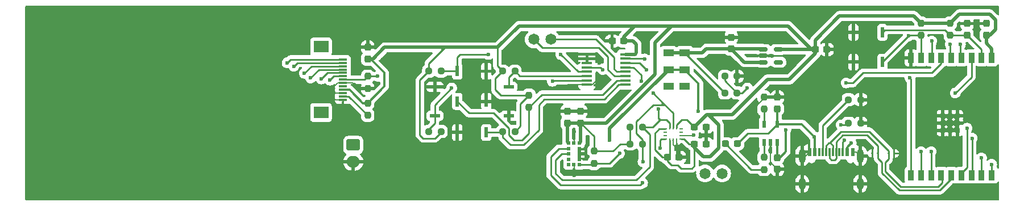
<source format=gbr>
%TF.GenerationSoftware,KiCad,Pcbnew,8.0.2*%
%TF.CreationDate,2024-11-22T23:26:06-05:00*%
%TF.ProjectId,PCB_Ruler_V1_2024,5043425f-5275-46c6-9572-5f56315f3230,rev?*%
%TF.SameCoordinates,Original*%
%TF.FileFunction,Copper,L1,Top*%
%TF.FilePolarity,Positive*%
%FSLAX46Y46*%
G04 Gerber Fmt 4.6, Leading zero omitted, Abs format (unit mm)*
G04 Created by KiCad (PCBNEW 8.0.2) date 2024-11-22 23:26:06*
%MOMM*%
%LPD*%
G01*
G04 APERTURE LIST*
G04 Aperture macros list*
%AMRoundRect*
0 Rectangle with rounded corners*
0 $1 Rounding radius*
0 $2 $3 $4 $5 $6 $7 $8 $9 X,Y pos of 4 corners*
0 Add a 4 corners polygon primitive as box body*
4,1,4,$2,$3,$4,$5,$6,$7,$8,$9,$2,$3,0*
0 Add four circle primitives for the rounded corners*
1,1,$1+$1,$2,$3*
1,1,$1+$1,$4,$5*
1,1,$1+$1,$6,$7*
1,1,$1+$1,$8,$9*
0 Add four rect primitives between the rounded corners*
20,1,$1+$1,$2,$3,$4,$5,0*
20,1,$1+$1,$4,$5,$6,$7,0*
20,1,$1+$1,$6,$7,$8,$9,0*
20,1,$1+$1,$8,$9,$2,$3,0*%
G04 Aperture macros list end*
%TA.AperFunction,SMDPad,CuDef*%
%ADD10R,0.600000X1.050000*%
%TD*%
%TA.AperFunction,SMDPad,CuDef*%
%ADD11RoundRect,0.237500X-0.237500X0.250000X-0.237500X-0.250000X0.237500X-0.250000X0.237500X0.250000X0*%
%TD*%
%TA.AperFunction,SMDPad,CuDef*%
%ADD12RoundRect,0.237500X0.237500X-0.250000X0.237500X0.250000X-0.237500X0.250000X-0.237500X-0.250000X0*%
%TD*%
%TA.AperFunction,ComponentPad*%
%ADD13C,1.650000*%
%TD*%
%TA.AperFunction,SMDPad,CuDef*%
%ADD14RoundRect,0.237500X-0.250000X-0.237500X0.250000X-0.237500X0.250000X0.237500X-0.250000X0.237500X0*%
%TD*%
%TA.AperFunction,SMDPad,CuDef*%
%ADD15R,0.508000X1.524000*%
%TD*%
%TA.AperFunction,SMDPad,CuDef*%
%ADD16RoundRect,0.237500X0.237500X-0.300000X0.237500X0.300000X-0.237500X0.300000X-0.237500X-0.300000X0*%
%TD*%
%TA.AperFunction,SMDPad,CuDef*%
%ADD17RoundRect,0.237500X-0.300000X-0.237500X0.300000X-0.237500X0.300000X0.237500X-0.300000X0.237500X0*%
%TD*%
%TA.AperFunction,SMDPad,CuDef*%
%ADD18R,1.524000X0.508000*%
%TD*%
%TA.AperFunction,SMDPad,CuDef*%
%ADD19RoundRect,0.237500X0.250000X0.237500X-0.250000X0.237500X-0.250000X-0.237500X0.250000X-0.237500X0*%
%TD*%
%TA.AperFunction,SMDPad,CuDef*%
%ADD20RoundRect,0.062500X0.117500X0.062500X-0.117500X0.062500X-0.117500X-0.062500X0.117500X-0.062500X0*%
%TD*%
%TA.AperFunction,SMDPad,CuDef*%
%ADD21RoundRect,0.062500X-0.117500X-0.062500X0.117500X-0.062500X0.117500X0.062500X-0.117500X0.062500X0*%
%TD*%
%TA.AperFunction,SMDPad,CuDef*%
%ADD22R,1.600000X1.000000*%
%TD*%
%TA.AperFunction,SMDPad,CuDef*%
%ADD23RoundRect,0.237500X-0.237500X0.300000X-0.237500X-0.300000X0.237500X-0.300000X0.237500X0.300000X0*%
%TD*%
%TA.AperFunction,SMDPad,CuDef*%
%ADD24R,0.508000X0.508000*%
%TD*%
%TA.AperFunction,SMDPad,CuDef*%
%ADD25R,0.475000X0.250000*%
%TD*%
%TA.AperFunction,SMDPad,CuDef*%
%ADD26R,0.250000X0.475000*%
%TD*%
%TA.AperFunction,SMDPad,CuDef*%
%ADD27RoundRect,0.237500X0.300000X0.237500X-0.300000X0.237500X-0.300000X-0.237500X0.300000X-0.237500X0*%
%TD*%
%TA.AperFunction,SMDPad,CuDef*%
%ADD28RoundRect,0.237500X-0.287500X-0.237500X0.287500X-0.237500X0.287500X0.237500X-0.287500X0.237500X0*%
%TD*%
%TA.AperFunction,ComponentPad*%
%ADD29RoundRect,0.250000X-0.750000X0.600000X-0.750000X-0.600000X0.750000X-0.600000X0.750000X0.600000X0*%
%TD*%
%TA.AperFunction,ComponentPad*%
%ADD30O,2.000000X1.700000*%
%TD*%
%TA.AperFunction,SMDPad,CuDef*%
%ADD31R,1.300000X0.300000*%
%TD*%
%TA.AperFunction,SMDPad,CuDef*%
%ADD32R,2.200000X1.800000*%
%TD*%
%TA.AperFunction,SMDPad,CuDef*%
%ADD33RoundRect,0.051250X-0.733750X-0.153750X0.733750X-0.153750X0.733750X0.153750X-0.733750X0.153750X0*%
%TD*%
%TA.AperFunction,SMDPad,CuDef*%
%ADD34R,0.900000X1.500000*%
%TD*%
%TA.AperFunction,SMDPad,CuDef*%
%ADD35R,0.700000X0.700000*%
%TD*%
%TA.AperFunction,ComponentPad*%
%ADD36C,0.400000*%
%TD*%
%TA.AperFunction,SMDPad,CuDef*%
%ADD37RoundRect,0.150000X-0.512500X-0.150000X0.512500X-0.150000X0.512500X0.150000X-0.512500X0.150000X0*%
%TD*%
%TA.AperFunction,SMDPad,CuDef*%
%ADD38R,0.600000X1.240000*%
%TD*%
%TA.AperFunction,SMDPad,CuDef*%
%ADD39R,0.300000X1.240000*%
%TD*%
%TA.AperFunction,ComponentPad*%
%ADD40O,1.000000X2.100000*%
%TD*%
%TA.AperFunction,ComponentPad*%
%ADD41O,1.000000X1.800000*%
%TD*%
%TA.AperFunction,ViaPad*%
%ADD42C,0.600000*%
%TD*%
%TA.AperFunction,Conductor*%
%ADD43C,0.200000*%
%TD*%
%TA.AperFunction,Conductor*%
%ADD44C,0.500000*%
%TD*%
%TA.AperFunction,Conductor*%
%ADD45C,0.254000*%
%TD*%
%TA.AperFunction,Conductor*%
%ADD46C,0.380000*%
%TD*%
%TA.AperFunction,Conductor*%
%ADD47C,0.300000*%
%TD*%
G04 APERTURE END LIST*
D10*
%TO.P,U2,1,STAT*%
%TO.N,Net-(U2-STAT)*%
X209050000Y-143350000D03*
%TO.P,U2,2,VSS*%
%TO.N,GND*%
X210000000Y-143350000D03*
%TO.P,U2,3,VBAT*%
%TO.N,Vbat+*%
X210950000Y-143350000D03*
%TO.P,U2,4,VDD*%
%TO.N,+5V*%
X210950000Y-140650000D03*
%TO.P,U2,5,PROG*%
%TO.N,Net-(U2-PROG)*%
X209050000Y-140650000D03*
%TD*%
D11*
%TO.P,R15,1*%
%TO.N,CS_Ecran*%
X150000000Y-133500000D03*
%TO.P,R15,2*%
%TO.N,GND*%
X150000000Y-135325000D03*
%TD*%
D12*
%TO.P,R2,1*%
%TO.N,EN*%
X236750000Y-127412500D03*
%TO.P,R2,2*%
%TO.N,AVDD*%
X236750000Y-125587500D03*
%TD*%
D13*
%TO.P,J4,1*%
%TO.N,INT2_IMU{slash}TX*%
X202770000Y-148000000D03*
%TO.P,J4,2*%
%TO.N,INT1_IMU{slash}RX*%
X200230000Y-148000000D03*
%TD*%
D14*
%TO.P,R7,1*%
%TO.N,Vin*%
X203175000Y-136000000D03*
%TO.P,R7,2*%
%TO.N,Val_Bat*%
X205000000Y-136000000D03*
%TD*%
D15*
%TO.P,SW6,1,1*%
%TO.N,Button4*%
X167659000Y-141890000D03*
%TO.P,SW6,2,2*%
%TO.N,GND*%
X163341000Y-141890000D03*
%TD*%
D16*
%TO.P,C5,1*%
%TO.N,Vin*%
X204125000Y-129412500D03*
%TO.P,C5,2*%
%TO.N,GND*%
X204125000Y-127687500D03*
%TD*%
%TO.P,C3,1*%
%TO.N,+5V*%
X211000000Y-138362500D03*
%TO.P,C3,2*%
%TO.N,GND*%
X211000000Y-136637500D03*
%TD*%
D17*
%TO.P,C8,1*%
%TO.N,AVDD*%
X198637500Y-141087500D03*
%TO.P,C8,2*%
%TO.N,GND*%
X200362500Y-141087500D03*
%TD*%
D18*
%TO.P,SW5,1,1*%
%TO.N,Button3*%
X160000000Y-139409000D03*
%TO.P,SW5,2,2*%
%TO.N,GND*%
X160000000Y-135091000D03*
%TD*%
D14*
%TO.P,R4,1*%
%TO.N,Net-(J1-CC1)*%
X221587500Y-137000000D03*
%TO.P,R4,2*%
%TO.N,GND*%
X223412500Y-137000000D03*
%TD*%
D19*
%TO.P,R16,1*%
%TO.N,AVDD*%
X171912500Y-141750000D03*
%TO.P,R16,2*%
%TO.N,Button4*%
X170087500Y-141750000D03*
%TD*%
D15*
%TO.P,SW2,1,1*%
%TO.N,EN*%
X226659000Y-126935600D03*
%TO.P,SW2,2,2*%
%TO.N,GND*%
X222341000Y-126935600D03*
%TD*%
D13*
%TO.P,J5,1*%
%TO.N,IO7*%
X174730000Y-128000000D03*
%TO.P,J5,2*%
%TO.N,IO8*%
X177270000Y-128000000D03*
%TD*%
D20*
%TO.P,D1,1,K*%
%TO.N,USB_D-*%
X227580000Y-145000000D03*
%TO.P,D1,2,A*%
%TO.N,GND*%
X228420000Y-145000000D03*
%TD*%
D18*
%TO.P,SW4,1,1*%
%TO.N,Button2*%
X171000000Y-135091000D03*
%TO.P,SW4,2,2*%
%TO.N,GND*%
X171000000Y-139409000D03*
%TD*%
D15*
%TO.P,SW3,1,1*%
%TO.N,Button1*%
X163341000Y-132750000D03*
%TO.P,SW3,2,2*%
%TO.N,GND*%
X167659000Y-132750000D03*
%TD*%
D12*
%TO.P,R6,1*%
%TO.N,Net-(U2-PROG)*%
X209000000Y-138412500D03*
%TO.P,R6,2*%
%TO.N,GND*%
X209000000Y-136587500D03*
%TD*%
%TO.P,R5,1*%
%TO.N,Net-(D3-K)*%
X209000000Y-147412500D03*
%TO.P,R5,2*%
%TO.N,Net-(U2-STAT)*%
X209000000Y-145587500D03*
%TD*%
D14*
%TO.P,R12,1*%
%TO.N,AVDD*%
X159087500Y-132750000D03*
%TO.P,R12,2*%
%TO.N,Button1*%
X160912500Y-132750000D03*
%TD*%
D16*
%TO.P,C2,1*%
%TO.N,AVDD*%
X242125000Y-127362500D03*
%TO.P,C2,2*%
%TO.N,GND*%
X242125000Y-125637500D03*
%TD*%
D21*
%TO.P,D2,1,K*%
%TO.N,USB_D+*%
X226000000Y-145000000D03*
%TO.P,D2,2,A*%
%TO.N,GND*%
X225160000Y-145000000D03*
%TD*%
D22*
%TO.P,S1,1*%
%TO.N,unconnected-(S1-Pad1)*%
X197200000Y-135000000D03*
%TO.P,S1,2*%
%TO.N,Vbat+*%
X197200000Y-132500000D03*
%TO.P,S1,3*%
%TO.N,Vin*%
X197200000Y-130000000D03*
%TO.P,S1,5*%
%TO.N,unconnected-(S1-Pad5)*%
X194800000Y-135000000D03*
%TO.P,S1,6*%
%TO.N,Vbat+*%
X194800000Y-132500000D03*
%TO.P,S1,7*%
%TO.N,Vin*%
X194800000Y-130000000D03*
%TD*%
D17*
%TO.P,C7,1*%
%TO.N,AVDD*%
X194637500Y-145587500D03*
%TO.P,C7,2*%
%TO.N,GND*%
X196362500Y-145587500D03*
%TD*%
D16*
%TO.P,C11,1*%
%TO.N,AVDD*%
X181700027Y-140462499D03*
%TO.P,C11,2*%
%TO.N,GND*%
X181700027Y-138737499D03*
%TD*%
D23*
%TO.P,C4,1*%
%TO.N,Vbat+*%
X211000000Y-145637500D03*
%TO.P,C4,2*%
%TO.N,GND*%
X211000000Y-147362500D03*
%TD*%
D16*
%TO.P,C10,1*%
%TO.N,AVDD*%
X179700027Y-140462499D03*
%TO.P,C10,2*%
%TO.N,GND*%
X179700027Y-138737499D03*
%TD*%
D14*
%TO.P,R11,1*%
%TO.N,AVDD*%
X189087500Y-143597500D03*
%TO.P,R11,2*%
%TO.N,SCL*%
X190912500Y-143597500D03*
%TD*%
D24*
%TO.P,U5,1,AVDDVCSEL*%
%TO.N,AVDD*%
X181500000Y-143500000D03*
%TO.P,U5,2,AVSSVCSEL*%
%TO.N,GND*%
X181500000Y-144299998D03*
%TO.P,U5,3,GND*%
X181500000Y-145099999D03*
%TO.P,U5,4,GND2*%
X181500000Y-145900000D03*
%TO.P,U5,5,XSHUT*%
%TO.N,XSHUT*%
X181500000Y-146699998D03*
%TO.P,U5,6,GND3*%
%TO.N,GND*%
X180700027Y-146699945D03*
%TO.P,U5,7,GPIO1*%
%TO.N,unconnected-(U5-GPIO1-Pad7)*%
X179900054Y-146699998D03*
%TO.P,U5,8,DNC*%
%TO.N,unconnected-(U5-DNC-Pad8)*%
X179900054Y-145900000D03*
%TO.P,U5,9,SDA*%
%TO.N,SDA*%
X179900054Y-145099999D03*
%TO.P,U5,10,SCL*%
%TO.N,SCL*%
X179900054Y-144299998D03*
%TO.P,U5,11,AVDD*%
%TO.N,AVDD*%
X179900054Y-143500000D03*
%TO.P,U5,12,GND4*%
%TO.N,GND*%
X180700027Y-143500053D03*
%TD*%
D11*
%TO.P,R17,1*%
%TO.N,AVDD*%
X174000000Y-136337500D03*
%TO.P,R17,2*%
%TO.N,Button5*%
X174000000Y-138162500D03*
%TD*%
D15*
%TO.P,SW7,1,1*%
%TO.N,Button5*%
X163341000Y-137250000D03*
%TO.P,SW7,2,2*%
%TO.N,GND*%
X167659000Y-137250000D03*
%TD*%
D25*
%TO.P,MT1,1,AP_SDO/AP_AD0*%
%TO.N,AVDD*%
X194337500Y-141337500D03*
%TO.P,MT1,2,RESV*%
%TO.N,unconnected-(MT1-RESV-Pad2)*%
X194337500Y-141837500D03*
%TO.P,MT1,3,RESV__1*%
%TO.N,unconnected-(MT1-RESV__1-Pad3)*%
X194337500Y-142337500D03*
%TO.P,MT1,4,INT1/INT*%
%TO.N,INT1_IMU{slash}RX*%
X194337500Y-142837500D03*
D26*
%TO.P,MT1,5,VDDIO*%
%TO.N,AVDD*%
X195000000Y-143000000D03*
%TO.P,MT1,6,GND*%
%TO.N,GND*%
X195500000Y-143000000D03*
%TO.P,MT1,7,FSYNC*%
X196000000Y-143000000D03*
D25*
%TO.P,MT1,8,VDD*%
%TO.N,AVDD*%
X196662500Y-142837500D03*
%TO.P,MT1,9,INT2*%
%TO.N,INT2_IMU{slash}TX*%
X196662500Y-142337500D03*
%TO.P,MT1,10,RESV__2*%
%TO.N,unconnected-(MT1-RESV__2-Pad10)*%
X196662500Y-141837500D03*
%TO.P,MT1,11,RESV__3*%
%TO.N,unconnected-(MT1-RESV__3-Pad11)*%
X196662500Y-141337500D03*
D26*
%TO.P,MT1,12,AP_CS*%
%TO.N,AVDD*%
X196000000Y-141175000D03*
%TO.P,MT1,13,AP_SCL/AP_SCLK*%
%TO.N,SCL*%
X195500000Y-141175000D03*
%TO.P,MT1,14,AP_SDA/AP_SDIO/AP_SDI*%
%TO.N,SDA*%
X195000000Y-141175000D03*
%TD*%
D27*
%TO.P,C12,1*%
%TO.N,AVDD*%
X188112500Y-128250000D03*
%TO.P,C12,2*%
%TO.N,GND*%
X186387500Y-128250000D03*
%TD*%
D12*
%TO.P,R1,1*%
%TO.N,RESET_Ecran*%
X232390000Y-127392500D03*
%TO.P,R1,2*%
%TO.N,AVDD*%
X232390000Y-125567500D03*
%TD*%
D14*
%TO.P,R13,1*%
%TO.N,AVDD*%
X170087500Y-132750000D03*
%TO.P,R13,2*%
%TO.N,Button2*%
X171912500Y-132750000D03*
%TD*%
D16*
%TO.P,C13,1*%
%TO.N,AVDD*%
X150000000Y-130912500D03*
%TO.P,C13,2*%
%TO.N,GND*%
X150000000Y-129187500D03*
%TD*%
%TO.P,C1,1*%
%TO.N,EN*%
X239250000Y-127362500D03*
%TO.P,C1,2*%
%TO.N,GND*%
X239250000Y-125637500D03*
%TD*%
D11*
%TO.P,R9,1*%
%TO.N,AVDD*%
X183700027Y-144687499D03*
%TO.P,R9,2*%
%TO.N,XSHUT*%
X183700027Y-146512499D03*
%TD*%
D28*
%TO.P,D3,1,K*%
%TO.N,Net-(D3-K)*%
X203275000Y-143560000D03*
%TO.P,D3,2,A*%
%TO.N,+5V*%
X205025000Y-143560000D03*
%TD*%
D19*
%TO.P,R14,1*%
%TO.N,AVDD*%
X160912500Y-141750000D03*
%TO.P,R14,2*%
%TO.N,Button3*%
X159087500Y-141750000D03*
%TD*%
D15*
%TO.P,SW1,1,1*%
%TO.N,RESET_Ecran*%
X226659000Y-131390000D03*
%TO.P,SW1,2,2*%
%TO.N,GND*%
X222341000Y-131390000D03*
%TD*%
D17*
%TO.P,C6,1*%
%TO.N,AVDD*%
X216637500Y-129500000D03*
%TO.P,C6,2*%
%TO.N,GND*%
X218362500Y-129500000D03*
%TD*%
D29*
%TO.P,J2,1,+*%
%TO.N,Vbat+*%
X147850000Y-143750000D03*
D30*
%TO.P,J2,2,-*%
%TO.N,GND*%
X147850000Y-146250000D03*
%TD*%
D31*
%TO.P,J3,1,TP0*%
%TO.N,Touch0*%
X146300000Y-131000000D03*
%TO.P,J3,2,TP1*%
%TO.N,Touch1*%
X146300000Y-131500000D03*
%TO.P,J3,3,SDA*%
%TO.N,SPI_MOSI*%
X146300000Y-132000000D03*
%TO.P,J3,4,SCL*%
%TO.N,SPI_CLK*%
X146300000Y-132500000D03*
%TO.P,J3,5,RS*%
%TO.N,RS*%
X146300000Y-133000000D03*
%TO.P,J3,6,RESET*%
%TO.N,RESET_Ecran*%
X146300000Y-133500000D03*
%TO.P,J3,7,CS*%
%TO.N,CS_Ecran*%
X146300000Y-134000000D03*
%TO.P,J3,8,GND*%
%TO.N,GND*%
X146300000Y-134500000D03*
%TO.P,J3,9,NC*%
%TO.N,unconnected-(J3-NC-Pad9)*%
X146300000Y-135000000D03*
%TO.P,J3,10,VDD*%
%TO.N,AVDD*%
X146300000Y-135500000D03*
%TO.P,J3,11,LEDK*%
%TO.N,GND*%
X146300000Y-136000000D03*
%TO.P,J3,12,LEDA*%
%TO.N,Net-(J3-LEDA)*%
X146300000Y-136500000D03*
%TO.P,J3,13,GND*%
%TO.N,GND*%
X146300000Y-137000000D03*
D32*
%TO.P,J3,MP*%
%TO.N,N/C*%
X143050000Y-129100000D03*
X143050000Y-138900000D03*
%TD*%
D14*
%TO.P,R10,1*%
%TO.N,AVDD*%
X189087500Y-141087500D03*
%TO.P,R10,2*%
%TO.N,SDA*%
X190912500Y-141087500D03*
%TD*%
D33*
%TO.P,U4,1,A0*%
%TO.N,GND*%
X182630000Y-130225000D03*
%TO.P,U4,2,A1*%
X182630000Y-130875000D03*
%TO.P,U4,3,A2*%
X182630000Y-131525000D03*
%TO.P,U4,4,P0*%
%TO.N,XSHUT*%
X182630000Y-132175000D03*
%TO.P,U4,5,P1*%
%TO.N,Button1*%
X182630000Y-132825000D03*
%TO.P,U4,6,P2*%
%TO.N,Button2*%
X182630000Y-133475000D03*
%TO.P,U4,7,P3*%
%TO.N,Button3*%
X182630000Y-134125000D03*
%TO.P,U4,8,GND*%
%TO.N,GND*%
X182630000Y-134775000D03*
%TO.P,U4,9,P4*%
%TO.N,Button4*%
X188370000Y-134775000D03*
%TO.P,U4,10,P5*%
%TO.N,Button5*%
X188370000Y-134125000D03*
%TO.P,U4,11,P6*%
%TO.N,IO7*%
X188370000Y-133475000D03*
%TO.P,U4,12,P7*%
%TO.N,IO8*%
X188370000Y-132825000D03*
%TO.P,U4,13,~{INT}*%
%TO.N,INT_IO_Extender*%
X188370000Y-132175000D03*
%TO.P,U4,14,SCL*%
%TO.N,SCL*%
X188370000Y-131525000D03*
%TO.P,U4,15,SDA*%
%TO.N,SDA*%
X188370000Y-130875000D03*
%TO.P,U4,16,VCC*%
%TO.N,AVDD*%
X188370000Y-130225000D03*
%TD*%
D14*
%TO.P,R8,1*%
%TO.N,Val_Bat*%
X203175000Y-133500000D03*
%TO.P,R8,2*%
%TO.N,GND*%
X205000000Y-133500000D03*
%TD*%
D17*
%TO.P,C9,1*%
%TO.N,AVDD*%
X198637500Y-143587500D03*
%TO.P,C9,2*%
%TO.N,GND*%
X200362500Y-143587500D03*
%TD*%
D34*
%TO.P,U1,1,3V3*%
%TO.N,AVDD*%
X242900000Y-130750000D03*
%TO.P,U1,2,EN*%
%TO.N,EN*%
X241400000Y-130750000D03*
%TO.P,U1,3,IO4*%
%TO.N,Val_Bat*%
X239900000Y-130750000D03*
%TO.P,U1,4,IO5*%
%TO.N,SPI_MOSI*%
X238400000Y-130750000D03*
%TO.P,U1,5,IO6*%
%TO.N,SPI_CLK*%
X236900000Y-130750000D03*
%TO.P,U1,6,IO7*%
%TO.N,INT_IO_Extender*%
X235400000Y-130750000D03*
%TO.P,U1,7,IO8*%
%TO.N,RS*%
X233900000Y-130750000D03*
%TO.P,U1,8,IO9*%
%TO.N,RESET_Ecran*%
X232400000Y-130750000D03*
%TO.P,U1,9,GND*%
%TO.N,GND*%
X230900000Y-130750000D03*
%TO.P,U1,10,IO10*%
%TO.N,CS_Ecran*%
X230900000Y-148250000D03*
%TO.P,U1,11,RXD*%
%TO.N,INT1_IMU{slash}RX*%
X232400000Y-148250000D03*
%TO.P,U1,12,TXD*%
%TO.N,INT2_IMU{slash}TX*%
X233900000Y-148250000D03*
%TO.P,U1,13,IO18*%
%TO.N,USB_D-*%
X235400000Y-148250000D03*
%TO.P,U1,14,IO19*%
%TO.N,USB_D+*%
X236900000Y-148250000D03*
%TO.P,U1,15,IO3*%
%TO.N,SCL*%
X238400000Y-148250000D03*
%TO.P,U1,16,IO2*%
%TO.N,SDA*%
X239900000Y-148250000D03*
%TO.P,U1,17,IO1*%
%TO.N,Touch1*%
X241400000Y-148250000D03*
%TO.P,U1,18,IO0*%
%TO.N,Touch0*%
X242900000Y-148250000D03*
D35*
%TO.P,U1,19,GND__1*%
%TO.N,GND*%
X237800000Y-139360000D03*
%TO.P,U1,20,GND__2*%
X237800000Y-140460000D03*
%TO.P,U1,21,GND__3*%
X237800000Y-141560000D03*
%TO.P,U1,22,GND__4*%
X236700000Y-139360000D03*
%TO.P,U1,23,GND__5*%
X236700000Y-140460000D03*
%TO.P,U1,24,GND__6*%
X236700000Y-141560000D03*
%TO.P,U1,25,GND__7*%
X235600000Y-139360000D03*
%TO.P,U1,26,GND__8*%
X235600000Y-140460000D03*
%TO.P,U1,27,GND__9*%
X235600000Y-141560000D03*
D36*
%TO.P,U1,28,GND__10*%
X237800000Y-139910000D03*
%TO.P,U1,29,GND__11*%
X237800000Y-141010000D03*
%TO.P,U1,30,GND__12*%
X237250000Y-139360000D03*
%TO.P,U1,31,GND__13*%
X237250000Y-140460000D03*
%TO.P,U1,32,GND__14*%
X237250000Y-141560000D03*
%TO.P,U1,33,GND__15*%
X236700000Y-139910000D03*
%TO.P,U1,34,GND__16*%
X236700000Y-141010000D03*
%TO.P,U1,35,GND__17*%
X236150000Y-139360000D03*
%TO.P,U1,36,GND__18*%
X236150000Y-140460000D03*
%TO.P,U1,37,GND__19*%
X236150000Y-141560000D03*
%TO.P,U1,38,GND__20*%
X235600000Y-139910000D03*
%TO.P,U1,39,GND__21*%
X235600000Y-141010000D03*
%TD*%
D37*
%TO.P,U3,1,IN*%
%TO.N,Vin*%
X208862500Y-129500000D03*
%TO.P,U3,2,GND*%
%TO.N,GND*%
X208862500Y-130450000D03*
%TO.P,U3,3,EN*%
%TO.N,Vin*%
X208862500Y-131400000D03*
%TO.P,U3,4,NC*%
%TO.N,unconnected-(U3-NC-Pad4)*%
X211137500Y-131400000D03*
%TO.P,U3,5,OUT*%
%TO.N,AVDD*%
X211137500Y-129500000D03*
%TD*%
D11*
%TO.P,R18,1*%
%TO.N,AVDD*%
X150000000Y-137500000D03*
%TO.P,R18,2*%
%TO.N,Net-(J3-LEDA)*%
X150000000Y-139325000D03*
%TD*%
D14*
%TO.P,R3,1*%
%TO.N,Net-(J1-CC2)*%
X221587500Y-140500000D03*
%TO.P,R3,2*%
%TO.N,GND*%
X223412500Y-140500000D03*
%TD*%
D38*
%TO.P,J1,A1,GND*%
%TO.N,GND*%
X215800000Y-144775000D03*
%TO.P,J1,A4,VBUS*%
%TO.N,+5V*%
X216600000Y-144775000D03*
D39*
%TO.P,J1,A5,CC1*%
%TO.N,Net-(J1-CC1)*%
X217750000Y-144775000D03*
%TO.P,J1,A6,D+*%
%TO.N,USB_D+*%
X218750000Y-144775000D03*
%TO.P,J1,A7,D-*%
%TO.N,USB_D-*%
X219250000Y-144775000D03*
%TO.P,J1,A8,SBU1*%
%TO.N,unconnected-(J1-SBU1-PadA8)*%
X220250000Y-144775000D03*
D38*
%TO.P,J1,A9,VBUS*%
%TO.N,+5V*%
X221400000Y-144775000D03*
%TO.P,J1,A12,GND*%
%TO.N,GND*%
X222200000Y-144775000D03*
%TO.P,J1,B1,GND*%
X222200000Y-144775000D03*
%TO.P,J1,B4,VBUS*%
%TO.N,+5V*%
X221400000Y-144775000D03*
D39*
%TO.P,J1,B5,CC2*%
%TO.N,Net-(J1-CC2)*%
X220750000Y-144775000D03*
%TO.P,J1,B6,D+*%
%TO.N,USB_D+*%
X219750000Y-144775000D03*
%TO.P,J1,B7,D-*%
%TO.N,USB_D-*%
X218250000Y-144775000D03*
%TO.P,J1,B8,SBU2*%
%TO.N,unconnected-(J1-SBU2-PadB8)*%
X217250000Y-144775000D03*
D38*
%TO.P,J1,B9,VBUS*%
%TO.N,+5V*%
X216600000Y-144775000D03*
%TO.P,J1,B12,GND*%
%TO.N,GND*%
X215800000Y-144775000D03*
D40*
%TO.P,J1,S1,SHIELD*%
X214680000Y-145375000D03*
D41*
X214680000Y-149575000D03*
D40*
X223320000Y-145375000D03*
D41*
X223320000Y-149575000D03*
%TD*%
D42*
%TO.N,GND*%
X180750000Y-141750000D03*
X212750000Y-127750000D03*
X233000000Y-141000000D03*
X207250000Y-143250000D03*
X185000000Y-127750000D03*
X161892855Y-147000000D03*
X169000000Y-137250000D03*
X155500000Y-141500000D03*
X182750000Y-142500000D03*
X180750000Y-148250000D03*
X158678570Y-147000000D03*
X163125000Y-127500000D03*
X174750000Y-147000000D03*
X155500000Y-127500000D03*
X240500000Y-126500000D03*
X197250000Y-144500000D03*
X160000000Y-134000000D03*
X140500000Y-136000000D03*
X242000000Y-141500000D03*
X231000000Y-128750000D03*
X184500000Y-133750000D03*
X152250000Y-131000000D03*
X223750000Y-143250000D03*
X180600000Y-130600000D03*
X204750000Y-140250000D03*
X202250000Y-131500000D03*
X228500000Y-131500000D03*
X218500000Y-131250000D03*
X162250000Y-139250000D03*
X213750000Y-138500000D03*
X210000000Y-144750000D03*
X165500000Y-132750000D03*
X202250000Y-128000000D03*
X226750000Y-137250000D03*
X235250000Y-124250000D03*
X213750000Y-135750000D03*
X242000000Y-135000000D03*
X182750000Y-145500000D03*
X137250000Y-146750000D03*
X136500000Y-128750000D03*
X148000000Y-134750000D03*
X171000000Y-137750000D03*
X184500000Y-138750000D03*
X215500000Y-143250000D03*
X200500000Y-142250000D03*
X148000000Y-129250000D03*
X165750000Y-137250000D03*
X165500000Y-142000000D03*
X207250000Y-127750000D03*
X143250000Y-136000000D03*
X171535710Y-147000000D03*
X176000000Y-131750000D03*
X220250000Y-128500000D03*
X207250000Y-145500000D03*
X216500000Y-147750000D03*
X185000000Y-148000000D03*
X151687500Y-127500000D03*
X155500000Y-135125000D03*
X242000000Y-150500000D03*
X213250000Y-131000000D03*
X166937500Y-127500000D03*
X237000000Y-133000000D03*
X188250000Y-147500000D03*
X226500000Y-150500000D03*
X196250000Y-128000000D03*
X215750000Y-127400000D03*
X177500000Y-138750000D03*
X155500000Y-133000000D03*
X227750000Y-128500000D03*
X232750000Y-137750000D03*
X184500000Y-131500000D03*
X152250000Y-147000000D03*
X155500000Y-137250000D03*
X148000000Y-132500000D03*
X203500000Y-145500000D03*
X239000000Y-150500000D03*
X193000000Y-147500000D03*
X191250000Y-128000000D03*
X159250000Y-137000000D03*
X165107140Y-147000000D03*
X155464285Y-147000000D03*
X155500000Y-139375000D03*
X219250000Y-135750000D03*
X221250000Y-147750000D03*
X239500000Y-129000000D03*
X242000000Y-138250000D03*
X177500000Y-142250000D03*
X235250000Y-129000000D03*
X168321425Y-147000000D03*
X197750000Y-146000000D03*
X202200000Y-137800000D03*
X179500000Y-135000000D03*
X159312500Y-127500000D03*
X207250000Y-138500000D03*
X200500000Y-135250000D03*
%TO.N,+5V*%
X222000000Y-143500000D03*
X216500000Y-142500000D03*
%TO.N,Vbat+*%
X186000000Y-143000000D03*
X212250000Y-141500000D03*
X199250000Y-138750000D03*
%TO.N,INT2_IMU{slash}TX*%
X233900000Y-144750000D03*
X198500000Y-142250000D03*
%TO.N,Net-(J1-CC2)*%
X221000000Y-143000000D03*
X220500000Y-140750000D03*
%TO.N,RESET_Ecran*%
X144380924Y-134077898D03*
X230500000Y-127500000D03*
%TO.N,CS_Ecran*%
X230750000Y-133750000D03*
X151500000Y-133500000D03*
%TO.N,SPI_CLK*%
X141500000Y-133750000D03*
X236750000Y-128750000D03*
%TO.N,Touch0*%
X242900000Y-146650000D03*
X138000000Y-131500000D03*
%TO.N,RS*%
X143085882Y-133895546D03*
X234000000Y-128250000D03*
%TO.N,SPI_MOSI*%
X140566386Y-133062100D03*
X238250000Y-128750000D03*
%TO.N,Touch1*%
X241400000Y-145675000D03*
X139000000Y-132000000D03*
%TO.N,INT1_IMU{slash}RX*%
X193500000Y-144250000D03*
X232400000Y-144750000D03*
%TO.N,SDA*%
X191256381Y-130930331D03*
X193250000Y-138377000D03*
X240000000Y-142750000D03*
%TO.N,SCL*%
X192500000Y-136000000D03*
X191000000Y-146250000D03*
X239250000Y-141250000D03*
X190924265Y-149424265D03*
X191500000Y-132500000D03*
%TO.N,Val_Bat*%
X237500000Y-136000000D03*
X206500000Y-135250000D03*
%TO.N,XSHUT*%
X185000000Y-132500000D03*
X187500000Y-145000000D03*
%TO.N,Button1*%
X178750000Y-130250000D03*
X168000000Y-130250000D03*
%TO.N,Button3*%
X162500000Y-135250000D03*
X177500000Y-134250000D03*
%TO.N,INT_IO_Extender*%
X190719669Y-134219669D03*
X221250000Y-134500000D03*
%TD*%
D43*
%TO.N,GND*%
X212700000Y-130450000D02*
X213250000Y-131000000D01*
X208862500Y-130450000D02*
X212700000Y-130450000D01*
X183475000Y-134775000D02*
X184500000Y-133750000D01*
X182630000Y-134775000D02*
X183475000Y-134775000D01*
X196000000Y-145225000D02*
X196362500Y-145587500D01*
X210950000Y-136587500D02*
X211000000Y-136637500D01*
X144000000Y-136000000D02*
X143250000Y-136000000D01*
X195500000Y-143000000D02*
X195427000Y-143000000D01*
X144250000Y-137000000D02*
X143250000Y-136000000D01*
X146300000Y-134500000D02*
X145500000Y-134500000D01*
X211000000Y-147362500D02*
X210000000Y-146362500D01*
X146300000Y-134500000D02*
X147750000Y-134500000D01*
X222720000Y-144775000D02*
X223320000Y-145375000D01*
X214680000Y-145375000D02*
X215200000Y-145375000D01*
X211000000Y-136637500D02*
X212862500Y-136637500D01*
X196000000Y-144000000D02*
X196000000Y-145225000D01*
X222200000Y-144775000D02*
X222720000Y-144775000D01*
X196000000Y-143000000D02*
X196000000Y-144000000D01*
X146300000Y-136000000D02*
X143250000Y-136000000D01*
X180750000Y-143450080D02*
X180700027Y-143500053D01*
X195500000Y-143750000D02*
X195750000Y-144000000D01*
X180750000Y-141750000D02*
X180750000Y-143450080D01*
X180750000Y-148250000D02*
X180750000Y-146749918D01*
X195500000Y-143000000D02*
X195500000Y-143750000D01*
X210000000Y-146362500D02*
X210000000Y-144750000D01*
D44*
X150000000Y-129187500D02*
X149812500Y-129187500D01*
D43*
X195750000Y-144000000D02*
X196000000Y-144250000D01*
X209000000Y-136587500D02*
X210950000Y-136587500D01*
X145500000Y-134500000D02*
X144000000Y-136000000D01*
X147750000Y-134500000D02*
X148000000Y-134750000D01*
X179725000Y-134775000D02*
X179500000Y-135000000D01*
X185500000Y-128250000D02*
X186387500Y-128250000D01*
X215800000Y-143550000D02*
X215500000Y-143250000D01*
X146300000Y-137000000D02*
X144250000Y-137000000D01*
X195750000Y-144000000D02*
X196000000Y-144000000D01*
X209000000Y-136587500D02*
X209000000Y-136750000D01*
X215200000Y-145375000D02*
X215800000Y-144775000D01*
X209000000Y-136750000D02*
X207250000Y-138500000D01*
X182630000Y-134775000D02*
X179725000Y-134775000D01*
X212862500Y-136637500D02*
X213750000Y-135750000D01*
X185000000Y-127750000D02*
X185500000Y-128250000D01*
X210000000Y-143350000D02*
X210000000Y-144750000D01*
X180750000Y-146749918D02*
X180700027Y-146699945D01*
X215800000Y-144775000D02*
X215800000Y-143550000D01*
D45*
%TO.N,EN*%
X227016600Y-126578000D02*
X235915500Y-126578000D01*
X241400000Y-129512500D02*
X241400000Y-130750000D01*
X226659000Y-126935600D02*
X227016600Y-126578000D01*
X235915500Y-126578000D02*
X236750000Y-127412500D01*
X239200000Y-127412500D02*
X239250000Y-127362500D01*
X239250000Y-127362500D02*
X241400000Y-129512500D01*
X236750000Y-127412500D02*
X239200000Y-127412500D01*
%TO.N,+5V*%
X209600000Y-142000000D02*
X210950000Y-140650000D01*
D46*
X210950000Y-138412500D02*
X211000000Y-138362500D01*
X216600000Y-142600000D02*
X216600000Y-144775000D01*
X221400000Y-144100000D02*
X221400000Y-144775000D01*
X216500000Y-142500000D02*
X214650000Y-140650000D01*
X214650000Y-140650000D02*
X210950000Y-140650000D01*
D45*
X205025000Y-143560000D02*
X206585000Y-142000000D01*
D46*
X216500000Y-142500000D02*
X216600000Y-142600000D01*
X222000000Y-143500000D02*
X221400000Y-144100000D01*
D45*
X206585000Y-142000000D02*
X209600000Y-142000000D01*
D46*
X210950000Y-140650000D02*
X210950000Y-138412500D01*
%TO.N,Vbat+*%
X212250000Y-141500000D02*
X212250000Y-144750000D01*
X199250000Y-134550000D02*
X197200000Y-132500000D01*
D44*
X186000000Y-141300000D02*
X194800000Y-132500000D01*
D46*
X211362500Y-145637500D02*
X211000000Y-145637500D01*
X210950000Y-145587500D02*
X211000000Y-145637500D01*
X199250000Y-138750000D02*
X199250000Y-134550000D01*
D44*
X186000000Y-143000000D02*
X186000000Y-141300000D01*
D46*
X212250000Y-144750000D02*
X211362500Y-145637500D01*
X210950000Y-143350000D02*
X210950000Y-145587500D01*
X197200000Y-132500000D02*
X194800000Y-132500000D01*
D43*
%TO.N,INT2_IMU{slash}TX*%
X196662500Y-142337500D02*
X198412500Y-142337500D01*
X198412500Y-142337500D02*
X198500000Y-142250000D01*
D45*
X233900000Y-144750000D02*
X233900000Y-148250000D01*
%TO.N,AVDD*%
X197837500Y-143587500D02*
X197087500Y-142837500D01*
X160000000Y-142750000D02*
X158250000Y-142750000D01*
X196750000Y-140000000D02*
X197500000Y-140000000D01*
X183700027Y-144687499D02*
X183700027Y-142462499D01*
D44*
X188112500Y-127637500D02*
X188112500Y-128250000D01*
X204250000Y-139250000D02*
X201250000Y-139250000D01*
X202250000Y-144250000D02*
X202250000Y-140750000D01*
D47*
X147562500Y-135762500D02*
X149300000Y-137500000D01*
D44*
X242625000Y-124250000D02*
X243500000Y-125125000D01*
D47*
X149300000Y-137500000D02*
X150000000Y-137500000D01*
D44*
X201250000Y-139250000D02*
X200475000Y-139250000D01*
D45*
X160912500Y-141837500D02*
X160000000Y-142750000D01*
X198637500Y-146862500D02*
X198250000Y-147250000D01*
D44*
X161500000Y-129187500D02*
X161025000Y-129187500D01*
D45*
X183700027Y-144687499D02*
X186487501Y-144687499D01*
D44*
X220250000Y-124500000D02*
X231322500Y-124500000D01*
X189750000Y-126000000D02*
X172500000Y-126000000D01*
X238087500Y-124250000D02*
X240000000Y-124250000D01*
X201250000Y-139750000D02*
X201250000Y-139250000D01*
D45*
X193412500Y-141337500D02*
X192750000Y-142000000D01*
D44*
X181700027Y-143299973D02*
X181500000Y-143500000D01*
X242900000Y-129375000D02*
X242125000Y-128600000D01*
X150776839Y-130912500D02*
X150000000Y-130912500D01*
D47*
X150000000Y-137500000D02*
X152500000Y-135000000D01*
D44*
X242900000Y-130750000D02*
X242900000Y-129375000D01*
X211137500Y-129500000D02*
X216637500Y-129500000D01*
D47*
X147000000Y-135500000D02*
X146300000Y-135500000D01*
D44*
X240000000Y-124250000D02*
X242625000Y-124250000D01*
D45*
X198250000Y-147250000D02*
X196682596Y-147250000D01*
D44*
X195250000Y-126000000D02*
X192250000Y-126000000D01*
X185537501Y-140462499D02*
X192750000Y-133250000D01*
X212600000Y-126000000D02*
X195250000Y-126000000D01*
D45*
X161500000Y-129187500D02*
X161056250Y-129631250D01*
X187577500Y-143597500D02*
X189087500Y-143597500D01*
X189087500Y-143597500D02*
X189087500Y-141087500D01*
D44*
X161500000Y-129187500D02*
X169312500Y-129187500D01*
D45*
X170087500Y-132750000D02*
X169312500Y-131975000D01*
D44*
X188112500Y-128250000D02*
X189500000Y-128250000D01*
D45*
X196000000Y-141175000D02*
X196000000Y-140750000D01*
D44*
X216637500Y-129500000D02*
X216637500Y-130112500D01*
D45*
X158250000Y-142750000D02*
X157750000Y-142250000D01*
X171912500Y-141750000D02*
X172750000Y-140912500D01*
D44*
X231322500Y-124500000D02*
X232390000Y-125567500D01*
X198637500Y-143587500D02*
X198637500Y-144137500D01*
X192250000Y-126000000D02*
X189750000Y-126000000D01*
D45*
X169000000Y-135500000D02*
X169837500Y-136337500D01*
X192750000Y-142000000D02*
X192750000Y-144500000D01*
X169837500Y-136337500D02*
X174000000Y-136337500D01*
D47*
X147300000Y-135500000D02*
X147562500Y-135762500D01*
D45*
X169000000Y-133837500D02*
X169000000Y-135500000D01*
X195000000Y-145225000D02*
X195000000Y-143000000D01*
X193837500Y-145587500D02*
X194637500Y-145587500D01*
X194337500Y-141337500D02*
X193412500Y-141337500D01*
X195250000Y-146750000D02*
X194637500Y-146137500D01*
X161056250Y-129631250D02*
X161025000Y-129600000D01*
X197500000Y-140000000D02*
X198587500Y-141087500D01*
X186487501Y-144687499D02*
X187577500Y-143597500D01*
D44*
X202250000Y-140750000D02*
X201375000Y-139875000D01*
D45*
X172750000Y-140912500D02*
X172750000Y-137587500D01*
D44*
X189780000Y-130220000D02*
X188370000Y-130220000D01*
X236750000Y-125587500D02*
X238087500Y-124250000D01*
X216637500Y-129500000D02*
X216100000Y-129500000D01*
D45*
X170087500Y-132750000D02*
X169000000Y-133837500D01*
D44*
X212750000Y-134000000D02*
X209500000Y-134000000D01*
D45*
X159087500Y-131600000D02*
X159087500Y-132750000D01*
X194637500Y-146137500D02*
X194637500Y-145587500D01*
D44*
X200750000Y-139250000D02*
X201375000Y-139875000D01*
X190000000Y-130000000D02*
X189780000Y-130220000D01*
D45*
X197087500Y-142837500D02*
X196662500Y-142837500D01*
D44*
X190000000Y-128750000D02*
X190000000Y-130000000D01*
D45*
X196000000Y-140750000D02*
X196750000Y-140000000D01*
X194637500Y-145587500D02*
X195000000Y-145225000D01*
D44*
X172500000Y-126000000D02*
X169312500Y-129187500D01*
X161025000Y-129187500D02*
X152501839Y-129187500D01*
X200475000Y-139250000D02*
X198637500Y-141087500D01*
X192750000Y-128500000D02*
X195250000Y-126000000D01*
D45*
X161056250Y-129631250D02*
X159087500Y-131600000D01*
D44*
X181700027Y-140462499D02*
X185537501Y-140462499D01*
D47*
X147000000Y-135500000D02*
X147300000Y-135500000D01*
D44*
X200475000Y-139250000D02*
X200750000Y-139250000D01*
D45*
X161025000Y-129600000D02*
X161025000Y-129187500D01*
D44*
X201000000Y-145500000D02*
X202250000Y-144250000D01*
D47*
X152500000Y-133000000D02*
X150412500Y-130912500D01*
D45*
X169312500Y-131975000D02*
X169312500Y-129187500D01*
D44*
X232410000Y-125587500D02*
X232390000Y-125567500D01*
D45*
X157750000Y-142250000D02*
X157750000Y-134087500D01*
D44*
X242125000Y-128600000D02*
X242125000Y-127362500D01*
X243500000Y-126525000D02*
X242662500Y-127362500D01*
X192750000Y-133250000D02*
X192750000Y-128500000D01*
X201375000Y-139875000D02*
X201250000Y-139750000D01*
X189500000Y-128250000D02*
X190000000Y-128750000D01*
D45*
X196182596Y-146750000D02*
X195250000Y-146750000D01*
D44*
X181700027Y-140462499D02*
X181700027Y-143299973D01*
D45*
X192750000Y-144500000D02*
X193837500Y-145587500D01*
D47*
X150412500Y-130912500D02*
X150000000Y-130912500D01*
D44*
X242662500Y-127362500D02*
X242125000Y-127362500D01*
X243500000Y-125125000D02*
X243500000Y-126525000D01*
D45*
X160912500Y-141750000D02*
X160912500Y-141837500D01*
X172750000Y-137587500D02*
X174000000Y-136337500D01*
D44*
X209500000Y-134000000D02*
X204250000Y-139250000D01*
X189750000Y-126000000D02*
X188112500Y-127637500D01*
D45*
X157750000Y-134087500D02*
X159087500Y-132750000D01*
D44*
X152501839Y-129187500D02*
X150776839Y-130912500D01*
X198637500Y-144137500D02*
X200000000Y-145500000D01*
D45*
X198637500Y-143587500D02*
X198637500Y-146862500D01*
D44*
X179700027Y-140462499D02*
X179700027Y-143299973D01*
X200000000Y-145500000D02*
X201000000Y-145500000D01*
X243000000Y-130650000D02*
X242900000Y-130750000D01*
D45*
X196682596Y-147250000D02*
X196182596Y-146750000D01*
D44*
X216100000Y-129500000D02*
X212600000Y-126000000D01*
X179700027Y-143299973D02*
X179900054Y-143500000D01*
X216637500Y-129500000D02*
X216637500Y-128112500D01*
X179700027Y-140462499D02*
X181700027Y-140462499D01*
X216637500Y-128112500D02*
X220250000Y-124500000D01*
D47*
X152500000Y-135000000D02*
X152500000Y-133000000D01*
D44*
X216637500Y-130112500D02*
X212750000Y-134000000D01*
D45*
X198587500Y-141087500D02*
X198637500Y-141087500D01*
X198637500Y-143587500D02*
X197837500Y-143587500D01*
X183700027Y-142462499D02*
X181700027Y-140462499D01*
D44*
X236750000Y-125587500D02*
X232410000Y-125587500D01*
D45*
%TO.N,USB_D-*%
X235571809Y-148421809D02*
X235400000Y-148250000D01*
X227580000Y-145000000D02*
X227580000Y-145820000D01*
X229356382Y-150000000D02*
X234972620Y-150000000D01*
X218250000Y-144775000D02*
X218250000Y-143851000D01*
X218899000Y-143500000D02*
X219250000Y-143851000D01*
X218750000Y-143500000D02*
X218899000Y-143500000D01*
X224678191Y-141750000D02*
X227580000Y-144651809D01*
X219250000Y-143851000D02*
X219250000Y-144775000D01*
X218750000Y-143500000D02*
X220500000Y-141750000D01*
X235571809Y-149400811D02*
X235571809Y-148421809D01*
X218601000Y-143500000D02*
X218750000Y-143500000D01*
X227580000Y-145820000D02*
X227054000Y-146346000D01*
X227580000Y-144651809D02*
X227580000Y-145000000D01*
X220500000Y-141750000D02*
X224678191Y-141750000D01*
X218250000Y-143851000D02*
X218601000Y-143500000D01*
X227054000Y-146346000D02*
X227054000Y-147697618D01*
X234972620Y-150000000D02*
X235571809Y-149400811D01*
X227054000Y-147697618D02*
X229356382Y-150000000D01*
%TO.N,USB_D+*%
X218750000Y-145699000D02*
X219051000Y-146000000D01*
X219500000Y-146000000D02*
X219750000Y-145750000D01*
X219750000Y-145750000D02*
X219750000Y-144775000D01*
X219750000Y-143250000D02*
X220750000Y-142250000D01*
X236900000Y-148785384D02*
X236900000Y-148250000D01*
X229143618Y-150500000D02*
X235185384Y-150500000D01*
X235185384Y-150500000D02*
X236900000Y-148785384D01*
X218750000Y-144775000D02*
X218750000Y-145699000D01*
X226000000Y-143856382D02*
X226000000Y-145000000D01*
X226600000Y-147956382D02*
X229143618Y-150500000D01*
X226000000Y-145750000D02*
X226600000Y-146350000D01*
X224393618Y-142250000D02*
X226000000Y-143856382D01*
X226600000Y-146350000D02*
X226600000Y-147956382D01*
X219750000Y-144775000D02*
X219750000Y-143250000D01*
X219051000Y-146000000D02*
X219500000Y-146000000D01*
X220750000Y-142250000D02*
X224393618Y-142250000D01*
X226000000Y-145000000D02*
X226000000Y-145750000D01*
%TO.N,Net-(D3-K)*%
X207127500Y-147412500D02*
X209000000Y-147412500D01*
X203275000Y-143560000D02*
X207127500Y-147412500D01*
%TO.N,Net-(J1-CC1)*%
X217750000Y-140837500D02*
X221587500Y-137000000D01*
X217750000Y-144775000D02*
X217750000Y-140837500D01*
%TO.N,Net-(J1-CC2)*%
X220750000Y-143250000D02*
X220750000Y-144775000D01*
X220500000Y-140750000D02*
X221337500Y-140750000D01*
X221000000Y-143000000D02*
X220750000Y-143250000D01*
X221337500Y-140750000D02*
X221587500Y-140500000D01*
%TO.N,RESET_Ecran*%
X230500000Y-127500000D02*
X230607500Y-127392500D01*
X226659000Y-131390000D02*
X226659000Y-131341000D01*
X144380924Y-134077898D02*
X144958822Y-133500000D01*
X232400000Y-130450000D02*
X232400000Y-130750000D01*
X232390000Y-127392500D02*
X232390000Y-130740000D01*
X232390000Y-130740000D02*
X232400000Y-130750000D01*
X226659000Y-131341000D02*
X230500000Y-127500000D01*
X230607500Y-127392500D02*
X232390000Y-127392500D01*
X144958822Y-133500000D02*
X146300000Y-133500000D01*
%TO.N,CS_Ecran*%
X230750000Y-133750000D02*
X230900000Y-133900000D01*
X146300000Y-134000000D02*
X149500000Y-134000000D01*
X230900000Y-133900000D02*
X230900000Y-148250000D01*
X149500000Y-134000000D02*
X150000000Y-133500000D01*
X150000000Y-133500000D02*
X151500000Y-133500000D01*
%TO.N,SPI_CLK*%
X236750000Y-130600000D02*
X236900000Y-130750000D01*
X236750000Y-128750000D02*
X236750000Y-130600000D01*
X142750000Y-132500000D02*
X146300000Y-132500000D01*
X141500000Y-133750000D02*
X142750000Y-132500000D01*
%TO.N,Touch0*%
X242900000Y-146650000D02*
X242900000Y-148250000D01*
X146300000Y-131000000D02*
X138500000Y-131000000D01*
X138500000Y-131000000D02*
X138000000Y-131500000D01*
%TO.N,RS*%
X234000000Y-128250000D02*
X234000000Y-130650000D01*
X143981428Y-133000000D02*
X146300000Y-133000000D01*
X143085882Y-133895546D02*
X143981428Y-133000000D01*
X234000000Y-130650000D02*
X233900000Y-130750000D01*
%TO.N,SPI_MOSI*%
X238400000Y-130600000D02*
X238400000Y-130750000D01*
X238250000Y-130450000D02*
X238400000Y-130600000D01*
X141628486Y-132000000D02*
X146300000Y-132000000D01*
X140566386Y-133062100D02*
X141628486Y-132000000D01*
X238250000Y-128750000D02*
X238250000Y-130450000D01*
%TO.N,Touch1*%
X241400000Y-145675000D02*
X241400000Y-148250000D01*
X146300000Y-131500000D02*
X139500000Y-131500000D01*
X139500000Y-131500000D02*
X139000000Y-132000000D01*
%TO.N,Net-(J3-LEDA)*%
X150000000Y-139325000D02*
X147175000Y-136500000D01*
X147175000Y-136500000D02*
X146300000Y-136500000D01*
%TO.N,INT1_IMU{slash}RX*%
X193500000Y-143025000D02*
X193687500Y-142837500D01*
X232400000Y-144750000D02*
X232400000Y-148250000D01*
X193687500Y-142837500D02*
X194337500Y-142837500D01*
X193500000Y-144250000D02*
X193500000Y-143025000D01*
%TO.N,SDA*%
X190000000Y-149000000D02*
X192000000Y-147000000D01*
X178000000Y-146000000D02*
X178000000Y-148000000D01*
X194500000Y-140000000D02*
X195000000Y-140500000D01*
X191256381Y-130930331D02*
X191201050Y-130875000D01*
X195000000Y-140500000D02*
X195000000Y-141175000D01*
X193250000Y-140250000D02*
X193375000Y-140125000D01*
X179000000Y-149000000D02*
X190000000Y-149000000D01*
X240000000Y-142750000D02*
X240000000Y-148150000D01*
X192000000Y-147000000D02*
X192000000Y-142175000D01*
X193375000Y-140125000D02*
X193500000Y-140000000D01*
X179900054Y-145099999D02*
X178900001Y-145099999D01*
X178900001Y-145099999D02*
X178000000Y-146000000D01*
X193250000Y-139750000D02*
X193500000Y-140000000D01*
X193375000Y-140125000D02*
X193375000Y-139875000D01*
X191201050Y-130875000D02*
X188370000Y-130875000D01*
X193250000Y-138377000D02*
X193250000Y-139750000D01*
X192412500Y-141087500D02*
X193250000Y-140250000D01*
X240000000Y-148150000D02*
X239900000Y-148250000D01*
X178000000Y-148000000D02*
X179000000Y-149000000D01*
X193375000Y-139875000D02*
X193250000Y-139750000D01*
X192412500Y-141087500D02*
X190912500Y-141087500D01*
X192000000Y-142175000D02*
X190912500Y-141087500D01*
X193500000Y-140000000D02*
X194500000Y-140000000D01*
%TO.N,SCL*%
X239250000Y-141250000D02*
X239250000Y-147100000D01*
X239250000Y-147100000D02*
X238400000Y-147950000D01*
X190924265Y-149424265D02*
X190598530Y-149750000D01*
X177250000Y-145500000D02*
X178450002Y-144299998D01*
X191500000Y-132500000D02*
X190500000Y-131500000D01*
X192500000Y-137750000D02*
X193750000Y-137750000D01*
X188395000Y-131500000D02*
X188370000Y-131525000D01*
X189700000Y-131500000D02*
X188395000Y-131500000D01*
X191000000Y-146250000D02*
X190912500Y-146162500D01*
X195500000Y-141175000D02*
X195500000Y-139000000D01*
X193750000Y-137750000D02*
X194250000Y-137750000D01*
X190000000Y-140250000D02*
X192500000Y-137750000D01*
X190912500Y-143597500D02*
X190912500Y-142912500D01*
X178450002Y-144299998D02*
X179900054Y-144299998D01*
X190000000Y-142000000D02*
X190000000Y-140250000D01*
X238400000Y-147950000D02*
X238400000Y-148250000D01*
X190912500Y-146162500D02*
X190912500Y-143597500D01*
X177250000Y-148250000D02*
X177250000Y-145500000D01*
X195500000Y-139000000D02*
X194000000Y-137500000D01*
X193750000Y-137750000D02*
X194000000Y-137500000D01*
X190598530Y-149750000D02*
X178750000Y-149750000D01*
X190912500Y-142912500D02*
X190000000Y-142000000D01*
X194000000Y-137500000D02*
X192500000Y-136000000D01*
X190500000Y-131500000D02*
X189750000Y-131500000D01*
X178750000Y-149750000D02*
X177250000Y-148250000D01*
%TO.N,Net-(U2-STAT)*%
X209000000Y-143400000D02*
X209050000Y-143350000D01*
X209000000Y-145587500D02*
X209000000Y-143400000D01*
%TO.N,Net-(U2-PROG)*%
X209050000Y-140650000D02*
X209050000Y-138462500D01*
X209050000Y-138462500D02*
X209000000Y-138412500D01*
%TO.N,Val_Bat*%
X203175000Y-134175000D02*
X205000000Y-136000000D01*
X205000000Y-136000000D02*
X205750000Y-136000000D01*
X205750000Y-136000000D02*
X206500000Y-135250000D01*
X237500000Y-136000000D02*
X239900000Y-133600000D01*
X203175000Y-133500000D02*
X203175000Y-134175000D01*
X239900000Y-133600000D02*
X239900000Y-130750000D01*
%TO.N,XSHUT*%
X183700027Y-146512499D02*
X185987501Y-146512499D01*
X181500000Y-146699998D02*
X183512528Y-146699998D01*
X184675000Y-132175000D02*
X182630000Y-132175000D01*
X185000000Y-132500000D02*
X184675000Y-132175000D01*
X183512528Y-146699998D02*
X183700027Y-146512499D01*
X185987501Y-146512499D02*
X187500000Y-145000000D01*
%TO.N,Button1*%
X163341000Y-132750000D02*
X163341000Y-130659000D01*
X163750000Y-130250000D02*
X168000000Y-130250000D01*
X181325000Y-132825000D02*
X182630000Y-132825000D01*
X163341000Y-130659000D02*
X163750000Y-130250000D01*
X160912500Y-132750000D02*
X163341000Y-132750000D01*
X178750000Y-130250000D02*
X181325000Y-132825000D01*
%TO.N,Button2*%
X172637500Y-133475000D02*
X182630000Y-133475000D01*
X171912500Y-132750000D02*
X172637500Y-133475000D01*
X171000000Y-135091000D02*
X171409000Y-135091000D01*
X171000000Y-135091000D02*
X171000000Y-133662500D01*
X171000000Y-133662500D02*
X171912500Y-132750000D01*
%TO.N,Button3*%
X160000000Y-140500000D02*
X160000000Y-139409000D01*
X177625000Y-134125000D02*
X182630000Y-134125000D01*
X159087500Y-141750000D02*
X159087500Y-141412500D01*
X177500000Y-134250000D02*
X177625000Y-134125000D01*
X160000000Y-137750000D02*
X162500000Y-135250000D01*
X159087500Y-141412500D02*
X160000000Y-140500000D01*
X160000000Y-139409000D02*
X160000000Y-137750000D01*
%TO.N,Button4*%
X169947500Y-141890000D02*
X170087500Y-141750000D01*
X185200251Y-136942521D02*
X187367772Y-134775000D01*
X167659000Y-141890000D02*
X169947500Y-141890000D01*
X173226218Y-143750000D02*
X175500000Y-141476218D01*
X170087500Y-141750000D02*
X170087500Y-142587500D01*
X171250000Y-143750000D02*
X173226218Y-143750000D01*
X176307479Y-136942521D02*
X185200251Y-136942521D01*
X175500000Y-137750000D02*
X176307479Y-136942521D01*
X175500000Y-141476218D02*
X175500000Y-137750000D01*
X187367772Y-134775000D02*
X188370000Y-134775000D01*
X170087500Y-142587500D02*
X171250000Y-143750000D01*
%TO.N,Button5*%
X174000000Y-142000000D02*
X174000000Y-138162500D01*
X171000000Y-141250000D02*
X171000000Y-142250000D01*
X174000000Y-138162500D02*
X175912500Y-136250000D01*
X171000000Y-142250000D02*
X171750000Y-143000000D01*
X173000000Y-143000000D02*
X174000000Y-142000000D01*
X165091000Y-139000000D02*
X168750000Y-139000000D01*
X163341000Y-137250000D02*
X165091000Y-139000000D01*
X187125000Y-134125000D02*
X188370000Y-134125000D01*
X171750000Y-143000000D02*
X173000000Y-143000000D01*
X175912500Y-136250000D02*
X185000000Y-136250000D01*
X185000000Y-136250000D02*
X187125000Y-134125000D01*
X168750000Y-139000000D02*
X171000000Y-141250000D01*
%TO.N,INT_IO_Extender*%
X221250000Y-134500000D02*
X222250000Y-134500000D01*
X234000000Y-133000000D02*
X235400000Y-131600000D01*
X190750000Y-133325000D02*
X190750000Y-134250000D01*
X235400000Y-131600000D02*
X235400000Y-130750000D01*
X188370000Y-132175000D02*
X189600000Y-132175000D01*
X223750000Y-133000000D02*
X234000000Y-133000000D01*
X222250000Y-134500000D02*
X223750000Y-133000000D01*
X189600000Y-132175000D02*
X190750000Y-133325000D01*
X190750000Y-134250000D02*
X190719669Y-134219669D01*
%TO.N,IO7*%
X185750000Y-132500000D02*
X185750000Y-130580509D01*
X175980000Y-129250000D02*
X174730000Y-128000000D01*
X184419491Y-129250000D02*
X175980000Y-129250000D01*
X186725000Y-133475000D02*
X185750000Y-132500000D01*
X185750000Y-130580509D02*
X184419491Y-129250000D01*
X188370000Y-133475000D02*
X186725000Y-133475000D01*
%TO.N,IO8*%
X187075000Y-132825000D02*
X188370000Y-132825000D01*
X177270000Y-128000000D02*
X184000000Y-128000000D01*
X186704000Y-132454000D02*
X187075000Y-132825000D01*
X186704000Y-130704000D02*
X186704000Y-132454000D01*
X184000000Y-128000000D02*
X186704000Y-130704000D01*
D44*
%TO.N,Vin*%
X197200000Y-130000000D02*
X197200000Y-130025000D01*
X206112500Y-131400000D02*
X204125000Y-129412500D01*
X200425000Y-129400000D02*
X199825000Y-130000000D01*
X204862500Y-129400000D02*
X200425000Y-129400000D01*
X204862500Y-129400000D02*
X208762500Y-129400000D01*
X199825000Y-130000000D02*
X197200000Y-130000000D01*
X194800000Y-130000000D02*
X197200000Y-130000000D01*
X208862500Y-131400000D02*
X206112500Y-131400000D01*
X208762500Y-129400000D02*
X208862500Y-129500000D01*
D45*
X197200000Y-130025000D02*
X203175000Y-136000000D01*
%TD*%
%TA.AperFunction,Conductor*%
%TO.N,GND*%
G36*
X243943039Y-123020185D02*
G01*
X243988794Y-123072989D01*
X244000000Y-123124500D01*
X244000000Y-124264269D01*
X243980315Y-124331308D01*
X243927511Y-124377063D01*
X243858353Y-124387007D01*
X243794797Y-124357982D01*
X243788319Y-124351950D01*
X243103421Y-123667052D01*
X243103414Y-123667046D01*
X243029729Y-123617812D01*
X243029729Y-123617813D01*
X242980491Y-123584913D01*
X242843917Y-123528343D01*
X242843907Y-123528340D01*
X242698920Y-123499500D01*
X242698918Y-123499500D01*
X240073918Y-123499500D01*
X238013582Y-123499500D01*
X238013576Y-123499500D01*
X237984742Y-123505234D01*
X237984743Y-123505235D01*
X237868593Y-123528339D01*
X237868583Y-123528342D01*
X237788581Y-123561479D01*
X237788582Y-123561480D01*
X237732005Y-123584915D01*
X237649872Y-123639795D01*
X237609085Y-123667047D01*
X237609081Y-123667050D01*
X236712949Y-124563181D01*
X236651626Y-124596666D01*
X236625269Y-124599500D01*
X236463331Y-124599500D01*
X236463312Y-124599501D01*
X236362247Y-124609825D01*
X236198484Y-124664092D01*
X236198481Y-124664093D01*
X236051648Y-124754661D01*
X236005629Y-124800681D01*
X235944306Y-124834166D01*
X235917948Y-124837000D01*
X233242052Y-124837000D01*
X233175013Y-124817315D01*
X233154371Y-124800681D01*
X233088351Y-124734661D01*
X233088350Y-124734660D01*
X232973941Y-124664092D01*
X232941518Y-124644093D01*
X232941513Y-124644091D01*
X232940069Y-124643612D01*
X232777753Y-124589826D01*
X232777751Y-124589825D01*
X232676684Y-124579500D01*
X232676677Y-124579500D01*
X232514730Y-124579500D01*
X232447691Y-124559815D01*
X232427049Y-124543181D01*
X231800921Y-123917052D01*
X231800914Y-123917046D01*
X231727229Y-123867812D01*
X231727229Y-123867813D01*
X231677991Y-123834913D01*
X231541417Y-123778343D01*
X231541407Y-123778340D01*
X231396420Y-123749500D01*
X231396418Y-123749500D01*
X220176082Y-123749500D01*
X220176080Y-123749500D01*
X220031092Y-123778340D01*
X220031082Y-123778343D01*
X219894511Y-123834912D01*
X219894498Y-123834919D01*
X219771584Y-123917048D01*
X219771580Y-123917051D01*
X216054548Y-127634083D01*
X216032621Y-127666900D01*
X216010839Y-127699501D01*
X216002709Y-127711669D01*
X215972416Y-127757004D01*
X215972412Y-127757011D01*
X215915843Y-127893582D01*
X215915840Y-127893591D01*
X215901224Y-127967070D01*
X215868838Y-128028981D01*
X215808122Y-128063554D01*
X215738352Y-128059813D01*
X215691926Y-128030558D01*
X213078421Y-125417052D01*
X213078414Y-125417046D01*
X213004729Y-125367812D01*
X213004729Y-125367813D01*
X212955491Y-125334913D01*
X212818917Y-125278343D01*
X212818907Y-125278340D01*
X212673920Y-125249500D01*
X212673918Y-125249500D01*
X195323918Y-125249500D01*
X192323918Y-125249500D01*
X189823918Y-125249500D01*
X172426082Y-125249500D01*
X172426076Y-125249500D01*
X172397242Y-125255234D01*
X172397243Y-125255235D01*
X172281093Y-125278339D01*
X172281083Y-125278342D01*
X172201081Y-125311479D01*
X172201082Y-125311480D01*
X172144502Y-125334917D01*
X172095269Y-125367813D01*
X172021588Y-125417044D01*
X172021580Y-125417050D01*
X169037951Y-128400681D01*
X168976628Y-128434166D01*
X168950270Y-128437000D01*
X152427919Y-128437000D01*
X152282931Y-128465840D01*
X152282921Y-128465843D01*
X152146350Y-128522412D01*
X152146337Y-128522419D01*
X152023423Y-128604548D01*
X152023419Y-128604551D01*
X151170416Y-129457554D01*
X151109093Y-129491039D01*
X151039401Y-129486055D01*
X150995054Y-129457554D01*
X150975000Y-129437500D01*
X149025001Y-129437500D01*
X149025001Y-129536654D01*
X149035319Y-129637652D01*
X149089546Y-129801300D01*
X149089551Y-129801311D01*
X149180052Y-129948034D01*
X149180055Y-129948038D01*
X149193982Y-129961965D01*
X149227467Y-130023288D01*
X149222483Y-130092980D01*
X149193984Y-130137325D01*
X149179661Y-130151648D01*
X149089093Y-130298481D01*
X149089091Y-130298486D01*
X149071088Y-130352815D01*
X149034826Y-130462247D01*
X149034826Y-130462248D01*
X149034825Y-130462248D01*
X149024500Y-130563315D01*
X149024500Y-131261669D01*
X149024501Y-131261687D01*
X149034825Y-131362752D01*
X149063676Y-131449815D01*
X149088682Y-131525280D01*
X149089092Y-131526515D01*
X149089093Y-131526518D01*
X149116907Y-131571612D01*
X149179660Y-131673350D01*
X149301650Y-131795340D01*
X149448484Y-131885908D01*
X149612247Y-131940174D01*
X149713323Y-131950500D01*
X150286676Y-131950499D01*
X150286684Y-131950498D01*
X150286687Y-131950498D01*
X150310165Y-131948099D01*
X150387753Y-131940174D01*
X150414652Y-131931259D01*
X150484479Y-131928857D01*
X150541338Y-131961284D01*
X151165679Y-132585625D01*
X151199164Y-132646948D01*
X151194180Y-132716640D01*
X151152308Y-132772573D01*
X151143970Y-132778300D01*
X151024300Y-132853494D01*
X150958328Y-132872500D01*
X150940957Y-132872500D01*
X150873918Y-132852815D01*
X150835418Y-132813595D01*
X150820343Y-132789154D01*
X150820339Y-132789149D01*
X150698351Y-132667161D01*
X150698350Y-132667160D01*
X150572518Y-132589546D01*
X150551518Y-132576593D01*
X150551513Y-132576591D01*
X150550069Y-132576112D01*
X150387753Y-132522326D01*
X150387751Y-132522325D01*
X150286678Y-132512000D01*
X149713330Y-132512000D01*
X149713312Y-132512001D01*
X149612247Y-132522325D01*
X149448484Y-132576592D01*
X149448481Y-132576593D01*
X149301648Y-132667161D01*
X149179661Y-132789148D01*
X149089093Y-132935981D01*
X149089091Y-132935986D01*
X149061719Y-133018588D01*
X149034826Y-133099747D01*
X149034826Y-133099748D01*
X149034825Y-133099748D01*
X149024500Y-133200815D01*
X149024500Y-133248500D01*
X149004815Y-133315539D01*
X148952011Y-133361294D01*
X148900500Y-133372500D01*
X147569771Y-133372500D01*
X147502732Y-133352815D01*
X147456977Y-133300011D01*
X147446482Y-133235244D01*
X147450499Y-133197881D01*
X147450500Y-133197873D01*
X147450499Y-132802128D01*
X147450498Y-132802111D01*
X147446320Y-132763253D01*
X147446320Y-132736747D01*
X147450500Y-132697873D01*
X147450499Y-132302128D01*
X147450498Y-132302111D01*
X147446320Y-132263253D01*
X147446320Y-132236747D01*
X147450500Y-132197873D01*
X147450499Y-131802128D01*
X147450498Y-131802111D01*
X147446320Y-131763253D01*
X147446320Y-131736747D01*
X147450500Y-131697873D01*
X147450499Y-131302128D01*
X147450498Y-131302111D01*
X147446320Y-131263253D01*
X147446320Y-131236747D01*
X147450500Y-131197873D01*
X147450499Y-130802128D01*
X147444091Y-130742517D01*
X147441922Y-130736702D01*
X147393797Y-130607671D01*
X147393793Y-130607664D01*
X147307547Y-130492455D01*
X147307544Y-130492452D01*
X147192335Y-130406206D01*
X147192328Y-130406202D01*
X147057482Y-130355908D01*
X147057483Y-130355908D01*
X146997883Y-130349501D01*
X146997881Y-130349500D01*
X146997873Y-130349500D01*
X146997864Y-130349500D01*
X145602129Y-130349500D01*
X145602123Y-130349501D01*
X145542516Y-130355908D01*
X145518995Y-130364682D01*
X145475662Y-130372500D01*
X144723840Y-130372500D01*
X144656801Y-130352815D01*
X144611046Y-130300011D01*
X144601102Y-130230853D01*
X144607658Y-130205167D01*
X144644091Y-130107483D01*
X144645650Y-130092980D01*
X144650500Y-130047873D01*
X144650499Y-128838345D01*
X149025000Y-128838345D01*
X149025000Y-128937500D01*
X149750000Y-128937500D01*
X150250000Y-128937500D01*
X150974999Y-128937500D01*
X150974999Y-128838360D01*
X150974998Y-128838345D01*
X150964680Y-128737347D01*
X150910453Y-128573699D01*
X150910448Y-128573688D01*
X150819947Y-128426965D01*
X150819944Y-128426961D01*
X150698038Y-128305055D01*
X150698034Y-128305052D01*
X150551311Y-128214551D01*
X150551300Y-128214546D01*
X150387652Y-128160319D01*
X150286654Y-128150000D01*
X150250000Y-128150000D01*
X150250000Y-128937500D01*
X149750000Y-128937500D01*
X149750000Y-128150000D01*
X149713361Y-128150000D01*
X149713343Y-128150001D01*
X149612347Y-128160319D01*
X149448699Y-128214546D01*
X149448688Y-128214551D01*
X149301965Y-128305052D01*
X149301961Y-128305055D01*
X149180055Y-128426961D01*
X149180052Y-128426965D01*
X149089551Y-128573688D01*
X149089546Y-128573699D01*
X149035319Y-128737347D01*
X149025000Y-128838345D01*
X144650499Y-128838345D01*
X144650499Y-128152128D01*
X144644091Y-128092517D01*
X144640973Y-128084158D01*
X144593797Y-127957671D01*
X144593793Y-127957664D01*
X144507547Y-127842455D01*
X144507544Y-127842452D01*
X144392335Y-127756206D01*
X144392328Y-127756202D01*
X144257482Y-127705908D01*
X144257483Y-127705908D01*
X144197883Y-127699501D01*
X144197881Y-127699500D01*
X144197873Y-127699500D01*
X144197864Y-127699500D01*
X141902129Y-127699500D01*
X141902123Y-127699501D01*
X141842516Y-127705908D01*
X141707671Y-127756202D01*
X141707664Y-127756206D01*
X141592455Y-127842452D01*
X141592452Y-127842455D01*
X141506206Y-127957664D01*
X141506202Y-127957671D01*
X141455908Y-128092517D01*
X141449501Y-128152116D01*
X141449501Y-128152123D01*
X141449500Y-128152135D01*
X141449500Y-130047870D01*
X141449501Y-130047876D01*
X141455908Y-130107483D01*
X141492342Y-130205167D01*
X141497326Y-130274859D01*
X141463840Y-130336182D01*
X141402517Y-130369666D01*
X141376160Y-130372500D01*
X138438192Y-130372500D01*
X138316972Y-130396612D01*
X138316962Y-130396615D01*
X138291351Y-130407224D01*
X138202765Y-130443917D01*
X138202764Y-130443917D01*
X138102956Y-130510606D01*
X138102957Y-130510607D01*
X138099997Y-130512585D01*
X138099989Y-130512591D01*
X137938432Y-130674148D01*
X137877109Y-130707632D01*
X137864637Y-130709686D01*
X137820745Y-130714632D01*
X137650478Y-130774210D01*
X137497737Y-130870184D01*
X137370184Y-130997737D01*
X137274211Y-131150476D01*
X137214631Y-131320745D01*
X137214630Y-131320750D01*
X137194435Y-131499996D01*
X137194435Y-131500003D01*
X137214630Y-131679249D01*
X137214631Y-131679254D01*
X137274211Y-131849523D01*
X137343207Y-131959329D01*
X137370184Y-132002262D01*
X137497738Y-132129816D01*
X137576420Y-132179255D01*
X137609417Y-132199989D01*
X137650478Y-132225789D01*
X137796065Y-132276732D01*
X137820745Y-132285368D01*
X137820750Y-132285369D01*
X137999996Y-132305565D01*
X138000000Y-132305565D01*
X138000003Y-132305565D01*
X138152862Y-132288342D01*
X138221684Y-132300396D01*
X138271740Y-132345590D01*
X138303802Y-132396616D01*
X138370184Y-132502262D01*
X138497738Y-132629816D01*
X138576418Y-132679254D01*
X138643470Y-132721386D01*
X138650478Y-132725789D01*
X138800546Y-132778300D01*
X138820745Y-132785368D01*
X138820750Y-132785369D01*
X138999996Y-132805565D01*
X139000000Y-132805565D01*
X139000004Y-132805565D01*
X139179249Y-132785369D01*
X139179252Y-132785368D01*
X139179255Y-132785368D01*
X139349522Y-132725789D01*
X139502262Y-132629816D01*
X139629816Y-132502262D01*
X139725789Y-132349522D01*
X139769085Y-132225789D01*
X139774419Y-132210546D01*
X139815141Y-132153769D01*
X139880094Y-132128022D01*
X139891461Y-132127500D01*
X140118771Y-132127500D01*
X140185810Y-132147185D01*
X140231565Y-132199989D01*
X140241509Y-132269147D01*
X140212484Y-132332703D01*
X140184743Y-132356494D01*
X140064123Y-132432284D01*
X139936570Y-132559837D01*
X139840597Y-132712576D01*
X139781017Y-132882845D01*
X139781016Y-132882850D01*
X139760821Y-133062096D01*
X139760821Y-133062103D01*
X139781016Y-133241349D01*
X139781017Y-133241354D01*
X139840597Y-133411623D01*
X139896442Y-133500499D01*
X139936570Y-133564362D01*
X140064124Y-133691916D01*
X140117571Y-133725499D01*
X140216752Y-133787819D01*
X140216864Y-133787889D01*
X140257557Y-133802128D01*
X140387131Y-133847468D01*
X140387136Y-133847469D01*
X140566382Y-133867665D01*
X140566386Y-133867665D01*
X140590009Y-133865003D01*
X140658830Y-133877057D01*
X140710211Y-133924405D01*
X140720933Y-133947263D01*
X140744165Y-134013655D01*
X140774210Y-134099521D01*
X140851751Y-134222926D01*
X140870184Y-134252262D01*
X140997738Y-134379816D01*
X141046751Y-134410613D01*
X141149220Y-134474999D01*
X141150478Y-134475789D01*
X141312492Y-134532480D01*
X141320745Y-134535368D01*
X141320750Y-134535369D01*
X141499996Y-134555565D01*
X141500000Y-134555565D01*
X141500004Y-134555565D01*
X141679249Y-134535369D01*
X141679252Y-134535368D01*
X141679255Y-134535368D01*
X141849522Y-134475789D01*
X142002262Y-134379816D01*
X142129816Y-134252262D01*
X142142773Y-134231640D01*
X142195107Y-134185349D01*
X142264160Y-134174700D01*
X142328009Y-134203075D01*
X142356060Y-134239377D01*
X142356388Y-134239172D01*
X142358504Y-134242539D01*
X142359488Y-134243813D01*
X142360091Y-134245065D01*
X142382012Y-134279952D01*
X142456066Y-134397808D01*
X142583620Y-134525362D01*
X142653375Y-134569192D01*
X142735199Y-134620606D01*
X142736360Y-134621335D01*
X142882764Y-134672564D01*
X142906627Y-134680914D01*
X142906632Y-134680915D01*
X143085878Y-134701111D01*
X143085882Y-134701111D01*
X143085886Y-134701111D01*
X143265131Y-134680915D01*
X143265134Y-134680914D01*
X143265137Y-134680914D01*
X143435404Y-134621335D01*
X143575301Y-134533431D01*
X143642536Y-134514432D01*
X143709372Y-134534800D01*
X143746264Y-134572451D01*
X143751108Y-134580160D01*
X143878662Y-134707714D01*
X143951266Y-134753334D01*
X144028920Y-134802128D01*
X144031402Y-134803687D01*
X144197668Y-134861866D01*
X144201669Y-134863266D01*
X144201674Y-134863267D01*
X144380920Y-134883463D01*
X144380924Y-134883463D01*
X144380928Y-134883463D01*
X144560173Y-134863267D01*
X144560176Y-134863266D01*
X144560179Y-134863266D01*
X144730446Y-134803687D01*
X144883186Y-134707714D01*
X144941795Y-134649104D01*
X145003114Y-134615622D01*
X145072806Y-134620606D01*
X145128740Y-134662477D01*
X145152763Y-134723533D01*
X145153931Y-134734397D01*
X145153931Y-134760905D01*
X145149500Y-134802122D01*
X145149500Y-135197869D01*
X145149501Y-135197878D01*
X145153679Y-135236745D01*
X145153679Y-135263250D01*
X145149500Y-135302122D01*
X145149500Y-135697869D01*
X145149501Y-135697880D01*
X145153931Y-135739093D01*
X145153931Y-135765596D01*
X145150000Y-135802165D01*
X145150000Y-135850000D01*
X145165611Y-135865611D01*
X145179484Y-135869685D01*
X145211712Y-135899689D01*
X145211953Y-135900011D01*
X145231176Y-135925690D01*
X145255592Y-135991155D01*
X145240740Y-136059428D01*
X145231176Y-136074310D01*
X145211713Y-136100310D01*
X145163890Y-136136109D01*
X145150000Y-136150000D01*
X145150000Y-136197832D01*
X145153931Y-136234399D01*
X145153931Y-136260905D01*
X145149500Y-136302122D01*
X145149500Y-136697869D01*
X145149501Y-136697880D01*
X145153931Y-136739093D01*
X145153931Y-136765596D01*
X145150000Y-136802165D01*
X145150000Y-136850000D01*
X145165611Y-136865611D01*
X145179484Y-136869685D01*
X145211711Y-136899688D01*
X145250639Y-136951688D01*
X145275057Y-137017152D01*
X145260206Y-137085425D01*
X145210802Y-137134831D01*
X145151373Y-137150000D01*
X145150000Y-137150000D01*
X145150000Y-137197844D01*
X145156401Y-137257372D01*
X145156403Y-137257379D01*
X145206645Y-137392086D01*
X145206649Y-137392093D01*
X145292809Y-137507187D01*
X145292812Y-137507190D01*
X145407906Y-137593350D01*
X145407913Y-137593354D01*
X145542620Y-137643596D01*
X145542627Y-137643598D01*
X145602155Y-137649999D01*
X145602172Y-137650000D01*
X146150000Y-137650000D01*
X146150000Y-137274499D01*
X146169685Y-137207460D01*
X146222489Y-137161705D01*
X146273997Y-137150499D01*
X146326001Y-137150499D01*
X146393039Y-137170184D01*
X146438794Y-137222988D01*
X146450000Y-137274499D01*
X146450000Y-137650000D01*
X146997828Y-137650000D01*
X146997844Y-137649999D01*
X147057372Y-137643598D01*
X147057376Y-137643597D01*
X147192091Y-137593351D01*
X147214069Y-137576898D01*
X147279533Y-137552479D01*
X147347806Y-137567329D01*
X147376063Y-137588482D01*
X148988181Y-139200600D01*
X149021666Y-139261923D01*
X149024500Y-139288281D01*
X149024500Y-139624168D01*
X149024501Y-139624187D01*
X149034825Y-139725252D01*
X149060246Y-139801965D01*
X149088854Y-139888299D01*
X149089092Y-139889015D01*
X149089093Y-139889018D01*
X149102035Y-139910000D01*
X149179660Y-140035850D01*
X149301650Y-140157840D01*
X149448484Y-140248408D01*
X149612247Y-140302674D01*
X149713323Y-140313000D01*
X150286676Y-140312999D01*
X150286684Y-140312998D01*
X150286687Y-140312998D01*
X150342030Y-140307344D01*
X150387753Y-140302674D01*
X150551516Y-140248408D01*
X150698350Y-140157840D01*
X150820340Y-140035850D01*
X150910908Y-139889016D01*
X150965174Y-139725253D01*
X150975500Y-139624177D01*
X150975499Y-139025824D01*
X150970462Y-138976518D01*
X150965174Y-138924747D01*
X150950869Y-138881578D01*
X150910908Y-138760984D01*
X150820340Y-138614150D01*
X150706371Y-138500181D01*
X150672886Y-138438858D01*
X150677870Y-138369166D01*
X150706371Y-138324819D01*
X150756332Y-138274858D01*
X150820340Y-138210850D01*
X150910908Y-138064016D01*
X150965174Y-137900253D01*
X150975500Y-137799177D01*
X150975499Y-137495806D01*
X150995183Y-137428768D01*
X151011813Y-137408131D01*
X153005277Y-135414669D01*
X153076465Y-135308127D01*
X153125501Y-135189744D01*
X153125501Y-135189740D01*
X153125503Y-135189737D01*
X153135993Y-135137000D01*
X153135993Y-135136999D01*
X153150500Y-135064069D01*
X153150500Y-132935928D01*
X153125502Y-132810261D01*
X153125501Y-132810260D01*
X153125501Y-132810256D01*
X153076465Y-132691873D01*
X153068567Y-132680052D01*
X153068034Y-132679254D01*
X153068034Y-132679253D01*
X153005278Y-132585332D01*
X153005272Y-132585325D01*
X151673007Y-131253060D01*
X151639522Y-131191737D01*
X151644506Y-131122045D01*
X151673005Y-131077700D01*
X152776387Y-129974319D01*
X152837710Y-129940834D01*
X152864068Y-129938000D01*
X159562719Y-129938000D01*
X159629758Y-129957685D01*
X159675513Y-130010489D01*
X159685457Y-130079647D01*
X159656432Y-130143203D01*
X159650400Y-130149681D01*
X158687492Y-131112589D01*
X158660081Y-131140000D01*
X158600087Y-131199993D01*
X158531420Y-131302760D01*
X158531415Y-131302770D01*
X158518914Y-131332951D01*
X158484114Y-131416964D01*
X158484112Y-131416972D01*
X158460891Y-131533711D01*
X158460892Y-131533712D01*
X158460000Y-131538197D01*
X158460000Y-131809042D01*
X158440315Y-131876081D01*
X158401098Y-131914580D01*
X158376650Y-131929659D01*
X158254661Y-132051648D01*
X158164093Y-132198481D01*
X158164091Y-132198486D01*
X158141412Y-132266928D01*
X158109826Y-132362247D01*
X158109826Y-132362248D01*
X158109825Y-132362248D01*
X158099500Y-132463315D01*
X158099500Y-132799218D01*
X158079815Y-132866257D01*
X158063181Y-132886899D01*
X157703517Y-133246564D01*
X157349992Y-133600089D01*
X157322582Y-133627499D01*
X157262587Y-133687493D01*
X157193920Y-133790260D01*
X157193913Y-133790272D01*
X157189004Y-133802127D01*
X157189004Y-133802128D01*
X157149610Y-133897233D01*
X157146614Y-133904465D01*
X157124410Y-134016095D01*
X157122500Y-134025697D01*
X157122500Y-134025698D01*
X157122500Y-142311807D01*
X157146612Y-142433028D01*
X157146613Y-142433032D01*
X157146614Y-142433035D01*
X157178649Y-142510372D01*
X157193917Y-142547233D01*
X157244209Y-142622500D01*
X157262589Y-142650008D01*
X157262590Y-142650009D01*
X157262593Y-142650013D01*
X157762589Y-143150008D01*
X157810708Y-143198127D01*
X157849993Y-143237412D01*
X157952760Y-143306079D01*
X157952773Y-143306086D01*
X157998221Y-143324911D01*
X157998222Y-143324911D01*
X158066966Y-143353386D01*
X158170053Y-143373891D01*
X158188192Y-143377499D01*
X158188196Y-143377500D01*
X158188197Y-143377500D01*
X160061804Y-143377500D01*
X160061805Y-143377499D01*
X160183035Y-143353386D01*
X160270961Y-143316965D01*
X160297233Y-143306083D01*
X160400008Y-143237411D01*
X160487411Y-143150008D01*
X160875600Y-142761817D01*
X160936923Y-142728333D01*
X160963281Y-142725499D01*
X161211670Y-142725499D01*
X161211676Y-142725499D01*
X161312753Y-142715174D01*
X161359016Y-142699844D01*
X162587000Y-142699844D01*
X162593401Y-142759372D01*
X162593403Y-142759379D01*
X162643645Y-142894086D01*
X162643649Y-142894093D01*
X162729809Y-143009187D01*
X162729812Y-143009190D01*
X162844906Y-143095350D01*
X162844913Y-143095354D01*
X162979620Y-143145596D01*
X162979627Y-143145598D01*
X163039155Y-143151999D01*
X163039172Y-143152000D01*
X163091000Y-143152000D01*
X163591000Y-143152000D01*
X163642828Y-143152000D01*
X163642844Y-143151999D01*
X163702372Y-143145598D01*
X163702379Y-143145596D01*
X163837086Y-143095354D01*
X163837093Y-143095350D01*
X163952187Y-143009190D01*
X163952190Y-143009187D01*
X164038350Y-142894093D01*
X164038354Y-142894086D01*
X164088596Y-142759379D01*
X164088598Y-142759372D01*
X164094999Y-142699844D01*
X164095000Y-142699827D01*
X164095000Y-142140000D01*
X163591000Y-142140000D01*
X163591000Y-143152000D01*
X163091000Y-143152000D01*
X163091000Y-142140000D01*
X162587000Y-142140000D01*
X162587000Y-142699844D01*
X161359016Y-142699844D01*
X161476516Y-142660908D01*
X161623350Y-142570340D01*
X161745340Y-142448350D01*
X161835908Y-142301516D01*
X161890174Y-142137753D01*
X161900500Y-142036677D01*
X161900499Y-141463324D01*
X161900160Y-141460010D01*
X161890174Y-141362247D01*
X161882968Y-141340500D01*
X161835908Y-141198484D01*
X161762922Y-141080155D01*
X162587000Y-141080155D01*
X162587000Y-141640000D01*
X163091000Y-141640000D01*
X163591000Y-141640000D01*
X164095000Y-141640000D01*
X164095000Y-141080172D01*
X164094999Y-141080155D01*
X164088598Y-141020627D01*
X164088596Y-141020620D01*
X164038354Y-140885913D01*
X164038350Y-140885906D01*
X163952190Y-140770812D01*
X163952187Y-140770809D01*
X163837093Y-140684649D01*
X163837086Y-140684645D01*
X163702379Y-140634403D01*
X163702372Y-140634401D01*
X163642844Y-140628000D01*
X163591000Y-140628000D01*
X163591000Y-141640000D01*
X163091000Y-141640000D01*
X163091000Y-140628000D01*
X163039155Y-140628000D01*
X162979627Y-140634401D01*
X162979620Y-140634403D01*
X162844913Y-140684645D01*
X162844906Y-140684649D01*
X162729812Y-140770809D01*
X162729809Y-140770812D01*
X162643649Y-140885906D01*
X162643645Y-140885913D01*
X162593403Y-141020620D01*
X162593401Y-141020627D01*
X162587000Y-141080155D01*
X161762922Y-141080155D01*
X161745340Y-141051650D01*
X161623350Y-140929660D01*
X161506918Y-140857844D01*
X161476518Y-140839093D01*
X161476513Y-140839091D01*
X161459496Y-140833452D01*
X161312753Y-140784826D01*
X161312751Y-140784825D01*
X161211684Y-140774500D01*
X160736286Y-140774500D01*
X160669247Y-140754815D01*
X160623492Y-140702011D01*
X160613548Y-140632853D01*
X160614669Y-140626308D01*
X160627500Y-140561803D01*
X160627500Y-140438197D01*
X160627500Y-140287499D01*
X160647185Y-140220460D01*
X160699989Y-140174705D01*
X160751500Y-140163499D01*
X160809871Y-140163499D01*
X160809872Y-140163499D01*
X160869483Y-140157091D01*
X161004331Y-140106796D01*
X161119546Y-140020546D01*
X161205796Y-139905331D01*
X161256091Y-139770483D01*
X161262500Y-139710873D01*
X161262499Y-139107128D01*
X161256091Y-139047517D01*
X161252929Y-139039040D01*
X161205797Y-138912671D01*
X161205793Y-138912664D01*
X161119547Y-138797455D01*
X161119544Y-138797452D01*
X161004335Y-138711206D01*
X161004328Y-138711202D01*
X160869482Y-138660908D01*
X160869483Y-138660908D01*
X160809883Y-138654501D01*
X160809881Y-138654500D01*
X160809873Y-138654500D01*
X160809865Y-138654500D01*
X160751500Y-138654500D01*
X160684461Y-138634815D01*
X160638706Y-138582011D01*
X160627500Y-138530500D01*
X160627500Y-138061280D01*
X160647185Y-137994241D01*
X160663814Y-137973604D01*
X162389720Y-136247697D01*
X162451041Y-136214214D01*
X162520733Y-136219198D01*
X162576666Y-136261070D01*
X162601083Y-136326534D01*
X162594418Y-136372900D01*
X162594693Y-136372965D01*
X162593968Y-136376032D01*
X162593584Y-136378706D01*
X162592908Y-136380516D01*
X162590941Y-136398818D01*
X162586501Y-136440123D01*
X162586500Y-136440135D01*
X162586500Y-138059870D01*
X162586501Y-138059876D01*
X162592908Y-138119483D01*
X162643202Y-138254328D01*
X162643206Y-138254335D01*
X162729452Y-138369544D01*
X162729455Y-138369547D01*
X162844664Y-138455793D01*
X162844671Y-138455797D01*
X162864469Y-138463181D01*
X162979517Y-138506091D01*
X163039127Y-138512500D01*
X163642872Y-138512499D01*
X163648406Y-138511904D01*
X163649990Y-138511734D01*
X163718749Y-138524141D01*
X163750924Y-138547343D01*
X164603589Y-139400008D01*
X164647494Y-139443913D01*
X164690994Y-139487413D01*
X164690996Y-139487414D01*
X164793756Y-139556076D01*
X164793758Y-139556077D01*
X164793767Y-139556083D01*
X164818772Y-139566440D01*
X164841071Y-139575677D01*
X164883254Y-139593149D01*
X164907966Y-139603386D01*
X165012446Y-139624168D01*
X165029192Y-139627499D01*
X165029196Y-139627500D01*
X165029197Y-139627500D01*
X165152803Y-139627500D01*
X168438719Y-139627500D01*
X168505758Y-139647185D01*
X168526400Y-139663819D01*
X169522803Y-140660222D01*
X169556288Y-140721545D01*
X169551304Y-140791237D01*
X169509432Y-140847170D01*
X169500219Y-140853441D01*
X169376653Y-140929657D01*
X169376649Y-140929660D01*
X169254661Y-141051648D01*
X169254660Y-141051650D01*
X169164092Y-141198484D01*
X169164091Y-141198486D01*
X169160939Y-141203597D01*
X169108991Y-141250321D01*
X169055400Y-141262500D01*
X168537499Y-141262500D01*
X168470460Y-141242815D01*
X168424705Y-141190011D01*
X168413499Y-141138500D01*
X168413499Y-141080129D01*
X168413498Y-141080123D01*
X168413497Y-141080116D01*
X168407091Y-141020517D01*
X168403168Y-141010000D01*
X168356797Y-140885671D01*
X168356793Y-140885664D01*
X168270547Y-140770455D01*
X168270544Y-140770452D01*
X168155335Y-140684206D01*
X168155328Y-140684202D01*
X168020486Y-140633910D01*
X168020485Y-140633909D01*
X168020483Y-140633909D01*
X167960873Y-140627500D01*
X167960863Y-140627500D01*
X167357129Y-140627500D01*
X167357123Y-140627501D01*
X167297516Y-140633908D01*
X167162671Y-140684202D01*
X167162664Y-140684206D01*
X167047455Y-140770452D01*
X167047452Y-140770455D01*
X166961206Y-140885664D01*
X166961202Y-140885671D01*
X166910908Y-141020517D01*
X166905508Y-141070750D01*
X166904501Y-141080123D01*
X166904500Y-141080135D01*
X166904500Y-142699870D01*
X166904501Y-142699876D01*
X166910908Y-142759483D01*
X166961202Y-142894328D01*
X166961206Y-142894335D01*
X167047452Y-143009544D01*
X167047455Y-143009547D01*
X167162664Y-143095793D01*
X167162671Y-143095797D01*
X167200996Y-143110091D01*
X167297517Y-143146091D01*
X167357127Y-143152500D01*
X167960872Y-143152499D01*
X168020483Y-143146091D01*
X168155331Y-143095796D01*
X168270546Y-143009546D01*
X168356796Y-142894331D01*
X168407091Y-142759483D01*
X168413500Y-142699873D01*
X168413500Y-142641500D01*
X168433185Y-142574461D01*
X168485989Y-142528706D01*
X168537500Y-142517500D01*
X169272448Y-142517500D01*
X169339487Y-142537185D01*
X169360129Y-142553819D01*
X169376650Y-142570340D01*
X169407771Y-142589535D01*
X169454495Y-142641481D01*
X169464291Y-142670881D01*
X169484112Y-142770529D01*
X169484114Y-142770535D01*
X169516823Y-142849501D01*
X169531401Y-142884695D01*
X169531417Y-142884733D01*
X169581709Y-142960000D01*
X169600089Y-142987508D01*
X169600090Y-142987509D01*
X169600093Y-142987513D01*
X170849988Y-144237408D01*
X170849992Y-144237411D01*
X170952760Y-144306079D01*
X170952773Y-144306086D01*
X171061999Y-144351328D01*
X171066965Y-144353385D01*
X171066969Y-144353385D01*
X171066970Y-144353386D01*
X171188194Y-144377500D01*
X171188197Y-144377500D01*
X173288022Y-144377500D01*
X173288023Y-144377499D01*
X173409253Y-144353386D01*
X173497179Y-144316965D01*
X173523451Y-144306083D01*
X173626226Y-144237411D01*
X173713629Y-144150008D01*
X175987411Y-141876226D01*
X176056083Y-141773451D01*
X176103385Y-141659253D01*
X176115266Y-141599524D01*
X176127500Y-141538023D01*
X176127500Y-138061281D01*
X176147185Y-137994242D01*
X176163819Y-137973600D01*
X176531079Y-137606340D01*
X176592402Y-137572855D01*
X176618760Y-137570021D01*
X179026862Y-137570021D01*
X179093901Y-137589706D01*
X179139656Y-137642510D01*
X179149600Y-137711668D01*
X179120575Y-137775224D01*
X179091959Y-137799559D01*
X179001992Y-137855051D01*
X179001988Y-137855054D01*
X178880082Y-137976960D01*
X178880079Y-137976964D01*
X178789578Y-138123687D01*
X178789573Y-138123698D01*
X178735346Y-138287346D01*
X178725027Y-138388344D01*
X178725027Y-138487499D01*
X182675026Y-138487499D01*
X182675026Y-138388359D01*
X182675025Y-138388344D01*
X182664707Y-138287346D01*
X182610480Y-138123698D01*
X182610475Y-138123687D01*
X182519974Y-137976964D01*
X182519971Y-137976960D01*
X182398065Y-137855054D01*
X182398061Y-137855051D01*
X182308095Y-137799559D01*
X182261370Y-137747611D01*
X182250149Y-137678649D01*
X182277992Y-137614567D01*
X182336061Y-137575711D01*
X182373192Y-137570021D01*
X185262055Y-137570021D01*
X185262056Y-137570020D01*
X185383286Y-137545907D01*
X185479848Y-137505909D01*
X185497484Y-137498604D01*
X185600259Y-137429932D01*
X185687662Y-137342529D01*
X187513371Y-135516818D01*
X187574694Y-135483334D01*
X187601052Y-135480500D01*
X189146947Y-135480500D01*
X189150638Y-135480279D01*
X189150730Y-135481817D01*
X189213474Y-135492324D01*
X189265207Y-135539286D01*
X189283338Y-135606762D01*
X189262110Y-135673329D01*
X189247052Y-135691579D01*
X185262952Y-139675680D01*
X185201629Y-139709165D01*
X185175271Y-139711999D01*
X182605373Y-139711999D01*
X182538334Y-139692314D01*
X182492579Y-139639510D01*
X182482635Y-139570352D01*
X182511660Y-139506796D01*
X182517692Y-139500318D01*
X182519970Y-139498039D01*
X182519972Y-139498036D01*
X182610475Y-139351310D01*
X182610480Y-139351299D01*
X182664707Y-139187651D01*
X182675026Y-139086653D01*
X182675027Y-139086640D01*
X182675027Y-138987499D01*
X178725028Y-138987499D01*
X178725028Y-139086653D01*
X178735346Y-139187651D01*
X178789573Y-139351299D01*
X178789578Y-139351310D01*
X178880079Y-139498033D01*
X178880082Y-139498037D01*
X178894009Y-139511964D01*
X178927494Y-139573287D01*
X178922510Y-139642979D01*
X178894011Y-139687324D01*
X178879688Y-139701647D01*
X178789120Y-139848480D01*
X178789118Y-139848485D01*
X178769568Y-139907483D01*
X178734853Y-140012246D01*
X178734853Y-140012247D01*
X178734852Y-140012247D01*
X178724527Y-140113314D01*
X178724527Y-140811668D01*
X178724528Y-140811686D01*
X178734852Y-140912751D01*
X178759785Y-140987991D01*
X178780336Y-141050011D01*
X178789119Y-141076514D01*
X178789120Y-141076517D01*
X178792342Y-141081741D01*
X178864348Y-141198481D01*
X178879688Y-141223350D01*
X178913208Y-141256870D01*
X178946693Y-141318193D01*
X178949527Y-141344551D01*
X178949527Y-143373891D01*
X178949527Y-143373893D01*
X178949526Y-143373893D01*
X178979447Y-143524306D01*
X178973220Y-143593898D01*
X178930357Y-143649075D01*
X178864468Y-143672320D01*
X178857830Y-143672498D01*
X178388197Y-143672498D01*
X178266972Y-143696611D01*
X178266962Y-143696614D01*
X178152775Y-143743911D01*
X178152763Y-143743918D01*
X178088229Y-143787039D01*
X178072973Y-143797233D01*
X178068530Y-143800202D01*
X178049991Y-143812588D01*
X178049990Y-143812589D01*
X177136077Y-144726504D01*
X176849992Y-145012589D01*
X176827767Y-145034814D01*
X176762587Y-145099993D01*
X176693920Y-145202760D01*
X176693918Y-145202764D01*
X176693917Y-145202767D01*
X176688181Y-145216615D01*
X176646614Y-145316964D01*
X176646612Y-145316972D01*
X176622918Y-145436087D01*
X176622919Y-145436088D01*
X176622500Y-145438195D01*
X176622500Y-148311807D01*
X176646612Y-148433027D01*
X176646614Y-148433035D01*
X176676872Y-148506083D01*
X176693915Y-148547230D01*
X176741669Y-148618698D01*
X176741669Y-148618699D01*
X176762590Y-148650010D01*
X178349988Y-150237408D01*
X178349992Y-150237411D01*
X178452760Y-150306079D01*
X178452773Y-150306086D01*
X178566960Y-150353383D01*
X178566965Y-150353385D01*
X178566969Y-150353385D01*
X178566970Y-150353386D01*
X178688194Y-150377500D01*
X178688197Y-150377500D01*
X190660334Y-150377500D01*
X190660335Y-150377499D01*
X190781565Y-150353386D01*
X190869491Y-150316965D01*
X190895763Y-150306083D01*
X190998538Y-150237411D01*
X190998544Y-150237404D01*
X191002188Y-150234970D01*
X191057195Y-150214852D01*
X191103520Y-150209633D01*
X191273787Y-150150054D01*
X191426527Y-150054081D01*
X191554081Y-149926527D01*
X191650054Y-149773787D01*
X191709633Y-149603520D01*
X191709634Y-149603514D01*
X191729830Y-149424268D01*
X191729830Y-149424261D01*
X191709634Y-149245015D01*
X191709633Y-149245010D01*
X191661510Y-149107483D01*
X191650054Y-149074743D01*
X191633170Y-149047873D01*
X191554080Y-148922002D01*
X191426527Y-148794449D01*
X191353339Y-148748462D01*
X191307048Y-148696127D01*
X191296400Y-148627074D01*
X191324775Y-148563225D01*
X191331617Y-148555800D01*
X192487411Y-147400008D01*
X192502450Y-147377500D01*
X192556083Y-147297233D01*
X192603385Y-147183035D01*
X192614042Y-147129459D01*
X192627500Y-147061805D01*
X192627500Y-145564281D01*
X192647185Y-145497242D01*
X192699989Y-145451487D01*
X192769147Y-145441543D01*
X192832703Y-145470568D01*
X192839181Y-145476600D01*
X193437488Y-146074908D01*
X193437492Y-146074911D01*
X193540260Y-146143579D01*
X193540272Y-146143586D01*
X193596610Y-146166921D01*
X193654465Y-146190885D01*
X193654472Y-146190886D01*
X193660298Y-146192654D01*
X193659492Y-146195309D01*
X193710842Y-146222179D01*
X193730265Y-146246300D01*
X193733484Y-146251518D01*
X193754660Y-146285850D01*
X193876650Y-146407840D01*
X194023484Y-146498408D01*
X194126459Y-146532530D01*
X194175136Y-146562555D01*
X194762589Y-147150008D01*
X194808907Y-147196326D01*
X194849994Y-147237413D01*
X194849996Y-147237414D01*
X194952756Y-147306076D01*
X194952758Y-147306077D01*
X194952767Y-147306083D01*
X194977772Y-147316440D01*
X195000071Y-147325677D01*
X195042254Y-147343149D01*
X195066966Y-147353386D01*
X195182516Y-147376370D01*
X195188192Y-147377499D01*
X195188196Y-147377500D01*
X195188197Y-147377500D01*
X195871315Y-147377500D01*
X195938354Y-147397185D01*
X195958996Y-147413819D01*
X196195185Y-147650008D01*
X196256818Y-147711641D01*
X196282590Y-147737413D01*
X196282592Y-147737414D01*
X196385352Y-147806076D01*
X196385354Y-147806077D01*
X196385363Y-147806083D01*
X196411633Y-147816964D01*
X196411634Y-147816965D01*
X196411635Y-147816965D01*
X196499562Y-147853386D01*
X196620788Y-147877499D01*
X196620792Y-147877500D01*
X196620793Y-147877500D01*
X198311804Y-147877500D01*
X198311805Y-147877499D01*
X198433035Y-147853386D01*
X198531130Y-147812753D01*
X198547233Y-147806083D01*
X198650008Y-147737411D01*
X198707627Y-147679791D01*
X198768946Y-147646308D01*
X198838638Y-147651292D01*
X198894572Y-147693162D01*
X198918990Y-147758626D01*
X198918834Y-147778281D01*
X198899437Y-147999997D01*
X198899437Y-148000001D01*
X198919650Y-148231044D01*
X198919651Y-148231051D01*
X198979678Y-148455074D01*
X198979679Y-148455076D01*
X198979680Y-148455079D01*
X199077699Y-148665282D01*
X199210730Y-148855269D01*
X199374731Y-149019270D01*
X199564718Y-149152301D01*
X199774921Y-149250320D01*
X199998950Y-149310349D01*
X200163985Y-149324787D01*
X200229998Y-149330563D01*
X200230000Y-149330563D01*
X200230002Y-149330563D01*
X200293586Y-149325000D01*
X200461050Y-149310349D01*
X200685079Y-149250320D01*
X200895282Y-149152301D01*
X201085269Y-149019270D01*
X201249270Y-148855269D01*
X201382301Y-148665282D01*
X201387618Y-148653878D01*
X201433790Y-148601440D01*
X201500984Y-148582288D01*
X201567865Y-148602504D01*
X201612381Y-148653878D01*
X201617699Y-148665282D01*
X201750730Y-148855269D01*
X201914731Y-149019270D01*
X202104718Y-149152301D01*
X202314921Y-149250320D01*
X202538950Y-149310349D01*
X202703985Y-149324787D01*
X202769998Y-149330563D01*
X202770000Y-149330563D01*
X202770002Y-149330563D01*
X202833586Y-149325000D01*
X203001050Y-149310349D01*
X203225079Y-149250320D01*
X203435282Y-149152301D01*
X203543531Y-149076504D01*
X213680000Y-149076504D01*
X213680000Y-149325000D01*
X214380000Y-149325000D01*
X214380000Y-149825000D01*
X213680000Y-149825000D01*
X213680000Y-150073495D01*
X213718427Y-150266681D01*
X213718430Y-150266693D01*
X213793807Y-150448671D01*
X213793814Y-150448684D01*
X213903248Y-150612462D01*
X213903251Y-150612466D01*
X214042533Y-150751748D01*
X214042537Y-150751751D01*
X214206315Y-150861185D01*
X214206328Y-150861192D01*
X214388308Y-150936569D01*
X214430000Y-150944862D01*
X214430000Y-150141988D01*
X214439940Y-150159205D01*
X214495795Y-150215060D01*
X214564204Y-150254556D01*
X214640504Y-150275000D01*
X214719496Y-150275000D01*
X214795796Y-150254556D01*
X214864205Y-150215060D01*
X214920060Y-150159205D01*
X214930000Y-150141988D01*
X214930000Y-150944862D01*
X214971690Y-150936569D01*
X214971692Y-150936569D01*
X215153671Y-150861192D01*
X215153684Y-150861185D01*
X215317462Y-150751751D01*
X215317466Y-150751748D01*
X215456748Y-150612466D01*
X215456751Y-150612462D01*
X215566185Y-150448684D01*
X215566192Y-150448671D01*
X215641569Y-150266693D01*
X215641572Y-150266681D01*
X215679999Y-150073495D01*
X215680000Y-150073492D01*
X215680000Y-149825000D01*
X214980000Y-149825000D01*
X214980000Y-149325000D01*
X215680000Y-149325000D01*
X215680000Y-149076508D01*
X215679999Y-149076504D01*
X222320000Y-149076504D01*
X222320000Y-149325000D01*
X223020000Y-149325000D01*
X223020000Y-149825000D01*
X222320000Y-149825000D01*
X222320000Y-150073495D01*
X222358427Y-150266681D01*
X222358430Y-150266693D01*
X222433807Y-150448671D01*
X222433814Y-150448684D01*
X222543248Y-150612462D01*
X222543251Y-150612466D01*
X222682533Y-150751748D01*
X222682537Y-150751751D01*
X222846315Y-150861185D01*
X222846328Y-150861192D01*
X223028308Y-150936569D01*
X223070000Y-150944862D01*
X223070000Y-150141988D01*
X223079940Y-150159205D01*
X223135795Y-150215060D01*
X223204204Y-150254556D01*
X223280504Y-150275000D01*
X223359496Y-150275000D01*
X223435796Y-150254556D01*
X223504205Y-150215060D01*
X223560060Y-150159205D01*
X223570000Y-150141988D01*
X223570000Y-150944862D01*
X223611690Y-150936569D01*
X223611692Y-150936569D01*
X223793671Y-150861192D01*
X223793684Y-150861185D01*
X223957462Y-150751751D01*
X223957466Y-150751748D01*
X224096748Y-150612466D01*
X224096751Y-150612462D01*
X224206185Y-150448684D01*
X224206192Y-150448671D01*
X224281569Y-150266693D01*
X224281572Y-150266681D01*
X224319999Y-150073495D01*
X224320000Y-150073492D01*
X224320000Y-149825000D01*
X223620000Y-149825000D01*
X223620000Y-149325000D01*
X224320000Y-149325000D01*
X224320000Y-149076508D01*
X224319999Y-149076504D01*
X224281572Y-148883318D01*
X224281569Y-148883306D01*
X224206192Y-148701328D01*
X224206185Y-148701315D01*
X224096751Y-148537537D01*
X224096748Y-148537533D01*
X223957466Y-148398251D01*
X223957462Y-148398248D01*
X223793684Y-148288814D01*
X223793671Y-148288807D01*
X223611691Y-148213429D01*
X223611683Y-148213427D01*
X223570000Y-148205135D01*
X223570000Y-149008011D01*
X223560060Y-148990795D01*
X223504205Y-148934940D01*
X223435796Y-148895444D01*
X223359496Y-148875000D01*
X223280504Y-148875000D01*
X223204204Y-148895444D01*
X223135795Y-148934940D01*
X223079940Y-148990795D01*
X223070000Y-149008011D01*
X223070000Y-148205136D01*
X223069999Y-148205135D01*
X223028316Y-148213427D01*
X223028308Y-148213429D01*
X222846328Y-148288807D01*
X222846315Y-148288814D01*
X222682537Y-148398248D01*
X222682533Y-148398251D01*
X222543251Y-148537533D01*
X222543248Y-148537537D01*
X222433814Y-148701315D01*
X222433807Y-148701328D01*
X222358430Y-148883306D01*
X222358427Y-148883318D01*
X222320000Y-149076504D01*
X215679999Y-149076504D01*
X215641572Y-148883318D01*
X215641569Y-148883306D01*
X215566192Y-148701328D01*
X215566185Y-148701315D01*
X215456751Y-148537537D01*
X215456748Y-148537533D01*
X215317466Y-148398251D01*
X215317462Y-148398248D01*
X215153684Y-148288814D01*
X215153671Y-148288807D01*
X214971691Y-148213429D01*
X214971683Y-148213427D01*
X214930000Y-148205135D01*
X214930000Y-149008011D01*
X214920060Y-148990795D01*
X214864205Y-148934940D01*
X214795796Y-148895444D01*
X214719496Y-148875000D01*
X214640504Y-148875000D01*
X214564204Y-148895444D01*
X214495795Y-148934940D01*
X214439940Y-148990795D01*
X214430000Y-149008011D01*
X214430000Y-148205136D01*
X214429999Y-148205135D01*
X214388316Y-148213427D01*
X214388308Y-148213429D01*
X214206328Y-148288807D01*
X214206315Y-148288814D01*
X214042537Y-148398248D01*
X214042533Y-148398251D01*
X213903251Y-148537533D01*
X213903248Y-148537537D01*
X213793814Y-148701315D01*
X213793807Y-148701328D01*
X213718430Y-148883306D01*
X213718427Y-148883318D01*
X213680000Y-149076504D01*
X203543531Y-149076504D01*
X203625269Y-149019270D01*
X203789270Y-148855269D01*
X203922301Y-148665282D01*
X204020320Y-148455079D01*
X204080349Y-148231050D01*
X204100326Y-148002705D01*
X204100563Y-148000001D01*
X204100563Y-147999998D01*
X204087736Y-147853385D01*
X204080349Y-147768950D01*
X204020320Y-147544921D01*
X203922301Y-147334719D01*
X203922299Y-147334716D01*
X203922298Y-147334714D01*
X203789273Y-147144735D01*
X203789268Y-147144729D01*
X203625269Y-146980730D01*
X203618213Y-146975789D01*
X203435282Y-146847699D01*
X203225079Y-146749680D01*
X203225076Y-146749679D01*
X203225074Y-146749678D01*
X203001051Y-146689651D01*
X203001044Y-146689650D01*
X202770002Y-146669437D01*
X202769998Y-146669437D01*
X202538955Y-146689650D01*
X202538948Y-146689651D01*
X202314917Y-146749681D01*
X202104718Y-146847699D01*
X202104714Y-146847701D01*
X201914735Y-146980726D01*
X201914729Y-146980731D01*
X201750731Y-147144729D01*
X201750726Y-147144735D01*
X201617701Y-147334714D01*
X201617698Y-147334720D01*
X201612381Y-147346123D01*
X201566207Y-147398562D01*
X201499013Y-147417712D01*
X201432133Y-147397495D01*
X201387619Y-147346123D01*
X201382301Y-147334720D01*
X201382298Y-147334714D01*
X201249273Y-147144735D01*
X201249268Y-147144729D01*
X201085269Y-146980730D01*
X201078213Y-146975789D01*
X200895282Y-146847699D01*
X200685079Y-146749680D01*
X200685076Y-146749679D01*
X200685074Y-146749678D01*
X200461051Y-146689651D01*
X200461044Y-146689650D01*
X200230002Y-146669437D01*
X200229998Y-146669437D01*
X199998955Y-146689650D01*
X199998948Y-146689651D01*
X199774917Y-146749681D01*
X199564718Y-146847699D01*
X199564714Y-146847701D01*
X199460123Y-146920937D01*
X199393917Y-146943264D01*
X199326150Y-146926254D01*
X199278337Y-146875306D01*
X199265000Y-146819362D01*
X199265000Y-146125730D01*
X199284685Y-146058691D01*
X199337489Y-146012936D01*
X199406647Y-146002992D01*
X199470203Y-146032017D01*
X199476682Y-146038050D01*
X199521578Y-146082947D01*
X199521581Y-146082950D01*
X199545614Y-146099008D01*
X199580773Y-146122500D01*
X199644505Y-146165084D01*
X199706794Y-146190885D01*
X199777103Y-146220008D01*
X199781087Y-146221658D01*
X199781091Y-146221658D01*
X199781092Y-146221659D01*
X199926079Y-146250500D01*
X199926082Y-146250500D01*
X201073920Y-146250500D01*
X201171462Y-146231096D01*
X201218913Y-146221658D01*
X201355495Y-146165084D01*
X201419227Y-146122500D01*
X201478416Y-146082952D01*
X202832952Y-144728416D01*
X202901586Y-144625696D01*
X202915084Y-144605495D01*
X202915086Y-144605487D01*
X202917457Y-144601054D01*
X202966416Y-144551206D01*
X203026820Y-144535499D01*
X203311718Y-144535499D01*
X203378757Y-144555184D01*
X203399399Y-144571818D01*
X206640089Y-147812508D01*
X206705080Y-147877499D01*
X206727494Y-147899913D01*
X206727496Y-147899914D01*
X206830256Y-147968576D01*
X206830258Y-147968577D01*
X206830267Y-147968583D01*
X206855272Y-147978940D01*
X206877571Y-147988177D01*
X206912645Y-148002705D01*
X206944466Y-148015886D01*
X207065692Y-148039999D01*
X207065696Y-148040000D01*
X207065697Y-148040000D01*
X207189303Y-148040000D01*
X208059043Y-148040000D01*
X208126082Y-148059685D01*
X208164582Y-148098905D01*
X208179656Y-148123345D01*
X208179659Y-148123349D01*
X208179660Y-148123350D01*
X208301650Y-148245340D01*
X208448484Y-148335908D01*
X208612247Y-148390174D01*
X208713323Y-148400500D01*
X209286676Y-148400499D01*
X209286684Y-148400498D01*
X209286687Y-148400498D01*
X209342030Y-148394844D01*
X209387753Y-148390174D01*
X209551516Y-148335908D01*
X209698350Y-148245340D01*
X209820340Y-148123350D01*
X209894755Y-148002704D01*
X209946702Y-147955980D01*
X210015664Y-147944757D01*
X210079747Y-147972601D01*
X210105831Y-148002704D01*
X210180052Y-148123034D01*
X210180055Y-148123038D01*
X210301961Y-148244944D01*
X210301965Y-148244947D01*
X210448688Y-148335448D01*
X210448699Y-148335453D01*
X210612347Y-148389680D01*
X210713352Y-148399999D01*
X210750000Y-148399999D01*
X211250000Y-148399999D01*
X211286640Y-148399999D01*
X211286654Y-148399998D01*
X211387652Y-148389680D01*
X211551300Y-148335453D01*
X211551311Y-148335448D01*
X211698034Y-148244947D01*
X211698038Y-148244944D01*
X211819944Y-148123038D01*
X211819947Y-148123034D01*
X211910448Y-147976311D01*
X211910453Y-147976300D01*
X211964680Y-147812652D01*
X211974999Y-147711654D01*
X211975000Y-147711641D01*
X211975000Y-147612500D01*
X211250000Y-147612500D01*
X211250000Y-148399999D01*
X210750000Y-148399999D01*
X210750000Y-147236500D01*
X210769685Y-147169461D01*
X210822489Y-147123706D01*
X210874000Y-147112500D01*
X211974999Y-147112500D01*
X211974999Y-147013360D01*
X211974998Y-147013345D01*
X211964680Y-146912347D01*
X211910453Y-146748699D01*
X211910448Y-146748688D01*
X211819947Y-146601965D01*
X211819944Y-146601961D01*
X211806017Y-146588034D01*
X211772532Y-146526711D01*
X211777516Y-146457019D01*
X211806017Y-146412672D01*
X211820340Y-146398350D01*
X211910908Y-146251516D01*
X211965174Y-146087753D01*
X211969384Y-146046530D01*
X211995778Y-145981841D01*
X212005052Y-145971460D01*
X212786346Y-145190168D01*
X212861913Y-145077074D01*
X212913964Y-144951411D01*
X212928835Y-144876650D01*
X212940500Y-144818010D01*
X212940500Y-141941408D01*
X212959507Y-141875435D01*
X212975788Y-141849524D01*
X212975789Y-141849522D01*
X213035368Y-141679255D01*
X213035472Y-141678333D01*
X213055565Y-141500003D01*
X213055565Y-141499995D01*
X213053130Y-141478382D01*
X213065185Y-141409560D01*
X213112535Y-141358182D01*
X213176350Y-141340500D01*
X214312624Y-141340500D01*
X214379663Y-141360185D01*
X214400305Y-141376819D01*
X215701019Y-142677533D01*
X215730379Y-142724258D01*
X215742705Y-142759483D01*
X215774210Y-142849521D01*
X215870184Y-143002262D01*
X215873181Y-143005259D01*
X215874498Y-143007671D01*
X215874525Y-143007705D01*
X215874519Y-143007709D01*
X215906666Y-143066582D01*
X215909500Y-143092940D01*
X215909500Y-143800202D01*
X215889815Y-143867241D01*
X215884767Y-143874512D01*
X215856206Y-143912664D01*
X215856202Y-143912671D01*
X215805908Y-144047517D01*
X215799501Y-144107116D01*
X215799500Y-144107135D01*
X215799500Y-144901000D01*
X215779815Y-144968039D01*
X215727011Y-145013794D01*
X215675500Y-145025000D01*
X215081000Y-145025000D01*
X215013961Y-145005315D01*
X214980000Y-144966121D01*
X214980000Y-144785504D01*
X214959556Y-144709204D01*
X214957000Y-144704776D01*
X214957000Y-144649000D01*
X214976685Y-144581961D01*
X215029489Y-144536206D01*
X215081000Y-144525000D01*
X215550000Y-144525000D01*
X215550000Y-143655000D01*
X215452155Y-143655000D01*
X215392627Y-143661401D01*
X215392620Y-143661403D01*
X215257913Y-143711645D01*
X215257906Y-143711649D01*
X215142814Y-143797808D01*
X215142807Y-143797814D01*
X215122538Y-143824891D01*
X215066604Y-143866762D01*
X214996912Y-143871745D01*
X214975818Y-143865140D01*
X214971683Y-143863427D01*
X214930000Y-143855135D01*
X214930000Y-144658011D01*
X214920060Y-144640795D01*
X214864205Y-144584940D01*
X214795796Y-144545444D01*
X214719496Y-144525000D01*
X214640504Y-144525000D01*
X214564204Y-144545444D01*
X214495795Y-144584940D01*
X214439940Y-144640795D01*
X214430000Y-144658011D01*
X214430000Y-143855136D01*
X214429999Y-143855135D01*
X214388316Y-143863427D01*
X214388308Y-143863429D01*
X214206328Y-143938807D01*
X214206315Y-143938814D01*
X214042537Y-144048248D01*
X214042533Y-144048251D01*
X213903251Y-144187533D01*
X213903248Y-144187537D01*
X213793814Y-144351315D01*
X213793807Y-144351328D01*
X213718430Y-144533306D01*
X213718427Y-144533318D01*
X213680000Y-144726504D01*
X213680000Y-145125000D01*
X214380000Y-145125000D01*
X214380000Y-145625000D01*
X213680000Y-145625000D01*
X213680000Y-146023495D01*
X213718427Y-146216681D01*
X213718430Y-146216693D01*
X213793807Y-146398671D01*
X213793814Y-146398684D01*
X213903248Y-146562462D01*
X213903251Y-146562466D01*
X214042533Y-146701748D01*
X214042537Y-146701751D01*
X214206315Y-146811185D01*
X214206328Y-146811192D01*
X214388308Y-146886569D01*
X214430000Y-146894862D01*
X214430000Y-146091988D01*
X214439940Y-146109205D01*
X214495795Y-146165060D01*
X214564204Y-146204556D01*
X214640504Y-146225000D01*
X214719496Y-146225000D01*
X214795796Y-146204556D01*
X214864205Y-146165060D01*
X214920060Y-146109205D01*
X214930000Y-146091988D01*
X214930000Y-146894862D01*
X214971690Y-146886569D01*
X214971692Y-146886569D01*
X215153671Y-146811192D01*
X215153684Y-146811185D01*
X215317462Y-146701751D01*
X215317466Y-146701748D01*
X215456748Y-146562466D01*
X215456751Y-146562462D01*
X215566181Y-146398690D01*
X215569037Y-146393346D01*
X215617993Y-146343495D01*
X215686128Y-146328025D01*
X215751811Y-146351847D01*
X215753895Y-146353412D01*
X215756632Y-146355512D01*
X215756635Y-146355515D01*
X215887865Y-146431281D01*
X216034234Y-146470500D01*
X216034236Y-146470500D01*
X216185764Y-146470500D01*
X216185766Y-146470500D01*
X216332135Y-146431281D01*
X216463365Y-146355515D01*
X216570515Y-146248365D01*
X216646281Y-146117135D01*
X216681041Y-145987404D01*
X216717406Y-145927745D01*
X216780253Y-145897216D01*
X216800816Y-145895499D01*
X216947872Y-145895499D01*
X216947885Y-145895498D01*
X216986744Y-145891320D01*
X217013252Y-145891320D01*
X217052127Y-145895500D01*
X217447872Y-145895499D01*
X217447873Y-145895498D01*
X217447885Y-145895498D01*
X217486744Y-145891320D01*
X217513252Y-145891320D01*
X217552127Y-145895500D01*
X217947872Y-145895499D01*
X217947873Y-145895498D01*
X217947885Y-145895498D01*
X217986744Y-145891320D01*
X218013252Y-145891320D01*
X218052127Y-145895500D01*
X218069333Y-145895499D01*
X218136371Y-145915180D01*
X218182129Y-145967982D01*
X218183898Y-145972046D01*
X218193914Y-145996227D01*
X218193920Y-145996239D01*
X218241179Y-146066966D01*
X218262588Y-146099008D01*
X218262591Y-146099011D01*
X218563589Y-146400008D01*
X218620247Y-146456666D01*
X218650993Y-146487412D01*
X218753760Y-146556079D01*
X218753773Y-146556086D01*
X218858639Y-146599522D01*
X218867965Y-146603385D01*
X218867969Y-146603385D01*
X218867970Y-146603386D01*
X218989194Y-146627500D01*
X218989197Y-146627500D01*
X219561804Y-146627500D01*
X219561805Y-146627499D01*
X219683035Y-146603386D01*
X219770961Y-146566965D01*
X219797233Y-146556083D01*
X219900008Y-146487411D01*
X219987411Y-146400008D01*
X220237411Y-146150008D01*
X220306083Y-146047233D01*
X220337240Y-145972012D01*
X220381079Y-145917611D01*
X220445182Y-145895643D01*
X220447862Y-145895499D01*
X220447872Y-145895499D01*
X220486744Y-145891320D01*
X220513252Y-145891320D01*
X220552127Y-145895500D01*
X220947872Y-145895499D01*
X220947873Y-145895498D01*
X220947885Y-145895498D01*
X220986744Y-145891320D01*
X221013252Y-145891320D01*
X221052127Y-145895500D01*
X221199184Y-145895499D01*
X221266223Y-145915183D01*
X221311978Y-145967987D01*
X221318957Y-145987401D01*
X221334989Y-146047232D01*
X221353719Y-146117136D01*
X221381402Y-146165084D01*
X221429485Y-146248365D01*
X221536635Y-146355515D01*
X221667865Y-146431281D01*
X221814234Y-146470500D01*
X221814236Y-146470500D01*
X221965764Y-146470500D01*
X221965766Y-146470500D01*
X222112135Y-146431281D01*
X222243365Y-146355515D01*
X222243373Y-146355506D01*
X222246105Y-146353412D01*
X222248834Y-146352356D01*
X222250403Y-146351451D01*
X222250544Y-146351695D01*
X222311274Y-146328215D01*
X222379719Y-146342251D01*
X222429710Y-146391064D01*
X222430955Y-146393335D01*
X222433812Y-146398680D01*
X222543248Y-146562462D01*
X222543251Y-146562466D01*
X222682533Y-146701748D01*
X222682537Y-146701751D01*
X222846315Y-146811185D01*
X222846328Y-146811192D01*
X223028308Y-146886569D01*
X223070000Y-146894862D01*
X223070000Y-146091988D01*
X223079940Y-146109205D01*
X223135795Y-146165060D01*
X223204204Y-146204556D01*
X223280504Y-146225000D01*
X223359496Y-146225000D01*
X223435796Y-146204556D01*
X223504205Y-146165060D01*
X223560060Y-146109205D01*
X223570000Y-146091988D01*
X223570000Y-146894862D01*
X223611690Y-146886569D01*
X223611692Y-146886569D01*
X223793671Y-146811192D01*
X223793684Y-146811185D01*
X223957462Y-146701751D01*
X223957466Y-146701748D01*
X224096748Y-146562466D01*
X224096751Y-146562462D01*
X224206185Y-146398684D01*
X224206192Y-146398671D01*
X224281569Y-146216693D01*
X224281572Y-146216681D01*
X224319999Y-146023495D01*
X224320000Y-146023492D01*
X224320000Y-145625000D01*
X223620000Y-145625000D01*
X223620000Y-145125000D01*
X224346665Y-145125000D01*
X224349223Y-145123603D01*
X224368789Y-145125000D01*
X224371362Y-145125000D01*
X224371362Y-145125183D01*
X224418915Y-145128579D01*
X224474853Y-145170444D01*
X224490318Y-145202267D01*
X224491368Y-145201833D01*
X224551156Y-145346175D01*
X224641320Y-145463679D01*
X224758824Y-145553843D01*
X224895658Y-145610521D01*
X225005622Y-145624999D01*
X225005637Y-145625000D01*
X225035000Y-145625000D01*
X225035000Y-144375000D01*
X225005622Y-144375000D01*
X224895658Y-144389478D01*
X224895657Y-144389478D01*
X224758824Y-144446156D01*
X224641320Y-144536320D01*
X224551157Y-144653823D01*
X224541656Y-144676761D01*
X224497814Y-144731164D01*
X224431520Y-144753228D01*
X224363821Y-144735948D01*
X224316211Y-144684811D01*
X224305478Y-144653498D01*
X224281572Y-144533318D01*
X224281569Y-144533306D01*
X224206192Y-144351328D01*
X224206185Y-144351315D01*
X224096751Y-144187537D01*
X224096748Y-144187533D01*
X223957466Y-144048251D01*
X223957462Y-144048248D01*
X223793684Y-143938814D01*
X223793671Y-143938807D01*
X223611691Y-143863429D01*
X223611683Y-143863427D01*
X223570000Y-143855135D01*
X223570000Y-144658011D01*
X223560060Y-144640795D01*
X223504205Y-144584940D01*
X223435796Y-144545444D01*
X223359496Y-144525000D01*
X223280504Y-144525000D01*
X223204204Y-144545444D01*
X223135795Y-144584940D01*
X223079940Y-144640795D01*
X223070000Y-144658011D01*
X223070000Y-143855136D01*
X223069999Y-143855135D01*
X223028316Y-143863427D01*
X223028305Y-143863430D01*
X223024171Y-143865143D01*
X222954702Y-143872607D01*
X222892224Y-143841329D01*
X222877458Y-143824889D01*
X222857186Y-143797809D01*
X222835498Y-143781573D01*
X222793627Y-143725639D01*
X222786589Y-143668423D01*
X222805565Y-143500003D01*
X222805565Y-143499996D01*
X222785369Y-143320750D01*
X222785368Y-143320745D01*
X222756209Y-143237413D01*
X222725789Y-143150478D01*
X222723032Y-143146091D01*
X222673633Y-143067472D01*
X222654633Y-143000235D01*
X222675001Y-142933400D01*
X222728269Y-142888186D01*
X222778627Y-142877500D01*
X224082337Y-142877500D01*
X224149376Y-142897185D01*
X224170018Y-142913819D01*
X225336181Y-144079982D01*
X225369666Y-144141305D01*
X225372500Y-144167663D01*
X225372500Y-144251000D01*
X225352815Y-144318039D01*
X225300011Y-144363794D01*
X225295148Y-144364851D01*
X225285000Y-144375000D01*
X225285000Y-145625000D01*
X225300173Y-145640173D01*
X225315539Y-145644685D01*
X225361294Y-145697489D01*
X225372500Y-145749000D01*
X225372500Y-145811807D01*
X225396612Y-145933028D01*
X225396614Y-145933035D01*
X225422792Y-145996232D01*
X225443916Y-146047232D01*
X225443917Y-146047233D01*
X225494209Y-146122500D01*
X225512589Y-146150008D01*
X225512590Y-146150009D01*
X225512593Y-146150013D01*
X225936181Y-146573600D01*
X225969666Y-146634923D01*
X225972500Y-146661281D01*
X225972500Y-148018189D01*
X225996612Y-148139410D01*
X225996615Y-148139421D01*
X226014682Y-148183035D01*
X226014683Y-148183038D01*
X226043913Y-148253608D01*
X226043917Y-148253615D01*
X226108322Y-148350004D01*
X226108323Y-148350006D01*
X226108324Y-148350006D01*
X226108325Y-148350008D01*
X226112589Y-148356390D01*
X228656207Y-150900008D01*
X228701061Y-150944862D01*
X228743611Y-150987412D01*
X228846378Y-151056079D01*
X228846391Y-151056086D01*
X228960578Y-151103383D01*
X228960583Y-151103385D01*
X228960587Y-151103385D01*
X228960588Y-151103386D01*
X229081812Y-151127500D01*
X229081815Y-151127500D01*
X235247188Y-151127500D01*
X235247189Y-151127499D01*
X235368419Y-151103386D01*
X235449168Y-151069937D01*
X235482617Y-151056083D01*
X235585392Y-150987411D01*
X235672795Y-150900008D01*
X237035984Y-149536817D01*
X237097307Y-149503333D01*
X237123665Y-149500499D01*
X237397871Y-149500499D01*
X237397872Y-149500499D01*
X237457483Y-149494091D01*
X237592331Y-149443796D01*
X237592333Y-149443794D01*
X237600640Y-149440696D01*
X237601285Y-149442426D01*
X237658837Y-149429902D01*
X237698988Y-149441691D01*
X237699360Y-149440696D01*
X237707666Y-149443794D01*
X237707669Y-149443796D01*
X237842517Y-149494091D01*
X237902127Y-149500500D01*
X238897872Y-149500499D01*
X238957483Y-149494091D01*
X239092331Y-149443796D01*
X239092333Y-149443794D01*
X239100640Y-149440696D01*
X239101285Y-149442426D01*
X239158837Y-149429902D01*
X239198988Y-149441691D01*
X239199360Y-149440696D01*
X239207666Y-149443794D01*
X239207669Y-149443796D01*
X239342517Y-149494091D01*
X239402127Y-149500500D01*
X240397872Y-149500499D01*
X240457483Y-149494091D01*
X240592331Y-149443796D01*
X240592333Y-149443794D01*
X240600640Y-149440696D01*
X240601285Y-149442426D01*
X240658837Y-149429902D01*
X240698988Y-149441691D01*
X240699360Y-149440696D01*
X240707666Y-149443794D01*
X240707669Y-149443796D01*
X240842517Y-149494091D01*
X240902127Y-149500500D01*
X241897872Y-149500499D01*
X241957483Y-149494091D01*
X242092331Y-149443796D01*
X242092333Y-149443794D01*
X242100640Y-149440696D01*
X242101285Y-149442426D01*
X242158837Y-149429902D01*
X242198988Y-149441691D01*
X242199360Y-149440696D01*
X242207666Y-149443794D01*
X242207669Y-149443796D01*
X242342517Y-149494091D01*
X242402127Y-149500500D01*
X243397872Y-149500499D01*
X243457483Y-149494091D01*
X243592331Y-149443796D01*
X243707546Y-149357546D01*
X243776735Y-149265121D01*
X243832667Y-149223252D01*
X243902359Y-149218268D01*
X243963682Y-149251753D01*
X243997166Y-149313077D01*
X244000000Y-149339434D01*
X244000000Y-151875500D01*
X243980315Y-151942539D01*
X243927511Y-151988294D01*
X243876000Y-151999500D01*
X99124500Y-151999500D01*
X99057461Y-151979815D01*
X99011706Y-151927011D01*
X99000500Y-151875500D01*
X99000500Y-143099983D01*
X146349500Y-143099983D01*
X146349500Y-144400001D01*
X146349501Y-144400018D01*
X146360000Y-144502796D01*
X146360001Y-144502799D01*
X146415185Y-144669331D01*
X146415187Y-144669336D01*
X146439523Y-144708791D01*
X146507288Y-144818656D01*
X146631344Y-144942712D01*
X146773396Y-145030330D01*
X146786558Y-145038448D01*
X146833283Y-145090396D01*
X146844506Y-145159358D01*
X146816663Y-145223441D01*
X146809144Y-145231668D01*
X146670271Y-145370541D01*
X146545379Y-145542442D01*
X146448904Y-145731782D01*
X146383242Y-145933870D01*
X146383242Y-145933873D01*
X146372769Y-146000000D01*
X147416988Y-146000000D01*
X147384075Y-146057007D01*
X147350000Y-146184174D01*
X147350000Y-146315826D01*
X147384075Y-146442993D01*
X147416988Y-146500000D01*
X146372769Y-146500000D01*
X146383242Y-146566126D01*
X146383242Y-146566129D01*
X146448904Y-146768217D01*
X146545379Y-146957557D01*
X146670272Y-147129459D01*
X146670276Y-147129464D01*
X146820535Y-147279723D01*
X146820540Y-147279727D01*
X146992442Y-147404620D01*
X147181782Y-147501095D01*
X147383870Y-147566757D01*
X147593754Y-147600000D01*
X147600000Y-147600000D01*
X147600000Y-146683012D01*
X147657007Y-146715925D01*
X147784174Y-146750000D01*
X147915826Y-146750000D01*
X148042993Y-146715925D01*
X148100000Y-146683012D01*
X148100000Y-147600000D01*
X148106246Y-147600000D01*
X148316127Y-147566757D01*
X148316130Y-147566757D01*
X148518217Y-147501095D01*
X148707557Y-147404620D01*
X148879459Y-147279727D01*
X148879464Y-147279723D01*
X149029723Y-147129464D01*
X149029727Y-147129459D01*
X149154620Y-146957557D01*
X149251095Y-146768217D01*
X149316757Y-146566129D01*
X149316757Y-146566126D01*
X149327231Y-146500000D01*
X148283012Y-146500000D01*
X148315925Y-146442993D01*
X148350000Y-146315826D01*
X148350000Y-146184174D01*
X148315925Y-146057007D01*
X148283012Y-146000000D01*
X149327231Y-146000000D01*
X149316757Y-145933873D01*
X149316757Y-145933870D01*
X149251095Y-145731782D01*
X149154620Y-145542442D01*
X149029727Y-145370540D01*
X149029723Y-145370535D01*
X148890856Y-145231668D01*
X148857371Y-145170345D01*
X148862355Y-145100653D01*
X148904227Y-145044720D01*
X148913441Y-145038448D01*
X148919331Y-145034814D01*
X148919334Y-145034814D01*
X149068656Y-144942712D01*
X149192712Y-144818656D01*
X149284814Y-144669334D01*
X149339999Y-144502797D01*
X149350500Y-144400009D01*
X149350499Y-143099992D01*
X149350070Y-143095797D01*
X149339999Y-142997203D01*
X149339998Y-142997200D01*
X149320446Y-142938197D01*
X149284814Y-142830666D01*
X149192712Y-142681344D01*
X149068656Y-142557288D01*
X148919334Y-142465186D01*
X148752797Y-142410001D01*
X148752795Y-142410000D01*
X148650010Y-142399500D01*
X147049998Y-142399500D01*
X147049981Y-142399501D01*
X146947203Y-142410000D01*
X146947200Y-142410001D01*
X146780668Y-142465185D01*
X146780663Y-142465187D01*
X146631342Y-142557289D01*
X146507289Y-142681342D01*
X146415187Y-142830663D01*
X146415185Y-142830668D01*
X146397271Y-142884729D01*
X146360001Y-142997203D01*
X146360001Y-142997204D01*
X146360000Y-142997204D01*
X146349500Y-143099983D01*
X99000500Y-143099983D01*
X99000500Y-137952135D01*
X141449500Y-137952135D01*
X141449500Y-139847870D01*
X141449501Y-139847876D01*
X141455908Y-139907483D01*
X141506202Y-140042328D01*
X141506206Y-140042335D01*
X141592452Y-140157544D01*
X141592455Y-140157547D01*
X141707664Y-140243793D01*
X141707671Y-140243797D01*
X141842517Y-140294091D01*
X141842516Y-140294091D01*
X141849444Y-140294835D01*
X141902127Y-140300500D01*
X144197872Y-140300499D01*
X144257483Y-140294091D01*
X144392331Y-140243796D01*
X144507546Y-140157546D01*
X144593796Y-140042331D01*
X144644091Y-139907483D01*
X144650500Y-139847873D01*
X144650499Y-137952128D01*
X144644091Y-137892517D01*
X144630118Y-137855054D01*
X144593797Y-137757671D01*
X144593793Y-137757664D01*
X144507547Y-137642455D01*
X144507544Y-137642452D01*
X144392335Y-137556206D01*
X144392328Y-137556202D01*
X144257482Y-137505908D01*
X144257483Y-137505908D01*
X144197883Y-137499501D01*
X144197881Y-137499500D01*
X144197873Y-137499500D01*
X144197864Y-137499500D01*
X141902129Y-137499500D01*
X141902123Y-137499501D01*
X141842516Y-137505908D01*
X141707671Y-137556202D01*
X141707664Y-137556206D01*
X141592455Y-137642452D01*
X141592452Y-137642455D01*
X141506206Y-137757664D01*
X141506202Y-137757671D01*
X141455908Y-137892517D01*
X141449501Y-137952116D01*
X141449501Y-137952123D01*
X141449500Y-137952135D01*
X99000500Y-137952135D01*
X99000500Y-123124500D01*
X99020185Y-123057461D01*
X99072989Y-123011706D01*
X99124500Y-123000500D01*
X243876000Y-123000500D01*
X243943039Y-123020185D01*
G37*
%TD.AperFunction*%
%TA.AperFunction,Conductor*%
G36*
X231027309Y-125270185D02*
G01*
X231047951Y-125286819D01*
X231378181Y-125617049D01*
X231411666Y-125678372D01*
X231414500Y-125704729D01*
X231414501Y-125826499D01*
X231394817Y-125893539D01*
X231342013Y-125939294D01*
X231290501Y-125950500D01*
X227433261Y-125950500D01*
X227366222Y-125930815D01*
X227333997Y-125900814D01*
X227270546Y-125816054D01*
X227270544Y-125816052D01*
X227270543Y-125816051D01*
X227155335Y-125729806D01*
X227155328Y-125729802D01*
X227020486Y-125679510D01*
X227020485Y-125679509D01*
X227020483Y-125679509D01*
X226960873Y-125673100D01*
X226960863Y-125673100D01*
X226357129Y-125673100D01*
X226357123Y-125673101D01*
X226297516Y-125679508D01*
X226162671Y-125729802D01*
X226162664Y-125729806D01*
X226047455Y-125816052D01*
X226047452Y-125816055D01*
X225961206Y-125931264D01*
X225961202Y-125931271D01*
X225910908Y-126066117D01*
X225904501Y-126125716D01*
X225904500Y-126125735D01*
X225904500Y-127745470D01*
X225904501Y-127745476D01*
X225910908Y-127805083D01*
X225961202Y-127939928D01*
X225961206Y-127939935D01*
X226047452Y-128055144D01*
X226047455Y-128055147D01*
X226162664Y-128141393D01*
X226162671Y-128141397D01*
X226191462Y-128152135D01*
X226297517Y-128191691D01*
X226357127Y-128198100D01*
X226960872Y-128198099D01*
X227020483Y-128191691D01*
X227155331Y-128141396D01*
X227270546Y-128055146D01*
X227356796Y-127939931D01*
X227407091Y-127805083D01*
X227413500Y-127745473D01*
X227413500Y-127329500D01*
X227433185Y-127262461D01*
X227485989Y-127216706D01*
X227537500Y-127205500D01*
X229588861Y-127205500D01*
X229655900Y-127225185D01*
X229701655Y-127277989D01*
X229712080Y-127343385D01*
X229711401Y-127349423D01*
X229709686Y-127364638D01*
X229682617Y-127429051D01*
X229674147Y-127438432D01*
X227021398Y-130091181D01*
X226960075Y-130124666D01*
X226933717Y-130127500D01*
X226357129Y-130127500D01*
X226357123Y-130127501D01*
X226297516Y-130133908D01*
X226162671Y-130184202D01*
X226162664Y-130184206D01*
X226047455Y-130270452D01*
X226047452Y-130270455D01*
X225961206Y-130385664D01*
X225961202Y-130385671D01*
X225910908Y-130520517D01*
X225904501Y-130580116D01*
X225904500Y-130580135D01*
X225904500Y-132199871D01*
X225905648Y-132210546D01*
X225908303Y-132235246D01*
X225895898Y-132304005D01*
X225848287Y-132355142D01*
X225785014Y-132372500D01*
X223688195Y-132372500D01*
X223566970Y-132396613D01*
X223566960Y-132396616D01*
X223452773Y-132443913D01*
X223452760Y-132443920D01*
X223349992Y-132512588D01*
X223349988Y-132512591D01*
X222026400Y-133836181D01*
X221965077Y-133869666D01*
X221938719Y-133872500D01*
X221791672Y-133872500D01*
X221725700Y-133853494D01*
X221599523Y-133774211D01*
X221429254Y-133714631D01*
X221429249Y-133714630D01*
X221250004Y-133694435D01*
X221249996Y-133694435D01*
X221070750Y-133714630D01*
X221070745Y-133714631D01*
X220900476Y-133774211D01*
X220747737Y-133870184D01*
X220620184Y-133997737D01*
X220524211Y-134150476D01*
X220464631Y-134320745D01*
X220464630Y-134320750D01*
X220444435Y-134499996D01*
X220444435Y-134500003D01*
X220464630Y-134679249D01*
X220464631Y-134679254D01*
X220524211Y-134849523D01*
X220601134Y-134971944D01*
X220620184Y-135002262D01*
X220747738Y-135129816D01*
X220810107Y-135169005D01*
X220882721Y-135214632D01*
X220900478Y-135225789D01*
X221038857Y-135274210D01*
X221070745Y-135285368D01*
X221070750Y-135285369D01*
X221249996Y-135305565D01*
X221250000Y-135305565D01*
X221250004Y-135305565D01*
X221429249Y-135285369D01*
X221429252Y-135285368D01*
X221429255Y-135285368D01*
X221599522Y-135225789D01*
X221725700Y-135146505D01*
X221791672Y-135127500D01*
X222311804Y-135127500D01*
X222311805Y-135127499D01*
X222433035Y-135103386D01*
X222527953Y-135064069D01*
X222527954Y-135064069D01*
X222547227Y-135056086D01*
X222547230Y-135056084D01*
X222547233Y-135056083D01*
X222650008Y-134987411D01*
X222737411Y-134900008D01*
X223973600Y-133663819D01*
X224034923Y-133630334D01*
X224061281Y-133627500D01*
X229820435Y-133627500D01*
X229887474Y-133647185D01*
X229933229Y-133699989D01*
X229942628Y-133743196D01*
X229943655Y-133743081D01*
X229964630Y-133929249D01*
X229964631Y-133929254D01*
X230024211Y-134099523D01*
X230120184Y-134252262D01*
X230236181Y-134368259D01*
X230269666Y-134429582D01*
X230272500Y-134455940D01*
X230272500Y-146947230D01*
X230252815Y-147014269D01*
X230214242Y-147050184D01*
X230214769Y-147050888D01*
X230208231Y-147055782D01*
X230207935Y-147056058D01*
X230207668Y-147056203D01*
X230092455Y-147142452D01*
X230092452Y-147142455D01*
X230006206Y-147257664D01*
X230006202Y-147257671D01*
X229955908Y-147392517D01*
X229949501Y-147452116D01*
X229949500Y-147452135D01*
X229949500Y-149047870D01*
X229949501Y-149047876D01*
X229955908Y-149107483D01*
X229992342Y-149205167D01*
X229997326Y-149274859D01*
X229963840Y-149336182D01*
X229902517Y-149369666D01*
X229876160Y-149372500D01*
X229667663Y-149372500D01*
X229600624Y-149352815D01*
X229579982Y-149336181D01*
X227717819Y-147474018D01*
X227684334Y-147412695D01*
X227681500Y-147386337D01*
X227681500Y-146657281D01*
X227701185Y-146590242D01*
X227717819Y-146569600D01*
X228067408Y-146220011D01*
X228067411Y-146220008D01*
X228136083Y-146117233D01*
X228183385Y-146003035D01*
X228195328Y-145942993D01*
X228207500Y-145881805D01*
X228207500Y-145749000D01*
X228227185Y-145681961D01*
X228279989Y-145636206D01*
X228284851Y-145635148D01*
X228295000Y-145625000D01*
X228545000Y-145625000D01*
X228574363Y-145625000D01*
X228574377Y-145624999D01*
X228684341Y-145610521D01*
X228684342Y-145610521D01*
X228821175Y-145553843D01*
X228938679Y-145463679D01*
X229028843Y-145346175D01*
X229085521Y-145209342D01*
X229085521Y-145209340D01*
X229096626Y-145125000D01*
X228545000Y-145125000D01*
X228545000Y-145625000D01*
X228295000Y-145625000D01*
X228295000Y-144875000D01*
X228545000Y-144875000D01*
X229096626Y-144875000D01*
X229085521Y-144790659D01*
X229085521Y-144790657D01*
X229028843Y-144653824D01*
X228938679Y-144536320D01*
X228821175Y-144446156D01*
X228684341Y-144389478D01*
X228574377Y-144375000D01*
X228545000Y-144375000D01*
X228545000Y-144875000D01*
X228295000Y-144875000D01*
X228295000Y-144375000D01*
X228265627Y-144375000D01*
X228235546Y-144378960D01*
X228166511Y-144368192D01*
X228116262Y-144324911D01*
X228067412Y-144251802D01*
X228023868Y-144208258D01*
X227980008Y-144164398D01*
X226530784Y-142715174D01*
X225078204Y-141262593D01*
X225078202Y-141262591D01*
X225064421Y-141253383D01*
X225064421Y-141253382D01*
X224975430Y-141193920D01*
X224975417Y-141193913D01*
X224924748Y-141172926D01*
X224861226Y-141146614D01*
X224861218Y-141146612D01*
X224739998Y-141122500D01*
X224739994Y-141122500D01*
X224483580Y-141122500D01*
X224416541Y-141102815D01*
X224370786Y-141050011D01*
X224360842Y-140980853D01*
X224365874Y-140959496D01*
X224389680Y-140887651D01*
X224399999Y-140786654D01*
X224400000Y-140786641D01*
X224400000Y-140750000D01*
X223286500Y-140750000D01*
X223219461Y-140730315D01*
X223173706Y-140677511D01*
X223162500Y-140626000D01*
X223162500Y-140250000D01*
X223662500Y-140250000D01*
X224399999Y-140250000D01*
X224399999Y-140213360D01*
X224399998Y-140213345D01*
X224389680Y-140112347D01*
X224335453Y-139948699D01*
X224335448Y-139948688D01*
X224244947Y-139801965D01*
X224244944Y-139801961D01*
X224123038Y-139680055D01*
X224123034Y-139680052D01*
X223976311Y-139589551D01*
X223976300Y-139589546D01*
X223812652Y-139535319D01*
X223711654Y-139525000D01*
X223662500Y-139525000D01*
X223662500Y-140250000D01*
X223162500Y-140250000D01*
X223162500Y-139525000D01*
X223162499Y-139524999D01*
X223113361Y-139525000D01*
X223113343Y-139525001D01*
X223012347Y-139535319D01*
X222848699Y-139589546D01*
X222848688Y-139589551D01*
X222701965Y-139680052D01*
X222588034Y-139793983D01*
X222526711Y-139827467D01*
X222457019Y-139822483D01*
X222412672Y-139793982D01*
X222298351Y-139679661D01*
X222298350Y-139679660D01*
X222154238Y-139590771D01*
X222151518Y-139589093D01*
X222151513Y-139589091D01*
X222111029Y-139575676D01*
X221987753Y-139534826D01*
X221987751Y-139534825D01*
X221886678Y-139524500D01*
X221288330Y-139524500D01*
X221288312Y-139524501D01*
X221187247Y-139534825D01*
X221023484Y-139589092D01*
X221023481Y-139589093D01*
X220876648Y-139679661D01*
X220754660Y-139801649D01*
X220754657Y-139801653D01*
X220697045Y-139895057D01*
X220645097Y-139941782D01*
X220577625Y-139953180D01*
X220500004Y-139944435D01*
X220499996Y-139944435D01*
X220320750Y-139964630D01*
X220320745Y-139964631D01*
X220150476Y-140024211D01*
X219997737Y-140120184D01*
X219870184Y-140247737D01*
X219774211Y-140400476D01*
X219714631Y-140570745D01*
X219714630Y-140570750D01*
X219694435Y-140749996D01*
X219694435Y-140750000D01*
X219714630Y-140929249D01*
X219714631Y-140929254D01*
X219774211Y-141099523D01*
X219870184Y-141252262D01*
X219902570Y-141284648D01*
X219936055Y-141345971D01*
X219931071Y-141415663D01*
X219902570Y-141460010D01*
X218589181Y-142773399D01*
X218527858Y-142806884D01*
X218458166Y-142801900D01*
X218402233Y-142760028D01*
X218377816Y-142694564D01*
X218377500Y-142685718D01*
X218377500Y-141148780D01*
X218397185Y-141081741D01*
X218413814Y-141061104D01*
X221463100Y-138011817D01*
X221524423Y-137978333D01*
X221550781Y-137975499D01*
X221886670Y-137975499D01*
X221886676Y-137975499D01*
X221987753Y-137965174D01*
X222151516Y-137910908D01*
X222298350Y-137820340D01*
X222412675Y-137706014D01*
X222473994Y-137672532D01*
X222543686Y-137677516D01*
X222588034Y-137706017D01*
X222701961Y-137819944D01*
X222701965Y-137819947D01*
X222848688Y-137910448D01*
X222848699Y-137910453D01*
X223012347Y-137964680D01*
X223113351Y-137974999D01*
X223662500Y-137974999D01*
X223711640Y-137974999D01*
X223711654Y-137974998D01*
X223812652Y-137964680D01*
X223976300Y-137910453D01*
X223976311Y-137910448D01*
X224123034Y-137819947D01*
X224123038Y-137819944D01*
X224244944Y-137698038D01*
X224244947Y-137698034D01*
X224335448Y-137551311D01*
X224335453Y-137551300D01*
X224389680Y-137387652D01*
X224399999Y-137286654D01*
X224400000Y-137286641D01*
X224400000Y-137250000D01*
X223662500Y-137250000D01*
X223662500Y-137974999D01*
X223113351Y-137974999D01*
X223162499Y-137974998D01*
X223162500Y-137974998D01*
X223162500Y-136750000D01*
X223662500Y-136750000D01*
X224399999Y-136750000D01*
X224399999Y-136713360D01*
X224399998Y-136713345D01*
X224389680Y-136612347D01*
X224335453Y-136448699D01*
X224335448Y-136448688D01*
X224244947Y-136301965D01*
X224244944Y-136301961D01*
X224123038Y-136180055D01*
X224123034Y-136180052D01*
X223976311Y-136089551D01*
X223976300Y-136089546D01*
X223812652Y-136035319D01*
X223711654Y-136025000D01*
X223662500Y-136025000D01*
X223662500Y-136750000D01*
X223162500Y-136750000D01*
X223162500Y-136025000D01*
X223162499Y-136024999D01*
X223113361Y-136025000D01*
X223113343Y-136025001D01*
X223012347Y-136035319D01*
X222848699Y-136089546D01*
X222848688Y-136089551D01*
X222701965Y-136180052D01*
X222588034Y-136293983D01*
X222526711Y-136327467D01*
X222457019Y-136322483D01*
X222412672Y-136293982D01*
X222298351Y-136179661D01*
X222298350Y-136179660D01*
X222181634Y-136107669D01*
X222151518Y-136089093D01*
X222151513Y-136089091D01*
X222096770Y-136070951D01*
X221987753Y-136034826D01*
X221987751Y-136034825D01*
X221886678Y-136024500D01*
X221288330Y-136024500D01*
X221288312Y-136024501D01*
X221187247Y-136034825D01*
X221023484Y-136089092D01*
X221023481Y-136089093D01*
X220876648Y-136179661D01*
X220754661Y-136301648D01*
X220664093Y-136448481D01*
X220664091Y-136448486D01*
X220648526Y-136495458D01*
X220609826Y-136612247D01*
X220609826Y-136612248D01*
X220609825Y-136612248D01*
X220599500Y-136713315D01*
X220599500Y-137049218D01*
X220579815Y-137116257D01*
X220563181Y-137136899D01*
X218950085Y-138749996D01*
X217349992Y-140350089D01*
X217325049Y-140375032D01*
X217262586Y-140437494D01*
X217262585Y-140437496D01*
X217193233Y-140541289D01*
X217191586Y-140545893D01*
X217146614Y-140654464D01*
X217146612Y-140654472D01*
X217127113Y-140752497D01*
X217127114Y-140752498D01*
X217122500Y-140775696D01*
X217122500Y-141721373D01*
X217102815Y-141788412D01*
X217050011Y-141834167D01*
X216980853Y-141844111D01*
X216932528Y-141826367D01*
X216849521Y-141774210D01*
X216765127Y-141744679D01*
X216724258Y-141730379D01*
X216677533Y-141701019D01*
X215090171Y-140113656D01*
X215090167Y-140113653D01*
X214977080Y-140038090D01*
X214977071Y-140038085D01*
X214851412Y-139986036D01*
X214851406Y-139986034D01*
X214718010Y-139959500D01*
X214718008Y-139959500D01*
X211808548Y-139959500D01*
X211741509Y-139939815D01*
X211698515Y-139890198D01*
X211698047Y-139890454D01*
X211696870Y-139888299D01*
X211695754Y-139887011D01*
X211694455Y-139883877D01*
X211693793Y-139882664D01*
X211665233Y-139844512D01*
X211640816Y-139779048D01*
X211640500Y-139770202D01*
X211640500Y-139350229D01*
X211660185Y-139283190D01*
X211693335Y-139250646D01*
X211692683Y-139249821D01*
X211698344Y-139245343D01*
X211698350Y-139245340D01*
X211820340Y-139123350D01*
X211910908Y-138976516D01*
X211965174Y-138812753D01*
X211975500Y-138711677D01*
X211975499Y-138013324D01*
X211971784Y-137976960D01*
X211965174Y-137912247D01*
X211964578Y-137910448D01*
X211910908Y-137748484D01*
X211820340Y-137601650D01*
X211806017Y-137587327D01*
X211772532Y-137526004D01*
X211777516Y-137456312D01*
X211806021Y-137411960D01*
X211819947Y-137398035D01*
X211910448Y-137251311D01*
X211910453Y-137251300D01*
X211964680Y-137087652D01*
X211974999Y-136986654D01*
X211975000Y-136986641D01*
X211975000Y-136887500D01*
X210076362Y-136887500D01*
X210009323Y-136867815D01*
X209988681Y-136851181D01*
X209975000Y-136837500D01*
X208874000Y-136837500D01*
X208806961Y-136817815D01*
X208761206Y-136765011D01*
X208750000Y-136713500D01*
X208750000Y-136461500D01*
X208769685Y-136394461D01*
X208822489Y-136348706D01*
X208874000Y-136337500D01*
X209923638Y-136337500D01*
X209990677Y-136357185D01*
X210011319Y-136373819D01*
X210025000Y-136387500D01*
X210750000Y-136387500D01*
X211250000Y-136387500D01*
X211974999Y-136387500D01*
X211974999Y-136288360D01*
X211974998Y-136288345D01*
X211964680Y-136187347D01*
X211910453Y-136023699D01*
X211910448Y-136023688D01*
X211819947Y-135876965D01*
X211819944Y-135876961D01*
X211698038Y-135755055D01*
X211698034Y-135755052D01*
X211551311Y-135664551D01*
X211551300Y-135664546D01*
X211387652Y-135610319D01*
X211286654Y-135600000D01*
X211250000Y-135600000D01*
X211250000Y-136387500D01*
X210750000Y-136387500D01*
X210750000Y-135600000D01*
X210713361Y-135600000D01*
X210713343Y-135600001D01*
X210612347Y-135610319D01*
X210448699Y-135664546D01*
X210448688Y-135664551D01*
X210301965Y-135755052D01*
X210301961Y-135755055D01*
X210180055Y-135876961D01*
X210180052Y-135876965D01*
X210105538Y-135997771D01*
X210053590Y-136044496D01*
X209984628Y-136055717D01*
X209920546Y-136027874D01*
X209894462Y-135997771D01*
X209819947Y-135876965D01*
X209819944Y-135876961D01*
X209698038Y-135755055D01*
X209698034Y-135755052D01*
X209551311Y-135664551D01*
X209551300Y-135664546D01*
X209387652Y-135610319D01*
X209286654Y-135600000D01*
X209260728Y-135600000D01*
X209193689Y-135580315D01*
X209147934Y-135527511D01*
X209137990Y-135458353D01*
X209167015Y-135394797D01*
X209173031Y-135388335D01*
X209774548Y-134786818D01*
X209835871Y-134753334D01*
X209862229Y-134750500D01*
X212823920Y-134750500D01*
X212929409Y-134729516D01*
X212968913Y-134721658D01*
X213105495Y-134665084D01*
X213173452Y-134619677D01*
X213228416Y-134582952D01*
X215611523Y-132199844D01*
X221587000Y-132199844D01*
X221593401Y-132259372D01*
X221593403Y-132259379D01*
X221643645Y-132394086D01*
X221643649Y-132394093D01*
X221729809Y-132509187D01*
X221729812Y-132509190D01*
X221844906Y-132595350D01*
X221844913Y-132595354D01*
X221979620Y-132645596D01*
X221979627Y-132645598D01*
X222039155Y-132651999D01*
X222039172Y-132652000D01*
X222091000Y-132652000D01*
X222591000Y-132652000D01*
X222642828Y-132652000D01*
X222642844Y-132651999D01*
X222702372Y-132645598D01*
X222702379Y-132645596D01*
X222837086Y-132595354D01*
X222837093Y-132595350D01*
X222952187Y-132509190D01*
X222952190Y-132509187D01*
X223038350Y-132394093D01*
X223038354Y-132394086D01*
X223088596Y-132259379D01*
X223088598Y-132259372D01*
X223094999Y-132199844D01*
X223095000Y-132199827D01*
X223095000Y-131640000D01*
X222591000Y-131640000D01*
X222591000Y-132652000D01*
X222091000Y-132652000D01*
X222091000Y-131640000D01*
X221587000Y-131640000D01*
X221587000Y-132199844D01*
X215611523Y-132199844D01*
X217220451Y-130590916D01*
X217227641Y-130580155D01*
X221587000Y-130580155D01*
X221587000Y-131140000D01*
X222091000Y-131140000D01*
X222591000Y-131140000D01*
X223095000Y-131140000D01*
X223095000Y-130580172D01*
X223094999Y-130580155D01*
X223088598Y-130520627D01*
X223088596Y-130520620D01*
X223038354Y-130385913D01*
X223038350Y-130385906D01*
X222952190Y-130270812D01*
X222952187Y-130270809D01*
X222837093Y-130184649D01*
X222837086Y-130184645D01*
X222702379Y-130134403D01*
X222702372Y-130134401D01*
X222642844Y-130128000D01*
X222591000Y-130128000D01*
X222591000Y-131140000D01*
X222091000Y-131140000D01*
X222091000Y-130128000D01*
X222039155Y-130128000D01*
X221979627Y-130134401D01*
X221979620Y-130134403D01*
X221844913Y-130184645D01*
X221844906Y-130184649D01*
X221729812Y-130270809D01*
X221729809Y-130270812D01*
X221643649Y-130385906D01*
X221643645Y-130385913D01*
X221593403Y-130520620D01*
X221593401Y-130520627D01*
X221587000Y-130580155D01*
X217227641Y-130580155D01*
X217302584Y-130467995D01*
X217336527Y-130386046D01*
X217380366Y-130331646D01*
X217385965Y-130327978D01*
X217398350Y-130320340D01*
X217412672Y-130306017D01*
X217473992Y-130272532D01*
X217543684Y-130277515D01*
X217588034Y-130306017D01*
X217601961Y-130319944D01*
X217601965Y-130319947D01*
X217748688Y-130410448D01*
X217748699Y-130410453D01*
X217912347Y-130464680D01*
X218013351Y-130474999D01*
X218612500Y-130474999D01*
X218711640Y-130474999D01*
X218711654Y-130474998D01*
X218812652Y-130464680D01*
X218976300Y-130410453D01*
X218976311Y-130410448D01*
X219123034Y-130319947D01*
X219123038Y-130319944D01*
X219244944Y-130198038D01*
X219244947Y-130198034D01*
X219335448Y-130051311D01*
X219335453Y-130051300D01*
X219389680Y-129887652D01*
X219399999Y-129786654D01*
X219400000Y-129786641D01*
X219400000Y-129750000D01*
X218612500Y-129750000D01*
X218612500Y-130474999D01*
X218013351Y-130474999D01*
X218112500Y-130474998D01*
X218112500Y-129250000D01*
X218612500Y-129250000D01*
X219399999Y-129250000D01*
X219399999Y-129213360D01*
X219399998Y-129213345D01*
X219389680Y-129112347D01*
X219335453Y-128948699D01*
X219335448Y-128948688D01*
X219244947Y-128801965D01*
X219244944Y-128801961D01*
X219123038Y-128680055D01*
X219123034Y-128680052D01*
X218976311Y-128589551D01*
X218976300Y-128589546D01*
X218812652Y-128535319D01*
X218711654Y-128525000D01*
X218612500Y-128525000D01*
X218612500Y-129250000D01*
X218112500Y-129250000D01*
X218112500Y-128524999D01*
X218013360Y-128525000D01*
X218013344Y-128525001D01*
X217912347Y-128535319D01*
X217748699Y-128589546D01*
X217748688Y-128589551D01*
X217601965Y-128680052D01*
X217601958Y-128680058D01*
X217599675Y-128682341D01*
X217597724Y-128683406D01*
X217596299Y-128684533D01*
X217596106Y-128684289D01*
X217538350Y-128715822D01*
X217468659Y-128710833D01*
X217412728Y-128668958D01*
X217388315Y-128603492D01*
X217388000Y-128594654D01*
X217388000Y-128474729D01*
X217407685Y-128407690D01*
X217424319Y-128387048D01*
X218065923Y-127745444D01*
X221587000Y-127745444D01*
X221593401Y-127804972D01*
X221593403Y-127804979D01*
X221643645Y-127939686D01*
X221643649Y-127939693D01*
X221729809Y-128054787D01*
X221729812Y-128054790D01*
X221844906Y-128140950D01*
X221844913Y-128140954D01*
X221979620Y-128191196D01*
X221979627Y-128191198D01*
X222039155Y-128197599D01*
X222039172Y-128197600D01*
X222091000Y-128197600D01*
X222591000Y-128197600D01*
X222642828Y-128197600D01*
X222642844Y-128197599D01*
X222702372Y-128191198D01*
X222702379Y-128191196D01*
X222837086Y-128140954D01*
X222837093Y-128140950D01*
X222952187Y-128054790D01*
X222952190Y-128054787D01*
X223038350Y-127939693D01*
X223038354Y-127939686D01*
X223088596Y-127804979D01*
X223088598Y-127804972D01*
X223094999Y-127745444D01*
X223095000Y-127745427D01*
X223095000Y-127185600D01*
X222591000Y-127185600D01*
X222591000Y-128197600D01*
X222091000Y-128197600D01*
X222091000Y-127185600D01*
X221587000Y-127185600D01*
X221587000Y-127745444D01*
X218065923Y-127745444D01*
X219685612Y-126125755D01*
X221587000Y-126125755D01*
X221587000Y-126685600D01*
X222091000Y-126685600D01*
X222591000Y-126685600D01*
X223095000Y-126685600D01*
X223095000Y-126125772D01*
X223094999Y-126125755D01*
X223088598Y-126066227D01*
X223088596Y-126066220D01*
X223038354Y-125931513D01*
X223038350Y-125931506D01*
X222952190Y-125816412D01*
X222952187Y-125816409D01*
X222837093Y-125730249D01*
X222837086Y-125730245D01*
X222702379Y-125680003D01*
X222702372Y-125680001D01*
X222642844Y-125673600D01*
X222591000Y-125673600D01*
X222591000Y-126685600D01*
X222091000Y-126685600D01*
X222091000Y-125673600D01*
X222039155Y-125673600D01*
X221979627Y-125680001D01*
X221979620Y-125680003D01*
X221844913Y-125730245D01*
X221844906Y-125730249D01*
X221729812Y-125816409D01*
X221729809Y-125816412D01*
X221643649Y-125931506D01*
X221643645Y-125931513D01*
X221593403Y-126066220D01*
X221593401Y-126066227D01*
X221587000Y-126125755D01*
X219685612Y-126125755D01*
X220524548Y-125286819D01*
X220585871Y-125253334D01*
X220612229Y-125250500D01*
X230960270Y-125250500D01*
X231027309Y-125270185D01*
G37*
%TD.AperFunction*%
%TA.AperFunction,Conductor*%
G36*
X190043334Y-144275370D02*
G01*
X190087681Y-144303871D01*
X190201650Y-144417840D01*
X190226095Y-144432918D01*
X190272820Y-144484863D01*
X190285000Y-144538456D01*
X190285000Y-145849771D01*
X190275046Y-145893393D01*
X190276510Y-145893906D01*
X190214633Y-146070737D01*
X190214630Y-146070750D01*
X190194435Y-146249996D01*
X190194435Y-146250003D01*
X190214630Y-146429249D01*
X190214631Y-146429254D01*
X190274211Y-146599523D01*
X190321951Y-146675500D01*
X190370184Y-146752262D01*
X190497738Y-146879816D01*
X190650478Y-146975789D01*
X190820745Y-147035368D01*
X190820746Y-147035368D01*
X190824461Y-147036668D01*
X190881237Y-147077390D01*
X190906985Y-147142342D01*
X190893529Y-147210904D01*
X190871188Y-147241391D01*
X189776400Y-148336181D01*
X189715077Y-148369666D01*
X189688719Y-148372500D01*
X179311281Y-148372500D01*
X179244242Y-148352815D01*
X179223600Y-148336181D01*
X178663819Y-147776400D01*
X178630334Y-147715077D01*
X178627500Y-147688719D01*
X178627500Y-146311280D01*
X178647185Y-146244241D01*
X178663815Y-146223603D01*
X178933876Y-145953542D01*
X178995196Y-145920059D01*
X179064887Y-145925043D01*
X179120821Y-145966914D01*
X179145238Y-146032379D01*
X179145554Y-146041224D01*
X179145554Y-146201869D01*
X179145555Y-146201876D01*
X179151963Y-146261484D01*
X179153746Y-146269029D01*
X179151098Y-146269654D01*
X179155145Y-146326381D01*
X179153531Y-146331874D01*
X179151962Y-146338515D01*
X179145555Y-146398115D01*
X179145554Y-146398134D01*
X179145554Y-147001868D01*
X179145555Y-147001874D01*
X179151962Y-147061481D01*
X179202256Y-147196326D01*
X179202260Y-147196333D01*
X179288506Y-147311542D01*
X179288509Y-147311545D01*
X179403718Y-147397791D01*
X179403725Y-147397795D01*
X179409672Y-147400013D01*
X179538571Y-147448089D01*
X179598181Y-147454498D01*
X180201926Y-147454497D01*
X180261537Y-147448089D01*
X180261539Y-147448088D01*
X180261541Y-147448088D01*
X180269085Y-147446306D01*
X180269658Y-147448732D01*
X180327154Y-147444606D01*
X180331092Y-147445762D01*
X180331094Y-147445758D01*
X180338649Y-147447542D01*
X180398182Y-147453944D01*
X180398199Y-147453945D01*
X180450027Y-147453945D01*
X180450027Y-147419706D01*
X180469712Y-147352667D01*
X180499715Y-147320440D01*
X180511600Y-147311544D01*
X180597850Y-147196329D01*
X180597850Y-147196327D01*
X180600760Y-147192441D01*
X180656694Y-147150570D01*
X180726385Y-147145586D01*
X180787709Y-147179071D01*
X180799294Y-147192441D01*
X180802203Y-147196327D01*
X180802204Y-147196329D01*
X180888454Y-147311544D01*
X180900337Y-147320439D01*
X180942208Y-147376370D01*
X180950027Y-147419706D01*
X180950027Y-147453945D01*
X181001855Y-147453945D01*
X181001871Y-147453944D01*
X181061399Y-147447543D01*
X181068951Y-147445759D01*
X181069626Y-147448618D01*
X181125567Y-147444609D01*
X181132908Y-147446764D01*
X181138508Y-147448087D01*
X181138513Y-147448087D01*
X181138517Y-147448089D01*
X181198127Y-147454498D01*
X181801872Y-147454497D01*
X181861483Y-147448089D01*
X181996331Y-147397794D01*
X182057195Y-147352230D01*
X182122659Y-147327814D01*
X182131506Y-147327498D01*
X182937586Y-147327498D01*
X183002681Y-147345958D01*
X183148511Y-147435907D01*
X183312274Y-147490173D01*
X183413350Y-147500499D01*
X183986703Y-147500498D01*
X183986711Y-147500497D01*
X183986714Y-147500497D01*
X184042057Y-147494843D01*
X184087780Y-147490173D01*
X184251543Y-147435907D01*
X184398377Y-147345339D01*
X184520367Y-147223349D01*
X184535445Y-147198904D01*
X184587392Y-147152178D01*
X184640984Y-147139999D01*
X186049305Y-147139999D01*
X186049306Y-147139998D01*
X186170536Y-147115885D01*
X186251285Y-147082436D01*
X186284734Y-147068582D01*
X186387509Y-146999910D01*
X186474912Y-146912507D01*
X187561567Y-145825850D01*
X187622888Y-145792367D01*
X187635345Y-145790315D01*
X187679255Y-145785368D01*
X187849522Y-145725789D01*
X188002262Y-145629816D01*
X188129816Y-145502262D01*
X188225789Y-145349522D01*
X188285368Y-145179255D01*
X188285369Y-145179249D01*
X188305565Y-145000003D01*
X188305565Y-144999996D01*
X188285369Y-144820750D01*
X188285368Y-144820745D01*
X188246338Y-144709204D01*
X188225789Y-144650478D01*
X188225788Y-144650477D01*
X188225787Y-144650473D01*
X188162946Y-144550463D01*
X188143945Y-144483227D01*
X188164312Y-144416392D01*
X188217580Y-144371177D01*
X188286836Y-144361939D01*
X188350093Y-144391611D01*
X188355620Y-144396810D01*
X188376650Y-144417840D01*
X188523484Y-144508408D01*
X188687247Y-144562674D01*
X188788323Y-144573000D01*
X189386676Y-144572999D01*
X189386684Y-144572998D01*
X189386687Y-144572998D01*
X189445746Y-144566965D01*
X189487753Y-144562674D01*
X189651516Y-144508408D01*
X189798350Y-144417840D01*
X189912319Y-144303871D01*
X189973642Y-144270386D01*
X190043334Y-144275370D01*
G37*
%TD.AperFunction*%
%TA.AperFunction,Conductor*%
G36*
X243963682Y-131751753D02*
G01*
X243997166Y-131813077D01*
X244000000Y-131839434D01*
X244000000Y-147160565D01*
X243980315Y-147227604D01*
X243927511Y-147273359D01*
X243858353Y-147283303D01*
X243794797Y-147254278D01*
X243776734Y-147234876D01*
X243707547Y-147142455D01*
X243704266Y-147139999D01*
X243675867Y-147118739D01*
X243633997Y-147062805D01*
X243629013Y-146993113D01*
X243633133Y-146978531D01*
X243676095Y-146855756D01*
X243685367Y-146829259D01*
X243685369Y-146829249D01*
X243705565Y-146650003D01*
X243705565Y-146649996D01*
X243685369Y-146470750D01*
X243685368Y-146470745D01*
X243670848Y-146429249D01*
X243625789Y-146300478D01*
X243624451Y-146298349D01*
X243565517Y-146204556D01*
X243529816Y-146147738D01*
X243402262Y-146020184D01*
X243373641Y-146002200D01*
X243249523Y-145924211D01*
X243079254Y-145864631D01*
X243079249Y-145864630D01*
X242900004Y-145844435D01*
X242899996Y-145844435D01*
X242720750Y-145864630D01*
X242720745Y-145864631D01*
X242550476Y-145924211D01*
X242397737Y-146020184D01*
X242365900Y-146052021D01*
X242304576Y-146085506D01*
X242234885Y-146080520D01*
X242178952Y-146038648D01*
X242154536Y-145973183D01*
X242161179Y-145923383D01*
X242185367Y-145854259D01*
X242185369Y-145854249D01*
X242205565Y-145675003D01*
X242205565Y-145674996D01*
X242185369Y-145495750D01*
X242185368Y-145495745D01*
X242151288Y-145398350D01*
X242125789Y-145325478D01*
X242120444Y-145316972D01*
X242086582Y-145263080D01*
X242029816Y-145172738D01*
X241902262Y-145045184D01*
X241891542Y-145038448D01*
X241749523Y-144949211D01*
X241579254Y-144889631D01*
X241579249Y-144889630D01*
X241400004Y-144869435D01*
X241399996Y-144869435D01*
X241220750Y-144889630D01*
X241220745Y-144889631D01*
X241050476Y-144949211D01*
X240897737Y-145045184D01*
X240839181Y-145103741D01*
X240777858Y-145137226D01*
X240708166Y-145132242D01*
X240652233Y-145090370D01*
X240627816Y-145024906D01*
X240627500Y-145016060D01*
X240627500Y-143291671D01*
X240646507Y-143225698D01*
X240653518Y-143214541D01*
X240692815Y-143152000D01*
X240725788Y-143099524D01*
X240727092Y-143095797D01*
X240785368Y-142929255D01*
X240785494Y-142928139D01*
X240805565Y-142750003D01*
X240805565Y-142749996D01*
X240785369Y-142570750D01*
X240785368Y-142570745D01*
X240779445Y-142553819D01*
X240725789Y-142400478D01*
X240725350Y-142399780D01*
X240670071Y-142311803D01*
X240629816Y-142247738D01*
X240502262Y-142120184D01*
X240450246Y-142087500D01*
X240349523Y-142024211D01*
X240179254Y-141964631D01*
X240179249Y-141964630D01*
X239993081Y-141943655D01*
X239993265Y-141942017D01*
X239934461Y-141924750D01*
X239888706Y-141871946D01*
X239877500Y-141820435D01*
X239877500Y-141791671D01*
X239896507Y-141725698D01*
X239903307Y-141714877D01*
X239955917Y-141631148D01*
X239975788Y-141599524D01*
X239979178Y-141589837D01*
X240035368Y-141429255D01*
X240035369Y-141429249D01*
X240055565Y-141250003D01*
X240055565Y-141249996D01*
X240035369Y-141070750D01*
X240035368Y-141070745D01*
X240024553Y-141039837D01*
X239975789Y-140900478D01*
X239967793Y-140887753D01*
X239917195Y-140807226D01*
X239879816Y-140747738D01*
X239752262Y-140620184D01*
X239699711Y-140587164D01*
X239599523Y-140524211D01*
X239429254Y-140464631D01*
X239429249Y-140464630D01*
X239250004Y-140444435D01*
X239249996Y-140444435D01*
X239070750Y-140464630D01*
X239070745Y-140464631D01*
X238900476Y-140524211D01*
X238747737Y-140620184D01*
X238694241Y-140673681D01*
X238632918Y-140707166D01*
X238606560Y-140710000D01*
X238050000Y-140710000D01*
X238050000Y-141001822D01*
X238048170Y-141001822D01*
X238049928Y-141018178D01*
X238050000Y-141018178D01*
X238050000Y-141018846D01*
X238051416Y-141032022D01*
X238050000Y-141036844D01*
X238050000Y-142410000D01*
X238197828Y-142410000D01*
X238197844Y-142409999D01*
X238257372Y-142403598D01*
X238257379Y-142403596D01*
X238392086Y-142353354D01*
X238392089Y-142353352D01*
X238424188Y-142329323D01*
X238489651Y-142304905D01*
X238557925Y-142319756D01*
X238607331Y-142369160D01*
X238622500Y-142428589D01*
X238622500Y-146788717D01*
X238602815Y-146855756D01*
X238586181Y-146876398D01*
X238499398Y-146963181D01*
X238438075Y-146996666D01*
X238411717Y-146999500D01*
X237902129Y-146999500D01*
X237902123Y-146999501D01*
X237842516Y-147005908D01*
X237699359Y-147059303D01*
X237698714Y-147057575D01*
X237641147Y-147070095D01*
X237601011Y-147058310D01*
X237600641Y-147059303D01*
X237457482Y-147005908D01*
X237457483Y-147005908D01*
X237397883Y-146999501D01*
X237397881Y-146999500D01*
X237397873Y-146999500D01*
X237397864Y-146999500D01*
X236402129Y-146999500D01*
X236402123Y-146999501D01*
X236342516Y-147005908D01*
X236199359Y-147059303D01*
X236198714Y-147057575D01*
X236141147Y-147070095D01*
X236101011Y-147058310D01*
X236100641Y-147059303D01*
X235957482Y-147005908D01*
X235957483Y-147005908D01*
X235897883Y-146999501D01*
X235897881Y-146999500D01*
X235897873Y-146999500D01*
X235897864Y-146999500D01*
X234902129Y-146999500D01*
X234902123Y-146999501D01*
X234842516Y-147005908D01*
X234699359Y-147059303D01*
X234698544Y-147057119D01*
X234642646Y-147069275D01*
X234577183Y-147044854D01*
X234535315Y-146988918D01*
X234527500Y-146945592D01*
X234527500Y-145291671D01*
X234546507Y-145225698D01*
X234552215Y-145216615D01*
X234623138Y-145103741D01*
X234625788Y-145099524D01*
X234625831Y-145099401D01*
X234685368Y-144929255D01*
X234688597Y-144900599D01*
X234705565Y-144750003D01*
X234705565Y-144749996D01*
X234685369Y-144570750D01*
X234685368Y-144570745D01*
X234672272Y-144533318D01*
X234625789Y-144400478D01*
X234625494Y-144400009D01*
X234573989Y-144318039D01*
X234529816Y-144247738D01*
X234402262Y-144120184D01*
X234249523Y-144024211D01*
X234079254Y-143964631D01*
X234079249Y-143964630D01*
X233900004Y-143944435D01*
X233899996Y-143944435D01*
X233720750Y-143964630D01*
X233720745Y-143964631D01*
X233550476Y-144024211D01*
X233397737Y-144120184D01*
X233270184Y-144247737D01*
X233254994Y-144271913D01*
X233202659Y-144318204D01*
X233133605Y-144328852D01*
X233069757Y-144300477D01*
X233045006Y-144271913D01*
X233041105Y-144265705D01*
X233029816Y-144247738D01*
X232902262Y-144120184D01*
X232749523Y-144024211D01*
X232579254Y-143964631D01*
X232579249Y-143964630D01*
X232400004Y-143944435D01*
X232399996Y-143944435D01*
X232220750Y-143964630D01*
X232220745Y-143964631D01*
X232050476Y-144024211D01*
X231897737Y-144120184D01*
X231770185Y-144247736D01*
X231756493Y-144269527D01*
X231704157Y-144315817D01*
X231635104Y-144326464D01*
X231571256Y-144298088D01*
X231532885Y-144239698D01*
X231527500Y-144203553D01*
X231527500Y-141957844D01*
X234750000Y-141957844D01*
X234756401Y-142017372D01*
X234756403Y-142017379D01*
X234806645Y-142152086D01*
X234806649Y-142152093D01*
X234892809Y-142267187D01*
X234892812Y-142267190D01*
X235007906Y-142353350D01*
X235007913Y-142353354D01*
X235142620Y-142403596D01*
X235142627Y-142403598D01*
X235202155Y-142409999D01*
X235202172Y-142410000D01*
X235350000Y-142410000D01*
X235350000Y-141810000D01*
X235850000Y-141810000D01*
X235850000Y-142410000D01*
X235997828Y-142410000D01*
X235997844Y-142409999D01*
X236057377Y-142403597D01*
X236057378Y-142403597D01*
X236106665Y-142385214D01*
X236176356Y-142380228D01*
X236193335Y-142385214D01*
X236242621Y-142403597D01*
X236302155Y-142409999D01*
X236302172Y-142410000D01*
X236450000Y-142410000D01*
X236450000Y-141810000D01*
X236950000Y-141810000D01*
X236950000Y-142410000D01*
X237097828Y-142410000D01*
X237097844Y-142409999D01*
X237157377Y-142403597D01*
X237157378Y-142403597D01*
X237206665Y-142385214D01*
X237276356Y-142380228D01*
X237293335Y-142385214D01*
X237342621Y-142403597D01*
X237402155Y-142409999D01*
X237402172Y-142410000D01*
X237550000Y-142410000D01*
X237550000Y-141810000D01*
X237258178Y-141810000D01*
X237258178Y-141808170D01*
X237241822Y-141809928D01*
X237241822Y-141810000D01*
X237241154Y-141810000D01*
X237227978Y-141811416D01*
X237223156Y-141810000D01*
X236950000Y-141810000D01*
X236450000Y-141810000D01*
X236158178Y-141810000D01*
X236158178Y-141808170D01*
X236141822Y-141809928D01*
X236141822Y-141810000D01*
X236141154Y-141810000D01*
X236127978Y-141811416D01*
X236123156Y-141810000D01*
X235850000Y-141810000D01*
X235350000Y-141810000D01*
X234750000Y-141810000D01*
X234750000Y-141957844D01*
X231527500Y-141957844D01*
X231527500Y-141530163D01*
X236000000Y-141530163D01*
X236000000Y-141589837D01*
X236022836Y-141644968D01*
X236065032Y-141687164D01*
X236120163Y-141710000D01*
X236179837Y-141710000D01*
X236234968Y-141687164D01*
X236277164Y-141644968D01*
X236300000Y-141589837D01*
X236300000Y-141530163D01*
X237100000Y-141530163D01*
X237100000Y-141589837D01*
X237122836Y-141644968D01*
X237165032Y-141687164D01*
X237220163Y-141710000D01*
X237279837Y-141710000D01*
X237334968Y-141687164D01*
X237377164Y-141644968D01*
X237400000Y-141589837D01*
X237400000Y-141530163D01*
X237377164Y-141475032D01*
X237334968Y-141432836D01*
X237279837Y-141410000D01*
X237220163Y-141410000D01*
X237165032Y-141432836D01*
X237122836Y-141475032D01*
X237100000Y-141530163D01*
X236300000Y-141530163D01*
X236277164Y-141475032D01*
X236234968Y-141432836D01*
X236179837Y-141410000D01*
X236120163Y-141410000D01*
X236065032Y-141432836D01*
X236022836Y-141475032D01*
X236000000Y-141530163D01*
X231527500Y-141530163D01*
X231527500Y-140857844D01*
X234750000Y-140857844D01*
X234756401Y-140917372D01*
X234756403Y-140917380D01*
X234774786Y-140966667D01*
X234779770Y-141036359D01*
X234774786Y-141053333D01*
X234756403Y-141102619D01*
X234756401Y-141102627D01*
X234750000Y-141162155D01*
X234750000Y-141310000D01*
X235350000Y-141310000D01*
X235350000Y-141018178D01*
X235351828Y-141018178D01*
X235350069Y-141001822D01*
X235350000Y-141001822D01*
X235350000Y-141001181D01*
X235348581Y-140987991D01*
X235350000Y-140983158D01*
X235350000Y-140980163D01*
X235450000Y-140980163D01*
X235450000Y-141039837D01*
X235472836Y-141094968D01*
X235515032Y-141137164D01*
X235570163Y-141160000D01*
X235629837Y-141160000D01*
X235684968Y-141137164D01*
X235727164Y-141094968D01*
X235750000Y-141039837D01*
X235750000Y-141010000D01*
X235882843Y-141010000D01*
X236150000Y-141277157D01*
X236417157Y-141010000D01*
X236387320Y-140980163D01*
X236550000Y-140980163D01*
X236550000Y-141039837D01*
X236572836Y-141094968D01*
X236615032Y-141137164D01*
X236670163Y-141160000D01*
X236729837Y-141160000D01*
X236784968Y-141137164D01*
X236827164Y-141094968D01*
X236850000Y-141039837D01*
X236850000Y-141010000D01*
X236982843Y-141010000D01*
X237250000Y-141277157D01*
X237517157Y-141010000D01*
X237487320Y-140980163D01*
X237650000Y-140980163D01*
X237650000Y-141039837D01*
X237672836Y-141094968D01*
X237715032Y-141137164D01*
X237770163Y-141160000D01*
X237829837Y-141160000D01*
X237884968Y-141137164D01*
X237927164Y-141094968D01*
X237950000Y-141039837D01*
X237950000Y-140980163D01*
X237927164Y-140925032D01*
X237884968Y-140882836D01*
X237829837Y-140860000D01*
X237770163Y-140860000D01*
X237715032Y-140882836D01*
X237672836Y-140925032D01*
X237650000Y-140980163D01*
X237487320Y-140980163D01*
X237250000Y-140742843D01*
X236982843Y-141010000D01*
X236850000Y-141010000D01*
X236850000Y-140980163D01*
X236827164Y-140925032D01*
X236784968Y-140882836D01*
X236729837Y-140860000D01*
X236670163Y-140860000D01*
X236615032Y-140882836D01*
X236572836Y-140925032D01*
X236550000Y-140980163D01*
X236387320Y-140980163D01*
X236150000Y-140742843D01*
X235882843Y-141010000D01*
X235750000Y-141010000D01*
X235750000Y-140980163D01*
X235727164Y-140925032D01*
X235684968Y-140882836D01*
X235629837Y-140860000D01*
X235570163Y-140860000D01*
X235515032Y-140882836D01*
X235472836Y-140925032D01*
X235450000Y-140980163D01*
X235350000Y-140980163D01*
X235350000Y-140710000D01*
X234750000Y-140710000D01*
X234750000Y-140857844D01*
X231527500Y-140857844D01*
X231527500Y-140430163D01*
X236000000Y-140430163D01*
X236000000Y-140489837D01*
X236022836Y-140544968D01*
X236065032Y-140587164D01*
X236120163Y-140610000D01*
X236179837Y-140610000D01*
X236234968Y-140587164D01*
X236277164Y-140544968D01*
X236300000Y-140489837D01*
X236300000Y-140430163D01*
X237100000Y-140430163D01*
X237100000Y-140489837D01*
X237122836Y-140544968D01*
X237165032Y-140587164D01*
X237220163Y-140610000D01*
X237279837Y-140610000D01*
X237334968Y-140587164D01*
X237377164Y-140544968D01*
X237400000Y-140489837D01*
X237400000Y-140430163D01*
X237377164Y-140375032D01*
X237334968Y-140332836D01*
X237279837Y-140310000D01*
X237220163Y-140310000D01*
X237165032Y-140332836D01*
X237122836Y-140375032D01*
X237100000Y-140430163D01*
X236300000Y-140430163D01*
X236277164Y-140375032D01*
X236234968Y-140332836D01*
X236179837Y-140310000D01*
X236120163Y-140310000D01*
X236065032Y-140332836D01*
X236022836Y-140375032D01*
X236000000Y-140430163D01*
X231527500Y-140430163D01*
X231527500Y-139757844D01*
X234750000Y-139757844D01*
X234756401Y-139817372D01*
X234756403Y-139817380D01*
X234774786Y-139866667D01*
X234779770Y-139936359D01*
X234774786Y-139953333D01*
X234756403Y-140002619D01*
X234756401Y-140002627D01*
X234750000Y-140062155D01*
X234750000Y-140210000D01*
X235350000Y-140210000D01*
X235350000Y-139918178D01*
X235351828Y-139918178D01*
X235350069Y-139901822D01*
X235350000Y-139901822D01*
X235350000Y-139901181D01*
X235348581Y-139887991D01*
X235350000Y-139883158D01*
X235350000Y-139880163D01*
X235450000Y-139880163D01*
X235450000Y-139939837D01*
X235472836Y-139994968D01*
X235515032Y-140037164D01*
X235570163Y-140060000D01*
X235629837Y-140060000D01*
X235684968Y-140037164D01*
X235727164Y-139994968D01*
X235750000Y-139939837D01*
X235750000Y-139910000D01*
X235882843Y-139910000D01*
X236150000Y-140177157D01*
X236417157Y-139910000D01*
X236387320Y-139880163D01*
X236550000Y-139880163D01*
X236550000Y-139939837D01*
X236572836Y-139994968D01*
X236615032Y-140037164D01*
X236670163Y-140060000D01*
X236729837Y-140060000D01*
X236784968Y-140037164D01*
X236827164Y-139994968D01*
X236850000Y-139939837D01*
X236850000Y-139910000D01*
X236982843Y-139910000D01*
X237250000Y-140177157D01*
X237517157Y-139910000D01*
X237487320Y-139880163D01*
X237650000Y-139880163D01*
X237650000Y-139939837D01*
X237672836Y-139994968D01*
X237715032Y-140037164D01*
X237770163Y-140060000D01*
X237829837Y-140060000D01*
X237884968Y-140037164D01*
X237927164Y-139994968D01*
X237950000Y-139939837D01*
X237950000Y-139901822D01*
X238048170Y-139901822D01*
X238049928Y-139918178D01*
X238050000Y-139918178D01*
X238050000Y-139918846D01*
X238051416Y-139932022D01*
X238050000Y-139936844D01*
X238050000Y-140210000D01*
X238650000Y-140210000D01*
X238650000Y-140062172D01*
X238649999Y-140062155D01*
X238643597Y-140002622D01*
X238643597Y-140002621D01*
X238625214Y-139953335D01*
X238620228Y-139883644D01*
X238625214Y-139866665D01*
X238643597Y-139817378D01*
X238643597Y-139817377D01*
X238649999Y-139757844D01*
X238650000Y-139757827D01*
X238650000Y-139610000D01*
X238050000Y-139610000D01*
X238050000Y-139901822D01*
X238048170Y-139901822D01*
X237950000Y-139901822D01*
X237950000Y-139880163D01*
X237927164Y-139825032D01*
X237884968Y-139782836D01*
X237829837Y-139760000D01*
X237770163Y-139760000D01*
X237715032Y-139782836D01*
X237672836Y-139825032D01*
X237650000Y-139880163D01*
X237487320Y-139880163D01*
X237250000Y-139642843D01*
X236982843Y-139910000D01*
X236850000Y-139910000D01*
X236850000Y-139880163D01*
X236827164Y-139825032D01*
X236784968Y-139782836D01*
X236729837Y-139760000D01*
X236670163Y-139760000D01*
X236615032Y-139782836D01*
X236572836Y-139825032D01*
X236550000Y-139880163D01*
X236387320Y-139880163D01*
X236150000Y-139642843D01*
X235882843Y-139910000D01*
X235750000Y-139910000D01*
X235750000Y-139880163D01*
X235727164Y-139825032D01*
X235684968Y-139782836D01*
X235629837Y-139760000D01*
X235570163Y-139760000D01*
X235515032Y-139782836D01*
X235472836Y-139825032D01*
X235450000Y-139880163D01*
X235350000Y-139880163D01*
X235350000Y-139610000D01*
X234750000Y-139610000D01*
X234750000Y-139757844D01*
X231527500Y-139757844D01*
X231527500Y-139330163D01*
X236000000Y-139330163D01*
X236000000Y-139389837D01*
X236022836Y-139444968D01*
X236065032Y-139487164D01*
X236120163Y-139510000D01*
X236179837Y-139510000D01*
X236234968Y-139487164D01*
X236277164Y-139444968D01*
X236300000Y-139389837D01*
X236300000Y-139330163D01*
X237100000Y-139330163D01*
X237100000Y-139389837D01*
X237122836Y-139444968D01*
X237165032Y-139487164D01*
X237220163Y-139510000D01*
X237279837Y-139510000D01*
X237334968Y-139487164D01*
X237377164Y-139444968D01*
X237400000Y-139389837D01*
X237400000Y-139330163D01*
X237377164Y-139275032D01*
X237334968Y-139232836D01*
X237279837Y-139210000D01*
X237220163Y-139210000D01*
X237165032Y-139232836D01*
X237122836Y-139275032D01*
X237100000Y-139330163D01*
X236300000Y-139330163D01*
X236277164Y-139275032D01*
X236234968Y-139232836D01*
X236179837Y-139210000D01*
X236120163Y-139210000D01*
X236065032Y-139232836D01*
X236022836Y-139275032D01*
X236000000Y-139330163D01*
X231527500Y-139330163D01*
X231527500Y-138962155D01*
X234750000Y-138962155D01*
X234750000Y-139110000D01*
X235350000Y-139110000D01*
X235850000Y-139110000D01*
X236141822Y-139110000D01*
X236141822Y-139111828D01*
X236158178Y-139110068D01*
X236158178Y-139110000D01*
X236158818Y-139110000D01*
X236172009Y-139108581D01*
X236176842Y-139110000D01*
X236450000Y-139110000D01*
X236950000Y-139110000D01*
X237241822Y-139110000D01*
X237241822Y-139111828D01*
X237258178Y-139110068D01*
X237258178Y-139110000D01*
X237258818Y-139110000D01*
X237272009Y-139108581D01*
X237276842Y-139110000D01*
X237550000Y-139110000D01*
X238050000Y-139110000D01*
X238650000Y-139110000D01*
X238650000Y-138962172D01*
X238649999Y-138962155D01*
X238643598Y-138902627D01*
X238643596Y-138902620D01*
X238593354Y-138767913D01*
X238593350Y-138767906D01*
X238507190Y-138652812D01*
X238507187Y-138652809D01*
X238392093Y-138566649D01*
X238392086Y-138566645D01*
X238257379Y-138516403D01*
X238257372Y-138516401D01*
X238197844Y-138510000D01*
X238050000Y-138510000D01*
X238050000Y-139110000D01*
X237550000Y-139110000D01*
X237550000Y-138510000D01*
X237402155Y-138510000D01*
X237342627Y-138516401D01*
X237342619Y-138516403D01*
X237293333Y-138534786D01*
X237223641Y-138539770D01*
X237206667Y-138534786D01*
X237157380Y-138516403D01*
X237157372Y-138516401D01*
X237097844Y-138510000D01*
X236950000Y-138510000D01*
X236950000Y-139110000D01*
X236450000Y-139110000D01*
X236450000Y-138510000D01*
X236302155Y-138510000D01*
X236242627Y-138516401D01*
X236242619Y-138516403D01*
X236193333Y-138534786D01*
X236123641Y-138539770D01*
X236106667Y-138534786D01*
X236057380Y-138516403D01*
X236057372Y-138516401D01*
X235997844Y-138510000D01*
X235850000Y-138510000D01*
X235850000Y-139110000D01*
X235350000Y-139110000D01*
X235350000Y-138510000D01*
X235202155Y-138510000D01*
X235142627Y-138516401D01*
X235142620Y-138516403D01*
X235007913Y-138566645D01*
X235007906Y-138566649D01*
X234892812Y-138652809D01*
X234892809Y-138652812D01*
X234806649Y-138767906D01*
X234806645Y-138767913D01*
X234756403Y-138902620D01*
X234756401Y-138902627D01*
X234750000Y-138962155D01*
X231527500Y-138962155D01*
X231527500Y-133972807D01*
X231534460Y-133931849D01*
X231534587Y-133931487D01*
X231535368Y-133929255D01*
X231535504Y-133928056D01*
X231556345Y-133743081D01*
X231557982Y-133743265D01*
X231575250Y-133684461D01*
X231628054Y-133638706D01*
X231679565Y-133627500D01*
X234061804Y-133627500D01*
X234061805Y-133627499D01*
X234183035Y-133603386D01*
X234270961Y-133566965D01*
X234297233Y-133556083D01*
X234400008Y-133487411D01*
X234487411Y-133400008D01*
X235854668Y-132032749D01*
X235915989Y-131999266D01*
X235929089Y-131997143D01*
X235957483Y-131994091D01*
X236092331Y-131943796D01*
X236092333Y-131943794D01*
X236100640Y-131940696D01*
X236101285Y-131942426D01*
X236158837Y-131929902D01*
X236198988Y-131941691D01*
X236199360Y-131940696D01*
X236207666Y-131943794D01*
X236207669Y-131943796D01*
X236342517Y-131994091D01*
X236402127Y-132000500D01*
X237397872Y-132000499D01*
X237457483Y-131994091D01*
X237592331Y-131943796D01*
X237592333Y-131943794D01*
X237600640Y-131940696D01*
X237601285Y-131942426D01*
X237658837Y-131929902D01*
X237698988Y-131941691D01*
X237699360Y-131940696D01*
X237707666Y-131943794D01*
X237707669Y-131943796D01*
X237842517Y-131994091D01*
X237902127Y-132000500D01*
X238897872Y-132000499D01*
X238957483Y-131994091D01*
X239092331Y-131943796D01*
X239092333Y-131943794D01*
X239100640Y-131940696D01*
X239101455Y-131942882D01*
X239157333Y-131930721D01*
X239222800Y-131955131D01*
X239264677Y-132011060D01*
X239272500Y-132054406D01*
X239272500Y-133288718D01*
X239252815Y-133355757D01*
X239236181Y-133376399D01*
X237438432Y-135174147D01*
X237377109Y-135207632D01*
X237364637Y-135209686D01*
X237320745Y-135214632D01*
X237150478Y-135274210D01*
X236997737Y-135370184D01*
X236870184Y-135497737D01*
X236774211Y-135650476D01*
X236714631Y-135820745D01*
X236714630Y-135820750D01*
X236694435Y-135999996D01*
X236694435Y-136000003D01*
X236714630Y-136179249D01*
X236714631Y-136179254D01*
X236774211Y-136349523D01*
X236865909Y-136495458D01*
X236870184Y-136502262D01*
X236997738Y-136629816D01*
X237088080Y-136686582D01*
X237140540Y-136719545D01*
X237150478Y-136725789D01*
X237252297Y-136761417D01*
X237320745Y-136785368D01*
X237320750Y-136785369D01*
X237499996Y-136805565D01*
X237500000Y-136805565D01*
X237500004Y-136805565D01*
X237679249Y-136785369D01*
X237679252Y-136785368D01*
X237679255Y-136785368D01*
X237849522Y-136725789D01*
X238002262Y-136629816D01*
X238129816Y-136502262D01*
X238225789Y-136349522D01*
X238285368Y-136179255D01*
X238290313Y-136135361D01*
X238317378Y-136070951D01*
X238325842Y-136061575D01*
X240387411Y-134000008D01*
X240412532Y-133962411D01*
X240456083Y-133897233D01*
X240467287Y-133870184D01*
X240477497Y-133845536D01*
X240477497Y-133845535D01*
X240480044Y-133839386D01*
X240503386Y-133783034D01*
X240527500Y-133661803D01*
X240527500Y-133538196D01*
X240527500Y-132054406D01*
X240547185Y-131987367D01*
X240599989Y-131941612D01*
X240669147Y-131931668D01*
X240699018Y-131941612D01*
X240699360Y-131940696D01*
X240707666Y-131943794D01*
X240707669Y-131943796D01*
X240842517Y-131994091D01*
X240902127Y-132000500D01*
X241897872Y-132000499D01*
X241957483Y-131994091D01*
X242092331Y-131943796D01*
X242092333Y-131943794D01*
X242100640Y-131940696D01*
X242101285Y-131942426D01*
X242158837Y-131929902D01*
X242198988Y-131941691D01*
X242199360Y-131940696D01*
X242207666Y-131943794D01*
X242207669Y-131943796D01*
X242342517Y-131994091D01*
X242402127Y-132000500D01*
X243397872Y-132000499D01*
X243457483Y-131994091D01*
X243592331Y-131943796D01*
X243707546Y-131857546D01*
X243776735Y-131765121D01*
X243832667Y-131723252D01*
X243902359Y-131718268D01*
X243963682Y-131751753D01*
G37*
%TD.AperFunction*%
%TA.AperFunction,Conductor*%
G36*
X210050655Y-146194764D02*
G01*
X210085125Y-146245400D01*
X210086042Y-146244973D01*
X210088667Y-146250604D01*
X210088905Y-146250953D01*
X210089088Y-146251506D01*
X210089093Y-146251518D01*
X210110074Y-146285534D01*
X210179659Y-146398349D01*
X210179661Y-146398351D01*
X210193982Y-146412672D01*
X210227467Y-146473995D01*
X210222483Y-146543687D01*
X210193985Y-146588032D01*
X210180052Y-146601965D01*
X210089551Y-146748688D01*
X210089543Y-146748705D01*
X210089247Y-146749601D01*
X210088877Y-146750134D01*
X210086497Y-146755240D01*
X210085624Y-146754832D01*
X210049471Y-146807043D01*
X209984953Y-146833862D01*
X209916178Y-146821542D01*
X209866006Y-146775687D01*
X209820340Y-146701650D01*
X209706371Y-146587681D01*
X209672886Y-146526358D01*
X209677870Y-146456666D01*
X209706371Y-146412319D01*
X209763178Y-146355512D01*
X209820340Y-146298350D01*
X209865664Y-146224868D01*
X209917611Y-146178144D01*
X209986573Y-146166921D01*
X210050655Y-146194764D01*
G37*
%TD.AperFunction*%
%TA.AperFunction,Conductor*%
G36*
X208194580Y-142647185D02*
G01*
X208240335Y-142699989D01*
X208250830Y-142764751D01*
X208249500Y-142777127D01*
X208249500Y-142777134D01*
X208249500Y-142777135D01*
X208249500Y-143922870D01*
X208249501Y-143922876D01*
X208255908Y-143982483D01*
X208306202Y-144117327D01*
X208306203Y-144117329D01*
X208306204Y-144117331D01*
X208341439Y-144164399D01*
X208347766Y-144172850D01*
X208372184Y-144238314D01*
X208372500Y-144247161D01*
X208372500Y-144641752D01*
X208352815Y-144708791D01*
X208313599Y-144747289D01*
X208301653Y-144754657D01*
X208301649Y-144754660D01*
X208179661Y-144876648D01*
X208089093Y-145023481D01*
X208089091Y-145023486D01*
X208067051Y-145089999D01*
X208034826Y-145187247D01*
X208034826Y-145187248D01*
X208034825Y-145187248D01*
X208024500Y-145288315D01*
X208024500Y-145886669D01*
X208024501Y-145886687D01*
X208034825Y-145987752D01*
X208071109Y-146097249D01*
X208089092Y-146151516D01*
X208179659Y-146298349D01*
X208179661Y-146298351D01*
X208293629Y-146412319D01*
X208327114Y-146473642D01*
X208322130Y-146543334D01*
X208293629Y-146587681D01*
X208179660Y-146701649D01*
X208179656Y-146701654D01*
X208164582Y-146726095D01*
X208112635Y-146772821D01*
X208059043Y-146785000D01*
X207438781Y-146785000D01*
X207371742Y-146765315D01*
X207351100Y-146748681D01*
X205343177Y-144740758D01*
X205309692Y-144679435D01*
X205314676Y-144609743D01*
X205356548Y-144553810D01*
X205418257Y-144529719D01*
X205462753Y-144525174D01*
X205626516Y-144470908D01*
X205773350Y-144380340D01*
X205895340Y-144258350D01*
X205985908Y-144111516D01*
X206040174Y-143947753D01*
X206050500Y-143846677D01*
X206050499Y-143473279D01*
X206070183Y-143406241D01*
X206086813Y-143385604D01*
X206808600Y-142663819D01*
X206869923Y-142630334D01*
X206896281Y-142627500D01*
X208127541Y-142627500D01*
X208194580Y-142647185D01*
G37*
%TD.AperFunction*%
%TA.AperFunction,Conductor*%
G36*
X196073305Y-143324426D02*
G01*
X196075305Y-143325923D01*
X196117179Y-143381854D01*
X196125000Y-143425194D01*
X196125000Y-143737500D01*
X196172828Y-143737500D01*
X196172844Y-143737499D01*
X196232372Y-143731098D01*
X196232379Y-143731096D01*
X196367086Y-143680854D01*
X196367093Y-143680850D01*
X196482186Y-143594691D01*
X196542076Y-143514689D01*
X196598010Y-143472818D01*
X196641343Y-143465000D01*
X196776219Y-143465000D01*
X196843258Y-143484685D01*
X196863900Y-143501319D01*
X197350089Y-143987508D01*
X197402895Y-144040314D01*
X197437493Y-144074912D01*
X197540260Y-144143579D01*
X197540272Y-144143586D01*
X197610924Y-144172850D01*
X197654465Y-144190885D01*
X197654472Y-144190886D01*
X197660298Y-144192654D01*
X197659492Y-144195309D01*
X197710842Y-144222179D01*
X197730265Y-144246300D01*
X197731152Y-144247738D01*
X197754660Y-144285850D01*
X197876650Y-144407840D01*
X197923782Y-144436911D01*
X197969448Y-144487683D01*
X197969549Y-144487630D01*
X197969766Y-144488036D01*
X197970505Y-144488858D01*
X197972023Y-144492260D01*
X197972414Y-144492991D01*
X197972416Y-144492995D01*
X197989101Y-144517967D01*
X198009980Y-144584642D01*
X198010000Y-144586858D01*
X198010000Y-146498500D01*
X197990315Y-146565539D01*
X197937511Y-146611294D01*
X197886000Y-146622500D01*
X197207345Y-146622500D01*
X197140306Y-146602815D01*
X197094551Y-146550011D01*
X197084607Y-146480853D01*
X197113632Y-146417297D01*
X197119664Y-146410819D01*
X197244944Y-146285538D01*
X197244947Y-146285534D01*
X197335448Y-146138811D01*
X197335453Y-146138800D01*
X197389680Y-145975152D01*
X197399999Y-145874154D01*
X197400000Y-145874141D01*
X197400000Y-145837500D01*
X196236500Y-145837500D01*
X196169461Y-145817815D01*
X196123706Y-145765011D01*
X196112500Y-145713500D01*
X196112500Y-145337500D01*
X196612500Y-145337500D01*
X197399999Y-145337500D01*
X197399999Y-145300860D01*
X197399998Y-145300845D01*
X197389680Y-145199847D01*
X197335453Y-145036199D01*
X197335448Y-145036188D01*
X197244947Y-144889465D01*
X197244944Y-144889461D01*
X197123038Y-144767555D01*
X197123034Y-144767552D01*
X196976311Y-144677051D01*
X196976300Y-144677046D01*
X196812652Y-144622819D01*
X196711654Y-144612500D01*
X196612500Y-144612500D01*
X196612500Y-145337500D01*
X196112500Y-145337500D01*
X196112500Y-144612499D01*
X196013360Y-144612500D01*
X196013344Y-144612501D01*
X195912347Y-144622819D01*
X195790504Y-144663194D01*
X195720675Y-144665596D01*
X195660634Y-144629864D01*
X195629441Y-144567343D01*
X195627500Y-144545488D01*
X195627500Y-143854078D01*
X195647185Y-143787039D01*
X195699989Y-143741284D01*
X195764758Y-143730789D01*
X195827160Y-143737499D01*
X195827172Y-143737500D01*
X195875000Y-143737500D01*
X195875000Y-143423697D01*
X195894685Y-143356658D01*
X195947489Y-143310903D01*
X196016647Y-143300959D01*
X196073305Y-143324426D01*
G37*
%TD.AperFunction*%
%TA.AperFunction,Conductor*%
G36*
X182655730Y-142306067D02*
G01*
X182662208Y-142312099D01*
X183036208Y-142686099D01*
X183069693Y-142747422D01*
X183072527Y-142773780D01*
X183072527Y-143741751D01*
X183052842Y-143808790D01*
X183013626Y-143847288D01*
X183001680Y-143854656D01*
X183001676Y-143854659D01*
X182879688Y-143976647D01*
X182789120Y-144123480D01*
X182789119Y-144123483D01*
X182734853Y-144287246D01*
X182734853Y-144287247D01*
X182734852Y-144287247D01*
X182724527Y-144388314D01*
X182724527Y-144986668D01*
X182724528Y-144986686D01*
X182734852Y-145087751D01*
X182763014Y-145172737D01*
X182782542Y-145231668D01*
X182789119Y-145251514D01*
X182789120Y-145251517D01*
X182806474Y-145279652D01*
X182862534Y-145370540D01*
X182879688Y-145398350D01*
X182993656Y-145512318D01*
X183027141Y-145573641D01*
X183022157Y-145643333D01*
X182993656Y-145687680D01*
X182879688Y-145801647D01*
X182830246Y-145881805D01*
X182789119Y-145948483D01*
X182783012Y-145966914D01*
X182776189Y-145987503D01*
X182736415Y-146044948D01*
X182671899Y-146071770D01*
X182658483Y-146072498D01*
X182131506Y-146072498D01*
X182064467Y-146052813D01*
X182057195Y-146047765D01*
X181996330Y-146002201D01*
X181996328Y-146002200D01*
X181861482Y-145951906D01*
X181861483Y-145951906D01*
X181801883Y-145945499D01*
X181801881Y-145945498D01*
X181801873Y-145945498D01*
X181801865Y-145945498D01*
X181374000Y-145945498D01*
X181306961Y-145925813D01*
X181261206Y-145873009D01*
X181250000Y-145821498D01*
X181250000Y-145650000D01*
X181750000Y-145650000D01*
X182254000Y-145650000D01*
X182254000Y-145598172D01*
X182253999Y-145598155D01*
X182247598Y-145538624D01*
X182245814Y-145531074D01*
X182248432Y-145530455D01*
X182244371Y-145473637D01*
X182246054Y-145467904D01*
X182247598Y-145461371D01*
X182253999Y-145401843D01*
X182254000Y-145401826D01*
X182254000Y-145349999D01*
X181750000Y-145349999D01*
X181750000Y-145650000D01*
X181250000Y-145650000D01*
X181250000Y-144849999D01*
X181750000Y-144849999D01*
X182254000Y-144849999D01*
X182254000Y-144798167D01*
X182253999Y-144798154D01*
X182247598Y-144738623D01*
X182245814Y-144731073D01*
X182248432Y-144730454D01*
X182244371Y-144673636D01*
X182246054Y-144667903D01*
X182247598Y-144661370D01*
X182253999Y-144601842D01*
X182254000Y-144601825D01*
X182254000Y-144549998D01*
X181750000Y-144549998D01*
X181750000Y-144849999D01*
X181250000Y-144849999D01*
X181250000Y-144378499D01*
X181269685Y-144311460D01*
X181322489Y-144265705D01*
X181373996Y-144254499D01*
X181801872Y-144254499D01*
X181861483Y-144248091D01*
X181996331Y-144197796D01*
X182111546Y-144111546D01*
X182114854Y-144107127D01*
X182120425Y-144099686D01*
X182176359Y-144057816D01*
X182219691Y-144049998D01*
X182254000Y-144049998D01*
X182254000Y-143998170D01*
X182253999Y-143998153D01*
X182247598Y-143938622D01*
X182245814Y-143931072D01*
X182248645Y-143930402D01*
X182244637Y-143874353D01*
X182246746Y-143867171D01*
X182248087Y-143861492D01*
X182248091Y-143861483D01*
X182249222Y-143850962D01*
X182275959Y-143786414D01*
X182280979Y-143780825D01*
X182282976Y-143778392D01*
X182282976Y-143778391D01*
X182282979Y-143778389D01*
X182349217Y-143679255D01*
X182365111Y-143655468D01*
X182421685Y-143518886D01*
X182440620Y-143423697D01*
X182450527Y-143373893D01*
X182450527Y-142399780D01*
X182470212Y-142332741D01*
X182523016Y-142286986D01*
X182592174Y-142277042D01*
X182655730Y-142306067D01*
G37*
%TD.AperFunction*%
%TA.AperFunction,Conductor*%
G36*
X210092539Y-143119685D02*
G01*
X210138294Y-143172489D01*
X210149500Y-143224000D01*
X210149500Y-143922870D01*
X210149501Y-143922876D01*
X210155908Y-143982483D01*
X210206203Y-144117329D01*
X210206204Y-144117331D01*
X210224151Y-144141305D01*
X210225266Y-144142794D01*
X210249684Y-144208258D01*
X210250000Y-144217106D01*
X210250000Y-144397296D01*
X210256666Y-144409504D01*
X210259500Y-144435862D01*
X210259500Y-144745448D01*
X210239815Y-144812487D01*
X210223181Y-144833129D01*
X210179660Y-144876649D01*
X210179657Y-144876653D01*
X210105538Y-144996819D01*
X210053590Y-145043544D01*
X209984628Y-145054765D01*
X209920546Y-145026922D01*
X209894462Y-144996819D01*
X209820342Y-144876653D01*
X209820339Y-144876649D01*
X209698350Y-144754660D01*
X209698346Y-144754657D01*
X209686401Y-144747289D01*
X209639677Y-144695340D01*
X209627500Y-144641752D01*
X209627500Y-144499000D01*
X209647185Y-144431961D01*
X209699989Y-144386206D01*
X209749582Y-144375417D01*
X209750000Y-144375000D01*
X209750000Y-144217106D01*
X209769685Y-144150067D01*
X209774734Y-144142794D01*
X209775849Y-144141305D01*
X209793796Y-144117331D01*
X209793798Y-144117327D01*
X209836714Y-144002262D01*
X209844091Y-143982483D01*
X209850500Y-143922873D01*
X209850499Y-143223998D01*
X209870183Y-143156961D01*
X209922987Y-143111206D01*
X209974499Y-143100000D01*
X210025500Y-143100000D01*
X210092539Y-143119685D01*
G37*
%TD.AperFunction*%
%TA.AperFunction,Conductor*%
G36*
X222415412Y-144279475D02*
G01*
X222447668Y-144341454D01*
X222450000Y-144365391D01*
X222450000Y-144901000D01*
X222430315Y-144968039D01*
X222377511Y-145013794D01*
X222326000Y-145025000D01*
X222324499Y-145025000D01*
X222257460Y-145005315D01*
X222211705Y-144952511D01*
X222200499Y-144901000D01*
X222200499Y-144365917D01*
X222220184Y-144298878D01*
X222272988Y-144253123D01*
X222283482Y-144248897D01*
X222284995Y-144248367D01*
X222354769Y-144244774D01*
X222415412Y-144279475D01*
G37*
%TD.AperFunction*%
%TA.AperFunction,Conductor*%
G36*
X200555539Y-140857185D02*
G01*
X200601294Y-140909989D01*
X200612500Y-140961500D01*
X200612500Y-142062499D01*
X200711640Y-142062499D01*
X200711654Y-142062498D01*
X200812652Y-142052180D01*
X200976300Y-141997953D01*
X200976311Y-141997948D01*
X201123034Y-141907447D01*
X201123038Y-141907444D01*
X201244943Y-141785539D01*
X201269961Y-141744980D01*
X201321909Y-141698255D01*
X201390872Y-141687034D01*
X201454954Y-141714877D01*
X201493810Y-141772946D01*
X201499500Y-141810077D01*
X201499500Y-142864922D01*
X201479815Y-142931961D01*
X201427011Y-142977716D01*
X201357853Y-142987660D01*
X201294297Y-142958635D01*
X201269962Y-142930020D01*
X201244945Y-142889462D01*
X201123038Y-142767555D01*
X201123034Y-142767552D01*
X200976311Y-142677051D01*
X200976300Y-142677046D01*
X200812652Y-142622819D01*
X200711654Y-142612500D01*
X200612500Y-142612500D01*
X200612500Y-143713500D01*
X200592815Y-143780539D01*
X200540011Y-143826294D01*
X200488500Y-143837500D01*
X200236500Y-143837500D01*
X200169461Y-143817815D01*
X200123706Y-143765011D01*
X200112500Y-143713500D01*
X200112500Y-142612499D01*
X200013360Y-142612500D01*
X200013344Y-142612501D01*
X199912347Y-142622819D01*
X199748699Y-142677046D01*
X199748688Y-142677051D01*
X199601965Y-142767552D01*
X199588032Y-142781485D01*
X199526708Y-142814968D01*
X199457016Y-142809982D01*
X199412672Y-142781482D01*
X199398350Y-142767160D01*
X199398346Y-142767157D01*
X199293059Y-142702215D01*
X199246334Y-142650267D01*
X199235113Y-142581305D01*
X199241113Y-142555726D01*
X199278686Y-142448351D01*
X199285367Y-142429259D01*
X199285369Y-142429249D01*
X199305565Y-142250003D01*
X199305565Y-142249996D01*
X199284589Y-142063825D01*
X199287212Y-142063529D01*
X199290729Y-142005860D01*
X199332012Y-141949490D01*
X199342255Y-141942439D01*
X199398350Y-141907840D01*
X199412671Y-141893518D01*
X199473989Y-141860033D01*
X199543681Y-141865014D01*
X199588034Y-141893517D01*
X199601961Y-141907444D01*
X199601965Y-141907447D01*
X199748688Y-141997948D01*
X199748699Y-141997953D01*
X199912347Y-142052180D01*
X200013351Y-142062499D01*
X200112500Y-142062498D01*
X200112500Y-140961500D01*
X200132185Y-140894461D01*
X200184989Y-140848706D01*
X200236500Y-140837500D01*
X200488500Y-140837500D01*
X200555539Y-140857185D01*
G37*
%TD.AperFunction*%
%TA.AperFunction,Conductor*%
G36*
X180885014Y-141232684D02*
G01*
X180905656Y-141249318D01*
X180913208Y-141256870D01*
X180946693Y-141318193D01*
X180949527Y-141344551D01*
X180949527Y-142780664D01*
X180929842Y-142847703D01*
X180899841Y-142879928D01*
X180888460Y-142888447D01*
X180888451Y-142888457D01*
X180799293Y-143007556D01*
X180743359Y-143049427D01*
X180673668Y-143054411D01*
X180612345Y-143020925D01*
X180600761Y-143007556D01*
X180519607Y-142899150D01*
X180511600Y-142888454D01*
X180511597Y-142888452D01*
X180511593Y-142888447D01*
X180500213Y-142879928D01*
X180458344Y-142823993D01*
X180450527Y-142780664D01*
X180450527Y-141344551D01*
X180470212Y-141277512D01*
X180486846Y-141256870D01*
X180494398Y-141249318D01*
X180555721Y-141215833D01*
X180582079Y-141212999D01*
X180817975Y-141212999D01*
X180885014Y-141232684D01*
G37*
%TD.AperFunction*%
%TA.AperFunction,Conductor*%
G36*
X207944334Y-136719545D02*
G01*
X208000267Y-136761417D01*
X208024684Y-136826881D01*
X208025000Y-136835725D01*
X208025000Y-136886638D01*
X208025001Y-136886655D01*
X208035319Y-136987652D01*
X208089546Y-137151300D01*
X208089551Y-137151311D01*
X208180052Y-137298034D01*
X208180055Y-137298038D01*
X208293982Y-137411965D01*
X208327467Y-137473288D01*
X208322483Y-137542980D01*
X208293983Y-137587327D01*
X208179659Y-137701651D01*
X208089093Y-137848481D01*
X208089092Y-137848484D01*
X208034826Y-138012247D01*
X208034826Y-138012248D01*
X208034825Y-138012248D01*
X208024500Y-138113315D01*
X208024500Y-138711669D01*
X208024501Y-138711687D01*
X208034825Y-138812752D01*
X208054906Y-138873350D01*
X208089092Y-138976516D01*
X208179660Y-139123350D01*
X208301650Y-139245340D01*
X208363598Y-139283549D01*
X208410321Y-139335494D01*
X208422500Y-139389086D01*
X208422500Y-139686046D01*
X208402815Y-139753085D01*
X208397767Y-139760357D01*
X208392454Y-139767453D01*
X208392454Y-139767454D01*
X208390184Y-139770486D01*
X208306203Y-139882669D01*
X208306202Y-139882671D01*
X208255908Y-140017517D01*
X208249501Y-140077116D01*
X208249501Y-140077123D01*
X208249500Y-140077135D01*
X208249500Y-141222870D01*
X208249501Y-141222879D01*
X208250831Y-141235248D01*
X208238424Y-141304007D01*
X208190812Y-141355143D01*
X208127541Y-141372500D01*
X206523195Y-141372500D01*
X206401970Y-141396613D01*
X206401960Y-141396616D01*
X206287773Y-141443913D01*
X206287760Y-141443920D01*
X206184992Y-141512588D01*
X206184988Y-141512591D01*
X205149398Y-142548181D01*
X205088075Y-142581666D01*
X205061717Y-142584500D01*
X204688330Y-142584500D01*
X204688312Y-142584501D01*
X204587247Y-142594825D01*
X204423484Y-142649092D01*
X204423481Y-142649093D01*
X204276648Y-142739661D01*
X204237681Y-142778629D01*
X204176358Y-142812114D01*
X204106666Y-142807130D01*
X204062319Y-142778629D01*
X204023351Y-142739661D01*
X204023350Y-142739660D01*
X203895670Y-142660906D01*
X203876518Y-142649093D01*
X203876513Y-142649091D01*
X203853605Y-142641500D01*
X203712753Y-142594826D01*
X203712751Y-142594825D01*
X203611684Y-142584500D01*
X203611677Y-142584500D01*
X203124500Y-142584500D01*
X203057461Y-142564815D01*
X203011706Y-142512011D01*
X203000500Y-142460500D01*
X203000500Y-140676079D01*
X202971659Y-140531092D01*
X202971658Y-140531091D01*
X202971658Y-140531087D01*
X202915084Y-140394505D01*
X202867257Y-140322926D01*
X202867257Y-140322925D01*
X202832950Y-140271581D01*
X202773550Y-140212181D01*
X202740065Y-140150858D01*
X202745049Y-140081166D01*
X202786921Y-140025233D01*
X202852385Y-140000816D01*
X202861231Y-140000500D01*
X204323920Y-140000500D01*
X204421462Y-139981096D01*
X204468913Y-139971658D01*
X204605495Y-139915084D01*
X204689262Y-139859113D01*
X204728416Y-139832952D01*
X207813324Y-136748043D01*
X207874642Y-136714561D01*
X207944334Y-136719545D01*
G37*
%TD.AperFunction*%
%TA.AperFunction,Conductor*%
G36*
X168629100Y-130885729D02*
G01*
X168674314Y-130938996D01*
X168685000Y-130989355D01*
X168685000Y-132036807D01*
X168709112Y-132158027D01*
X168709114Y-132158035D01*
X168734720Y-132219853D01*
X168756415Y-132272229D01*
X168756420Y-132272239D01*
X168808059Y-132349521D01*
X168813748Y-132358035D01*
X168816563Y-132362248D01*
X168825090Y-132375010D01*
X168825091Y-132375011D01*
X169063181Y-132613100D01*
X169096666Y-132674423D01*
X169099500Y-132700781D01*
X169099500Y-132799218D01*
X169079815Y-132866257D01*
X169063181Y-132886899D01*
X168624681Y-133325399D01*
X168563358Y-133358884D01*
X168493666Y-133353900D01*
X168437733Y-133312028D01*
X168413316Y-133246564D01*
X168413000Y-133237718D01*
X168413000Y-133000000D01*
X167909000Y-133000000D01*
X167909000Y-134012000D01*
X167960828Y-134012000D01*
X167960844Y-134011999D01*
X168020372Y-134005598D01*
X168020379Y-134005596D01*
X168155086Y-133955354D01*
X168155090Y-133955352D01*
X168174187Y-133941056D01*
X168239651Y-133916637D01*
X168307924Y-133931487D01*
X168357331Y-133980892D01*
X168372500Y-134040321D01*
X168372500Y-135561807D01*
X168396612Y-135683027D01*
X168396614Y-135683035D01*
X168427452Y-135757484D01*
X168443915Y-135797229D01*
X168443920Y-135797238D01*
X168466079Y-135830401D01*
X168483123Y-135855909D01*
X168497192Y-135876965D01*
X168512590Y-135900010D01*
X168512591Y-135900011D01*
X169350089Y-136737508D01*
X169397948Y-136785367D01*
X169437494Y-136824913D01*
X169437496Y-136824914D01*
X169540256Y-136893576D01*
X169540258Y-136893577D01*
X169540267Y-136893583D01*
X169582092Y-136910907D01*
X169582093Y-136910908D01*
X169582094Y-136910908D01*
X169654466Y-136940886D01*
X169775692Y-136964999D01*
X169775696Y-136965000D01*
X169775697Y-136965000D01*
X172185718Y-136965000D01*
X172252757Y-136984685D01*
X172298512Y-137037489D01*
X172308456Y-137106647D01*
X172279431Y-137170203D01*
X172273399Y-137176681D01*
X172262591Y-137187488D01*
X172262585Y-137187496D01*
X172193920Y-137290261D01*
X172193916Y-137290268D01*
X172184998Y-137311800D01*
X172184997Y-137311803D01*
X172151739Y-137392093D01*
X172146614Y-137404465D01*
X172129781Y-137489092D01*
X172129781Y-137489093D01*
X172122500Y-137525695D01*
X172122500Y-138577217D01*
X172102815Y-138644256D01*
X172050011Y-138690011D01*
X171980853Y-138699955D01*
X171955168Y-138693399D01*
X171869383Y-138661403D01*
X171869372Y-138661401D01*
X171809844Y-138655000D01*
X171250000Y-138655000D01*
X171250000Y-140163000D01*
X171809828Y-140163000D01*
X171809844Y-140162999D01*
X171869372Y-140156598D01*
X171869379Y-140156596D01*
X171955167Y-140124600D01*
X172024858Y-140119616D01*
X172086181Y-140153101D01*
X172119666Y-140214424D01*
X172122500Y-140240782D01*
X172122500Y-140601217D01*
X172102815Y-140668256D01*
X172086181Y-140688898D01*
X172036898Y-140738181D01*
X171975575Y-140771666D01*
X171949217Y-140774500D01*
X171613331Y-140774500D01*
X171613312Y-140774501D01*
X171512243Y-140784826D01*
X171505625Y-140786243D01*
X171505060Y-140783603D01*
X171447328Y-140785546D01*
X171390562Y-140753143D01*
X170786319Y-140148900D01*
X170752834Y-140087577D01*
X170750000Y-140061219D01*
X170750000Y-138655000D01*
X170190155Y-138655000D01*
X170130627Y-138661401D01*
X170130620Y-138661403D01*
X169995913Y-138711645D01*
X169995906Y-138711649D01*
X169880812Y-138797809D01*
X169880809Y-138797812D01*
X169794649Y-138912906D01*
X169790396Y-138920696D01*
X169788521Y-138919672D01*
X169753822Y-138966016D01*
X169688355Y-138990426D01*
X169620083Y-138975567D01*
X169591841Y-138954422D01*
X169150010Y-138512590D01*
X169150006Y-138512587D01*
X169101996Y-138480509D01*
X169101995Y-138480508D01*
X169047230Y-138443915D01*
X169047228Y-138443914D01*
X168997721Y-138423408D01*
X168933035Y-138396614D01*
X168933027Y-138396612D01*
X168811807Y-138372500D01*
X168811803Y-138372500D01*
X168490782Y-138372500D01*
X168423743Y-138352815D01*
X168377988Y-138300011D01*
X168368044Y-138230853D01*
X168374600Y-138205167D01*
X168406596Y-138119379D01*
X168406598Y-138119372D01*
X168412999Y-138059844D01*
X168413000Y-138059827D01*
X168413000Y-137500000D01*
X166905000Y-137500000D01*
X166905000Y-138059844D01*
X166911401Y-138119372D01*
X166911403Y-138119379D01*
X166943400Y-138205167D01*
X166948384Y-138274858D01*
X166914899Y-138336181D01*
X166853576Y-138369666D01*
X166827218Y-138372500D01*
X165402281Y-138372500D01*
X165335242Y-138352815D01*
X165314600Y-138336181D01*
X164131818Y-137153399D01*
X164098333Y-137092076D01*
X164095499Y-137065718D01*
X164095499Y-136440155D01*
X166905000Y-136440155D01*
X166905000Y-137000000D01*
X167409000Y-137000000D01*
X167909000Y-137000000D01*
X168413000Y-137000000D01*
X168413000Y-136440172D01*
X168412999Y-136440155D01*
X168406598Y-136380627D01*
X168406596Y-136380620D01*
X168356354Y-136245913D01*
X168356350Y-136245906D01*
X168270190Y-136130812D01*
X168270187Y-136130809D01*
X168155093Y-136044649D01*
X168155086Y-136044645D01*
X168020379Y-135994403D01*
X168020372Y-135994401D01*
X167960844Y-135988000D01*
X167909000Y-135988000D01*
X167909000Y-137000000D01*
X167409000Y-137000000D01*
X167409000Y-135988000D01*
X167357155Y-135988000D01*
X167297627Y-135994401D01*
X167297620Y-135994403D01*
X167162913Y-136044645D01*
X167162906Y-136044649D01*
X167047812Y-136130809D01*
X167047809Y-136130812D01*
X166961649Y-136245906D01*
X166961645Y-136245913D01*
X166911403Y-136380620D01*
X166911401Y-136380627D01*
X166905000Y-136440155D01*
X164095499Y-136440155D01*
X164095499Y-136440129D01*
X164095498Y-136440123D01*
X164095497Y-136440116D01*
X164089091Y-136380517D01*
X164087418Y-136376032D01*
X164038797Y-136245671D01*
X164038793Y-136245664D01*
X163952547Y-136130455D01*
X163952544Y-136130452D01*
X163837335Y-136044206D01*
X163837328Y-136044202D01*
X163702486Y-135993910D01*
X163702485Y-135993909D01*
X163702483Y-135993909D01*
X163642873Y-135987500D01*
X163642864Y-135987500D01*
X163193939Y-135987500D01*
X163126900Y-135967815D01*
X163081145Y-135915011D01*
X163071201Y-135845853D01*
X163100226Y-135782297D01*
X163106232Y-135775845D01*
X163129816Y-135752262D01*
X163225789Y-135599522D01*
X163285368Y-135429255D01*
X163286704Y-135417400D01*
X163305565Y-135250003D01*
X163305565Y-135249996D01*
X163285369Y-135070750D01*
X163285368Y-135070745D01*
X163257929Y-134992329D01*
X163225789Y-134900478D01*
X163201527Y-134861866D01*
X163164970Y-134803686D01*
X163129816Y-134747738D01*
X163002262Y-134620184D01*
X162969379Y-134599522D01*
X162849523Y-134524211D01*
X162679254Y-134464631D01*
X162679249Y-134464630D01*
X162500004Y-134444435D01*
X162499996Y-134444435D01*
X162320750Y-134464630D01*
X162320745Y-134464631D01*
X162150476Y-134524211D01*
X161997737Y-134620184D01*
X161870184Y-134747737D01*
X161774210Y-134900478D01*
X161714632Y-135070745D01*
X161709686Y-135114637D01*
X161682618Y-135179051D01*
X161674147Y-135188432D01*
X161473681Y-135388899D01*
X161412358Y-135422384D01*
X161342667Y-135417400D01*
X161286733Y-135375529D01*
X161280905Y-135359905D01*
X161262000Y-135341000D01*
X160250000Y-135341000D01*
X160250000Y-135845000D01*
X160718218Y-135845000D01*
X160785257Y-135864685D01*
X160831012Y-135917489D01*
X160840956Y-135986647D01*
X160811931Y-136050203D01*
X160805899Y-136056681D01*
X160189695Y-136672886D01*
X159599992Y-137262589D01*
X159575940Y-137286641D01*
X159512586Y-137349994D01*
X159512585Y-137349996D01*
X159443233Y-137453789D01*
X159441586Y-137458393D01*
X159396614Y-137566964D01*
X159396006Y-137570020D01*
X159380096Y-137650008D01*
X159380096Y-137650009D01*
X159372500Y-137688195D01*
X159372500Y-138530500D01*
X159352815Y-138597539D01*
X159300011Y-138643294D01*
X159248502Y-138654500D01*
X159190130Y-138654500D01*
X159190123Y-138654501D01*
X159130516Y-138660908D01*
X158995671Y-138711202D01*
X158995664Y-138711206D01*
X158880455Y-138797452D01*
X158880452Y-138797455D01*
X158794206Y-138912664D01*
X158794202Y-138912671D01*
X158743910Y-139047513D01*
X158743909Y-139047517D01*
X158737500Y-139107127D01*
X158737500Y-139107134D01*
X158737500Y-139107135D01*
X158737500Y-139710870D01*
X158737501Y-139710876D01*
X158743908Y-139770483D01*
X158794202Y-139905328D01*
X158794206Y-139905335D01*
X158880452Y-140020544D01*
X158880455Y-140020547D01*
X158995664Y-140106793D01*
X158995671Y-140106797D01*
X159030041Y-140119616D01*
X159130517Y-140157091D01*
X159166254Y-140160933D01*
X159230802Y-140187670D01*
X159270650Y-140245063D01*
X159273144Y-140314888D01*
X159240677Y-140371903D01*
X158874398Y-140738181D01*
X158813075Y-140771666D01*
X158791454Y-140773997D01*
X158791472Y-140774341D01*
X158788311Y-140774501D01*
X158687247Y-140784825D01*
X158687244Y-140784826D01*
X158540504Y-140833452D01*
X158470676Y-140835854D01*
X158410634Y-140800122D01*
X158379441Y-140737602D01*
X158377500Y-140715746D01*
X158377500Y-135392844D01*
X158738000Y-135392844D01*
X158744401Y-135452372D01*
X158744403Y-135452379D01*
X158794645Y-135587086D01*
X158794649Y-135587093D01*
X158880809Y-135702187D01*
X158880812Y-135702190D01*
X158995906Y-135788350D01*
X158995913Y-135788354D01*
X159130620Y-135838596D01*
X159130627Y-135838598D01*
X159190155Y-135844999D01*
X159190172Y-135845000D01*
X159750000Y-135845000D01*
X159750000Y-135341000D01*
X158738000Y-135341000D01*
X158738000Y-135392844D01*
X158377500Y-135392844D01*
X158377500Y-134789155D01*
X158738000Y-134789155D01*
X158738000Y-134841000D01*
X159750000Y-134841000D01*
X160250000Y-134841000D01*
X161262000Y-134841000D01*
X161262000Y-134789172D01*
X161261999Y-134789155D01*
X161255598Y-134729627D01*
X161255596Y-134729620D01*
X161205354Y-134594913D01*
X161205350Y-134594906D01*
X161119190Y-134479812D01*
X161119187Y-134479809D01*
X161004093Y-134393649D01*
X161004086Y-134393645D01*
X160869379Y-134343403D01*
X160869372Y-134343401D01*
X160809844Y-134337000D01*
X160250000Y-134337000D01*
X160250000Y-134841000D01*
X159750000Y-134841000D01*
X159750000Y-134337000D01*
X159190155Y-134337000D01*
X159130627Y-134343401D01*
X159130620Y-134343403D01*
X158995913Y-134393645D01*
X158995906Y-134393649D01*
X158880812Y-134479809D01*
X158880809Y-134479812D01*
X158794649Y-134594906D01*
X158794645Y-134594913D01*
X158744403Y-134729620D01*
X158744401Y-134729627D01*
X158738000Y-134789155D01*
X158377500Y-134789155D01*
X158377500Y-134398780D01*
X158397185Y-134331741D01*
X158413815Y-134311103D01*
X158963100Y-133761817D01*
X159024423Y-133728333D01*
X159050781Y-133725499D01*
X159386670Y-133725499D01*
X159386676Y-133725499D01*
X159487753Y-133715174D01*
X159651516Y-133660908D01*
X159798350Y-133570340D01*
X159912319Y-133456371D01*
X159973642Y-133422886D01*
X160043334Y-133427870D01*
X160087681Y-133456371D01*
X160201650Y-133570340D01*
X160348484Y-133660908D01*
X160512247Y-133715174D01*
X160613323Y-133725500D01*
X161211676Y-133725499D01*
X161211684Y-133725498D01*
X161211687Y-133725498D01*
X161267030Y-133719844D01*
X161312753Y-133715174D01*
X161476516Y-133660908D01*
X161623350Y-133570340D01*
X161745340Y-133448350D01*
X161752708Y-133436403D01*
X161804654Y-133389680D01*
X161858247Y-133377500D01*
X162462501Y-133377500D01*
X162529540Y-133397185D01*
X162575295Y-133449989D01*
X162586501Y-133501500D01*
X162586501Y-133559876D01*
X162592908Y-133619483D01*
X162643202Y-133754328D01*
X162643206Y-133754335D01*
X162729452Y-133869544D01*
X162729455Y-133869547D01*
X162844664Y-133955793D01*
X162844671Y-133955797D01*
X162862418Y-133962416D01*
X162979517Y-134006091D01*
X163039127Y-134012500D01*
X163642872Y-134012499D01*
X163702483Y-134006091D01*
X163837331Y-133955796D01*
X163952546Y-133869546D01*
X164038796Y-133754331D01*
X164089091Y-133619483D01*
X164095500Y-133559873D01*
X164095500Y-133559844D01*
X166905000Y-133559844D01*
X166911401Y-133619372D01*
X166911403Y-133619379D01*
X166961645Y-133754086D01*
X166961649Y-133754093D01*
X167047809Y-133869187D01*
X167047812Y-133869190D01*
X167162906Y-133955350D01*
X167162913Y-133955354D01*
X167297620Y-134005596D01*
X167297627Y-134005598D01*
X167357155Y-134011999D01*
X167357172Y-134012000D01*
X167409000Y-134012000D01*
X167409000Y-133000000D01*
X166905000Y-133000000D01*
X166905000Y-133559844D01*
X164095500Y-133559844D01*
X164095499Y-131940155D01*
X166905000Y-131940155D01*
X166905000Y-132500000D01*
X167409000Y-132500000D01*
X167909000Y-132500000D01*
X168413000Y-132500000D01*
X168413000Y-131940172D01*
X168412999Y-131940155D01*
X168406598Y-131880627D01*
X168406596Y-131880620D01*
X168356354Y-131745913D01*
X168356350Y-131745906D01*
X168270190Y-131630812D01*
X168270187Y-131630809D01*
X168155093Y-131544649D01*
X168155086Y-131544645D01*
X168020379Y-131494403D01*
X168020372Y-131494401D01*
X167960844Y-131488000D01*
X167909000Y-131488000D01*
X167909000Y-132500000D01*
X167409000Y-132500000D01*
X167409000Y-131488000D01*
X167357155Y-131488000D01*
X167297627Y-131494401D01*
X167297620Y-131494403D01*
X167162913Y-131544645D01*
X167162906Y-131544649D01*
X167047812Y-131630809D01*
X167047809Y-131630812D01*
X166961649Y-131745906D01*
X166961645Y-131745913D01*
X166911403Y-131880620D01*
X166911401Y-131880627D01*
X166905000Y-131940155D01*
X164095499Y-131940155D01*
X164095499Y-131940128D01*
X164090257Y-131891362D01*
X164089091Y-131880516D01*
X164038797Y-131745671D01*
X164038793Y-131745665D01*
X163993233Y-131684803D01*
X163968816Y-131619339D01*
X163968500Y-131610493D01*
X163968500Y-131001500D01*
X163988185Y-130934461D01*
X164040989Y-130888706D01*
X164092500Y-130877500D01*
X167458328Y-130877500D01*
X167524299Y-130896505D01*
X167650478Y-130975789D01*
X167721098Y-131000500D01*
X167820745Y-131035368D01*
X167820750Y-131035369D01*
X167999996Y-131055565D01*
X168000000Y-131055565D01*
X168000004Y-131055565D01*
X168179249Y-131035369D01*
X168179252Y-131035368D01*
X168179255Y-131035368D01*
X168349522Y-130975789D01*
X168495029Y-130884360D01*
X168562264Y-130865361D01*
X168629100Y-130885729D01*
G37*
%TD.AperFunction*%
%TA.AperFunction,Conductor*%
G36*
X198705702Y-132418567D02*
G01*
X198712180Y-132424599D01*
X202150681Y-135863100D01*
X202184166Y-135924423D01*
X202187000Y-135950781D01*
X202187000Y-136286668D01*
X202187001Y-136286687D01*
X202197325Y-136387752D01*
X202251592Y-136551515D01*
X202251593Y-136551518D01*
X202271068Y-136583091D01*
X202342160Y-136698350D01*
X202464150Y-136820340D01*
X202610984Y-136910908D01*
X202774747Y-136965174D01*
X202875823Y-136975500D01*
X203474176Y-136975499D01*
X203474184Y-136975498D01*
X203474187Y-136975498D01*
X203529530Y-136969844D01*
X203575253Y-136965174D01*
X203739016Y-136910908D01*
X203885850Y-136820340D01*
X203999819Y-136706371D01*
X204061142Y-136672886D01*
X204130834Y-136677870D01*
X204175181Y-136706371D01*
X204289150Y-136820340D01*
X204435984Y-136910908D01*
X204599747Y-136965174D01*
X204700823Y-136975500D01*
X205163769Y-136975499D01*
X205230808Y-136995183D01*
X205276563Y-137047987D01*
X205286507Y-137117146D01*
X205257482Y-137180702D01*
X205251450Y-137187180D01*
X203975451Y-138463181D01*
X203914128Y-138496666D01*
X203887770Y-138499500D01*
X200401080Y-138499500D01*
X200256092Y-138528340D01*
X200256082Y-138528343D01*
X200171524Y-138563368D01*
X200102054Y-138570837D01*
X200039575Y-138539561D01*
X200007030Y-138489761D01*
X200003792Y-138480508D01*
X199975789Y-138400478D01*
X199959505Y-138374562D01*
X199940500Y-138308592D01*
X199940500Y-134481989D01*
X199913965Y-134348594D01*
X199913964Y-134348593D01*
X199913964Y-134348589D01*
X199907441Y-134332840D01*
X199861916Y-134222932D01*
X199861909Y-134222919D01*
X199786347Y-134109833D01*
X199751315Y-134074801D01*
X199690168Y-134013654D01*
X198536818Y-132860304D01*
X198503333Y-132798981D01*
X198500499Y-132772623D01*
X198500499Y-132512280D01*
X198520184Y-132445241D01*
X198572988Y-132399486D01*
X198642146Y-132389542D01*
X198705702Y-132418567D01*
G37*
%TD.AperFunction*%
%TA.AperFunction,Conductor*%
G36*
X151024300Y-134146506D02*
G01*
X151145921Y-134222926D01*
X151150478Y-134225789D01*
X151281644Y-134271686D01*
X151320745Y-134285368D01*
X151320750Y-134285369D01*
X151499996Y-134305565D01*
X151500000Y-134305565D01*
X151500004Y-134305565D01*
X151679246Y-134285369D01*
X151679245Y-134285369D01*
X151679255Y-134285368D01*
X151684542Y-134283517D01*
X151754316Y-134279952D01*
X151814945Y-134314676D01*
X151847177Y-134376667D01*
X151849500Y-134400557D01*
X151849500Y-134679191D01*
X151829815Y-134746230D01*
X151813181Y-134766872D01*
X151041371Y-135538681D01*
X150980048Y-135572166D01*
X150953690Y-135575000D01*
X149025001Y-135575000D01*
X149025001Y-135624154D01*
X149035319Y-135725152D01*
X149089546Y-135888800D01*
X149089551Y-135888811D01*
X149180052Y-136035534D01*
X149180055Y-136035538D01*
X149301961Y-136157444D01*
X149301965Y-136157447D01*
X149448688Y-136247948D01*
X149448699Y-136247953D01*
X149589260Y-136294530D01*
X149646705Y-136334302D01*
X149673528Y-136398818D01*
X149661213Y-136467594D01*
X149613670Y-136518794D01*
X149589261Y-136529942D01*
X149488458Y-136563345D01*
X149448484Y-136576592D01*
X149448482Y-136576592D01*
X149448482Y-136576593D01*
X149448477Y-136576595D01*
X149437945Y-136583091D01*
X149370551Y-136601527D01*
X149303889Y-136580599D01*
X149285175Y-136565229D01*
X147977169Y-135257223D01*
X147714674Y-134994727D01*
X147714673Y-134994726D01*
X147703725Y-134987411D01*
X147608127Y-134923535D01*
X147608126Y-134923534D01*
X147608124Y-134923533D01*
X147524785Y-134889013D01*
X147470382Y-134845172D01*
X147448948Y-134787704D01*
X147446953Y-134769147D01*
X147446481Y-134764751D01*
X147458888Y-134695993D01*
X147506500Y-134644857D01*
X147569771Y-134627500D01*
X148962130Y-134627500D01*
X149029169Y-134647185D01*
X149074924Y-134699989D01*
X149084868Y-134769147D01*
X149079836Y-134790504D01*
X149035319Y-134924847D01*
X149025000Y-135025845D01*
X149025000Y-135075000D01*
X150974999Y-135075000D01*
X150974999Y-135025860D01*
X150974998Y-135025845D01*
X150964680Y-134924847D01*
X150910453Y-134761199D01*
X150910448Y-134761188D01*
X150819947Y-134614465D01*
X150819944Y-134614461D01*
X150706017Y-134500534D01*
X150672532Y-134439211D01*
X150677516Y-134369519D01*
X150706013Y-134325176D01*
X150820340Y-134210850D01*
X150835418Y-134186405D01*
X150887365Y-134139679D01*
X150940957Y-134127500D01*
X150958328Y-134127500D01*
X151024300Y-134146506D01*
G37*
%TD.AperFunction*%
%TA.AperFunction,Conductor*%
G36*
X172016257Y-133745184D02*
G01*
X172036899Y-133761818D01*
X172150089Y-133875008D01*
X172193915Y-133918834D01*
X172237494Y-133962413D01*
X172237496Y-133962414D01*
X172340256Y-134031076D01*
X172340258Y-134031077D01*
X172340267Y-134031083D01*
X172362570Y-134040321D01*
X172387571Y-134050677D01*
X172429754Y-134068149D01*
X172454466Y-134078386D01*
X172575692Y-134102499D01*
X172575696Y-134102500D01*
X172575697Y-134102500D01*
X172699303Y-134102500D01*
X176572298Y-134102500D01*
X176639337Y-134122185D01*
X176685092Y-134174989D01*
X176695519Y-134240382D01*
X176694435Y-134250004D01*
X176714630Y-134429249D01*
X176714631Y-134429254D01*
X176774211Y-134599523D01*
X176850953Y-134721656D01*
X176870184Y-134752262D01*
X176997738Y-134879816D01*
X177067313Y-134923533D01*
X177150237Y-134975638D01*
X177150478Y-134975789D01*
X177233430Y-135004815D01*
X177320745Y-135035368D01*
X177320750Y-135035369D01*
X177499996Y-135055565D01*
X177500000Y-135055565D01*
X177500004Y-135055565D01*
X177679249Y-135035369D01*
X177679252Y-135035368D01*
X177679255Y-135035368D01*
X177849522Y-134975789D01*
X178002262Y-134879816D01*
X178093259Y-134788819D01*
X178154582Y-134755334D01*
X178180940Y-134752500D01*
X181221000Y-134752500D01*
X181288039Y-134772185D01*
X181333794Y-134824989D01*
X181345000Y-134876500D01*
X181345000Y-134971910D01*
X181355637Y-135060492D01*
X181411230Y-135201465D01*
X181502792Y-135322207D01*
X181604976Y-135399696D01*
X181646499Y-135455888D01*
X181651051Y-135525610D01*
X181617186Y-135586724D01*
X181555657Y-135619827D01*
X181530051Y-135622500D01*
X175850694Y-135622500D01*
X175729470Y-135646613D01*
X175729460Y-135646616D01*
X175615273Y-135693913D01*
X175615260Y-135693920D01*
X175512492Y-135762588D01*
X175512488Y-135762591D01*
X175184233Y-136090846D01*
X175122910Y-136124331D01*
X175053218Y-136119347D01*
X174997285Y-136077475D01*
X174973194Y-136015767D01*
X174965174Y-135937247D01*
X174910908Y-135773484D01*
X174820340Y-135626650D01*
X174698350Y-135504660D01*
X174607129Y-135448395D01*
X174551518Y-135414093D01*
X174551513Y-135414091D01*
X174550069Y-135413612D01*
X174387753Y-135359826D01*
X174387751Y-135359825D01*
X174286678Y-135349500D01*
X173713330Y-135349500D01*
X173713312Y-135349501D01*
X173612247Y-135359825D01*
X173448484Y-135414092D01*
X173448481Y-135414093D01*
X173301648Y-135504661D01*
X173179660Y-135626649D01*
X173179656Y-135626654D01*
X173164582Y-135651095D01*
X173112635Y-135697821D01*
X173059043Y-135710000D01*
X172338637Y-135710000D01*
X172271598Y-135690315D01*
X172225843Y-135637511D01*
X172215899Y-135568353D01*
X172222455Y-135542667D01*
X172245150Y-135481817D01*
X172256091Y-135452483D01*
X172262500Y-135392873D01*
X172262499Y-134789128D01*
X172256616Y-134734397D01*
X172256091Y-134729516D01*
X172205797Y-134594671D01*
X172205793Y-134594664D01*
X172119547Y-134479455D01*
X172119544Y-134479452D01*
X172004335Y-134393206D01*
X172004328Y-134393202D01*
X171869482Y-134342908D01*
X171869483Y-134342908D01*
X171809883Y-134336501D01*
X171809881Y-134336500D01*
X171809873Y-134336500D01*
X171809865Y-134336500D01*
X171751500Y-134336500D01*
X171684461Y-134316815D01*
X171638706Y-134264011D01*
X171627500Y-134212500D01*
X171627500Y-133973780D01*
X171647185Y-133906741D01*
X171663815Y-133886103D01*
X171788100Y-133761817D01*
X171849423Y-133728333D01*
X171875781Y-133725499D01*
X171949218Y-133725499D01*
X172016257Y-133745184D01*
G37*
%TD.AperFunction*%
%TA.AperFunction,Conductor*%
G36*
X184243171Y-132822185D02*
G01*
X184281126Y-132860528D01*
X184328540Y-132935986D01*
X184370184Y-133002262D01*
X184497738Y-133129816D01*
X184529861Y-133150000D01*
X184630673Y-133213345D01*
X184650478Y-133225789D01*
X184799846Y-133278055D01*
X184820745Y-133285368D01*
X184820750Y-133285369D01*
X184999996Y-133305565D01*
X185000000Y-133305565D01*
X185000004Y-133305565D01*
X185179249Y-133285369D01*
X185179252Y-133285368D01*
X185179255Y-133285368D01*
X185349522Y-133225789D01*
X185412476Y-133186231D01*
X185479708Y-133167232D01*
X185546543Y-133187599D01*
X185566126Y-133203545D01*
X186274899Y-133912318D01*
X186308384Y-133973641D01*
X186303400Y-134043333D01*
X186274899Y-134087680D01*
X184776400Y-135586181D01*
X184715077Y-135619666D01*
X184688719Y-135622500D01*
X183729949Y-135622500D01*
X183662910Y-135602815D01*
X183617155Y-135550011D01*
X183607211Y-135480853D01*
X183636236Y-135417297D01*
X183655024Y-135399696D01*
X183757207Y-135322207D01*
X183848769Y-135201465D01*
X183904362Y-135060491D01*
X183914028Y-134980000D01*
X183720886Y-134980000D01*
X183653847Y-134960315D01*
X183608092Y-134907511D01*
X183598148Y-134838353D01*
X183627173Y-134774797D01*
X183645961Y-134757196D01*
X183757564Y-134672564D01*
X183797285Y-134620184D01*
X183798126Y-134619074D01*
X183854318Y-134577552D01*
X183896930Y-134570000D01*
X183914027Y-134570000D01*
X183904361Y-134489502D01*
X183902415Y-134481802D01*
X183905636Y-134480987D01*
X183900687Y-134426689D01*
X183903124Y-134418380D01*
X183902903Y-134418325D01*
X183904849Y-134410620D01*
X183904852Y-134410613D01*
X183915500Y-134321944D01*
X183915500Y-133928056D01*
X183904852Y-133839387D01*
X183904849Y-133839381D01*
X183902903Y-133831675D01*
X183905948Y-133830905D01*
X183900969Y-133775944D01*
X183903185Y-133768396D01*
X183902903Y-133768325D01*
X183904849Y-133760620D01*
X183904852Y-133760613D01*
X183915500Y-133671944D01*
X183915500Y-133278056D01*
X183904852Y-133189387D01*
X183904849Y-133189381D01*
X183902903Y-133181675D01*
X183905948Y-133180905D01*
X183900969Y-133125944D01*
X183903185Y-133118396D01*
X183902903Y-133118325D01*
X183904849Y-133110620D01*
X183904852Y-133110613D01*
X183915500Y-133021944D01*
X183915500Y-132926500D01*
X183935185Y-132859461D01*
X183987989Y-132813706D01*
X184039500Y-132802500D01*
X184176132Y-132802500D01*
X184243171Y-132822185D01*
G37*
%TD.AperFunction*%
%TA.AperFunction,Conductor*%
G36*
X210176352Y-130140129D02*
G01*
X210216012Y-130164530D01*
X210216969Y-130163298D01*
X210223132Y-130168078D01*
X210223135Y-130168081D01*
X210364602Y-130251744D01*
X210406224Y-130263836D01*
X210522426Y-130297597D01*
X210522429Y-130297597D01*
X210522431Y-130297598D01*
X210559306Y-130300500D01*
X210559314Y-130300500D01*
X211715686Y-130300500D01*
X211715694Y-130300500D01*
X211752569Y-130297598D01*
X211752571Y-130297597D01*
X211752573Y-130297597D01*
X211897733Y-130255424D01*
X211932328Y-130250500D01*
X215138771Y-130250500D01*
X215205810Y-130270185D01*
X215251565Y-130322989D01*
X215261509Y-130392147D01*
X215232484Y-130455703D01*
X215226452Y-130462179D01*
X213849541Y-131839091D01*
X212475451Y-133213181D01*
X212414128Y-133246666D01*
X212387770Y-133249500D01*
X209426080Y-133249500D01*
X209281092Y-133278340D01*
X209281082Y-133278343D01*
X209144511Y-133334912D01*
X209144498Y-133334919D01*
X209021584Y-133417048D01*
X209021580Y-133417051D01*
X207446302Y-134992329D01*
X207384979Y-135025814D01*
X207315287Y-135020830D01*
X207259354Y-134978958D01*
X207241580Y-134945603D01*
X207225790Y-134900480D01*
X207225789Y-134900478D01*
X207129816Y-134747738D01*
X207002262Y-134620184D01*
X206969379Y-134599522D01*
X206849523Y-134524211D01*
X206679254Y-134464631D01*
X206679249Y-134464630D01*
X206500004Y-134444435D01*
X206499996Y-134444435D01*
X206320750Y-134464630D01*
X206320745Y-134464631D01*
X206150476Y-134524211D01*
X205997737Y-134620184D01*
X205870184Y-134747737D01*
X205774210Y-134900478D01*
X205733242Y-135017561D01*
X205692520Y-135074337D01*
X205627568Y-135100085D01*
X205571230Y-135090282D01*
X205570872Y-135091364D01*
X205521489Y-135075000D01*
X205400253Y-135034826D01*
X205400251Y-135034825D01*
X205299184Y-135024500D01*
X205299177Y-135024500D01*
X204963281Y-135024500D01*
X204896242Y-135004815D01*
X204875600Y-134988181D01*
X204570373Y-134682954D01*
X204536888Y-134621631D01*
X204541872Y-134551939D01*
X204583744Y-134496006D01*
X204649208Y-134471589D01*
X204670657Y-134471915D01*
X204700851Y-134474999D01*
X205250000Y-134474999D01*
X205299140Y-134474999D01*
X205299154Y-134474998D01*
X205400152Y-134464680D01*
X205563800Y-134410453D01*
X205563811Y-134410448D01*
X205710534Y-134319947D01*
X205710538Y-134319944D01*
X205832444Y-134198038D01*
X205832447Y-134198034D01*
X205922948Y-134051311D01*
X205922953Y-134051300D01*
X205977180Y-133887652D01*
X205987499Y-133786654D01*
X205987500Y-133786641D01*
X205987500Y-133750000D01*
X205250000Y-133750000D01*
X205250000Y-134474999D01*
X204700851Y-134474999D01*
X204749999Y-134474998D01*
X204750000Y-134474998D01*
X204750000Y-133250000D01*
X205250000Y-133250000D01*
X205987499Y-133250000D01*
X205987499Y-133213360D01*
X205987498Y-133213345D01*
X205977180Y-133112347D01*
X205922953Y-132948699D01*
X205922948Y-132948688D01*
X205832447Y-132801965D01*
X205832444Y-132801961D01*
X205710538Y-132680055D01*
X205710534Y-132680052D01*
X205563811Y-132589551D01*
X205563800Y-132589546D01*
X205400152Y-132535319D01*
X205299154Y-132525000D01*
X205250000Y-132525000D01*
X205250000Y-133250000D01*
X204750000Y-133250000D01*
X204750000Y-132525000D01*
X204749999Y-132524999D01*
X204700861Y-132525000D01*
X204700843Y-132525001D01*
X204599847Y-132535319D01*
X204436199Y-132589546D01*
X204436188Y-132589551D01*
X204289465Y-132680052D01*
X204175534Y-132793983D01*
X204114211Y-132827467D01*
X204044519Y-132822483D01*
X204000172Y-132793982D01*
X203885851Y-132679661D01*
X203885850Y-132679660D01*
X203777939Y-132613100D01*
X203739018Y-132589093D01*
X203739013Y-132589091D01*
X203727648Y-132585325D01*
X203575253Y-132534826D01*
X203575251Y-132534825D01*
X203474178Y-132524500D01*
X202875830Y-132524500D01*
X202875812Y-132524501D01*
X202774747Y-132534825D01*
X202610984Y-132589092D01*
X202610981Y-132589093D01*
X202464148Y-132679661D01*
X202342161Y-132801648D01*
X202251593Y-132948481D01*
X202251591Y-132948486D01*
X202234521Y-133000000D01*
X202197326Y-133112247D01*
X202197326Y-133112248D01*
X202197325Y-133112248D01*
X202187000Y-133213315D01*
X202187000Y-133786669D01*
X202187002Y-133786690D01*
X202190025Y-133816286D01*
X202177255Y-133884979D01*
X202129373Y-133935862D01*
X202061583Y-133952782D01*
X201995407Y-133930365D01*
X201978986Y-133916567D01*
X199024600Y-130962181D01*
X198991115Y-130900858D01*
X198996099Y-130831166D01*
X199037971Y-130775233D01*
X199103435Y-130750816D01*
X199112281Y-130750500D01*
X199898920Y-130750500D01*
X200020843Y-130726247D01*
X200043913Y-130721658D01*
X200180495Y-130665084D01*
X200239276Y-130625808D01*
X200239276Y-130625807D01*
X200239278Y-130625807D01*
X200278617Y-130599522D01*
X200303416Y-130582952D01*
X200699548Y-130186818D01*
X200760871Y-130153334D01*
X200787229Y-130150500D01*
X203230448Y-130150500D01*
X203297487Y-130170185D01*
X203318129Y-130186819D01*
X203426650Y-130295340D01*
X203573484Y-130385908D01*
X203737247Y-130440174D01*
X203838323Y-130450500D01*
X204050268Y-130450499D01*
X204117308Y-130470183D01*
X204137950Y-130486818D01*
X204835431Y-131184298D01*
X205529548Y-131878415D01*
X205529549Y-131878416D01*
X205581854Y-131930721D01*
X205634085Y-131982952D01*
X205756998Y-132065080D01*
X205757011Y-132065087D01*
X205868566Y-132111294D01*
X205893587Y-132121658D01*
X205893591Y-132121658D01*
X205893592Y-132121659D01*
X206038579Y-132150500D01*
X206038582Y-132150500D01*
X208067672Y-132150500D01*
X208102267Y-132155424D01*
X208247426Y-132197597D01*
X208247429Y-132197597D01*
X208247431Y-132197598D01*
X208284306Y-132200500D01*
X208284314Y-132200500D01*
X209440686Y-132200500D01*
X209440694Y-132200500D01*
X209477569Y-132197598D01*
X209477571Y-132197597D01*
X209477573Y-132197597D01*
X209540705Y-132179255D01*
X209635398Y-132151744D01*
X209776865Y-132068081D01*
X209893081Y-131951865D01*
X209893267Y-131951549D01*
X209893477Y-131951353D01*
X209897861Y-131945702D01*
X209898772Y-131946409D01*
X209944336Y-131903866D01*
X210013077Y-131891362D01*
X210077667Y-131918006D01*
X210101855Y-131945921D01*
X210102139Y-131945702D01*
X210106179Y-131950911D01*
X210106732Y-131951548D01*
X210106919Y-131951865D01*
X210106921Y-131951867D01*
X210106923Y-131951870D01*
X210223129Y-132068076D01*
X210223133Y-132068079D01*
X210223135Y-132068081D01*
X210364602Y-132151744D01*
X210371572Y-132153769D01*
X210522426Y-132197597D01*
X210522429Y-132197597D01*
X210522431Y-132197598D01*
X210559306Y-132200500D01*
X210559314Y-132200500D01*
X211715686Y-132200500D01*
X211715694Y-132200500D01*
X211752569Y-132197598D01*
X211752571Y-132197597D01*
X211752573Y-132197597D01*
X211815705Y-132179255D01*
X211910398Y-132151744D01*
X212051865Y-132068081D01*
X212168081Y-131951865D01*
X212251744Y-131810398D01*
X212297598Y-131652569D01*
X212300500Y-131615694D01*
X212300500Y-131184306D01*
X212297598Y-131147431D01*
X212287475Y-131112589D01*
X212254910Y-131000499D01*
X212251744Y-130989602D01*
X212168081Y-130848135D01*
X212168079Y-130848133D01*
X212168076Y-130848129D01*
X212051870Y-130731923D01*
X212051862Y-130731917D01*
X211910396Y-130648255D01*
X211910393Y-130648254D01*
X211752573Y-130602402D01*
X211752567Y-130602401D01*
X211715701Y-130599500D01*
X211715694Y-130599500D01*
X210559306Y-130599500D01*
X210559298Y-130599500D01*
X210522432Y-130602401D0
... [26683 chars truncated]
</source>
